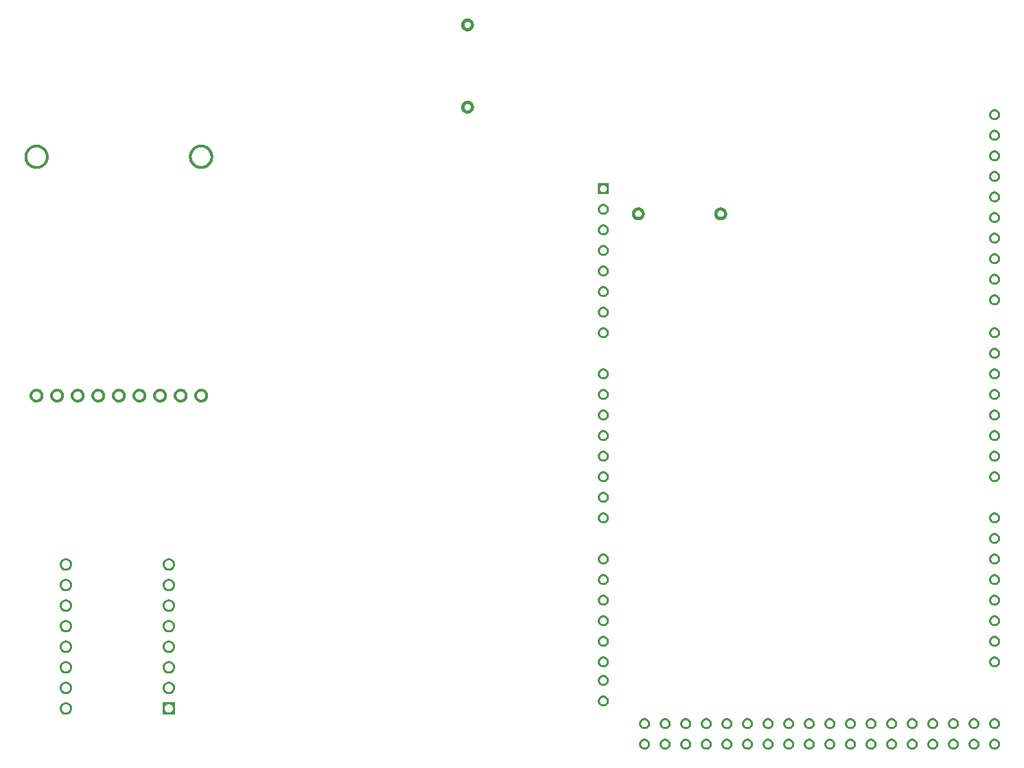
<source format=gbr>
%TF.GenerationSoftware,Flux,Pcbnew,7.0.11-7.0.11~ubuntu20.04.1*%
%TF.CreationDate,2024-05-09T22:56:52+00:00*%
%TF.ProjectId,input,696e7075-742e-46b6-9963-61645f706362,rev?*%
%TF.SameCoordinates,Original*%
%TF.FileFunction,Soldermask,Bot*%
%TF.FilePolarity,Negative*%
%FSLAX46Y46*%
G04 Gerber Fmt 4.6, Leading zero omitted, Abs format (unit mm)*
G04 Filename: desalinator*
G04 Build it with Flux! Visit our site at: https://www.flux.ai (PCBNEW 7.0.11-7.0.11~ubuntu20.04.1) date 2024-05-09 22:56:52*
%MOMM*%
%LPD*%
G01*
G04 APERTURE LIST*
G04 APERTURE END LIST*
%TO.C,*%
G36*
X9256652Y42629732D02*
G01*
X9295729Y42625884D01*
X9334570Y42620122D01*
X9373081Y42612462D01*
X9411170Y42602921D01*
X9448745Y42591523D01*
X9485716Y42578294D01*
X9521993Y42563268D01*
X9557489Y42546479D01*
X9592119Y42527970D01*
X9625798Y42507783D01*
X9658447Y42485968D01*
X9689985Y42462577D01*
X9720338Y42437667D01*
X9749432Y42411298D01*
X9777198Y42383532D01*
X9803567Y42354438D01*
X9828477Y42324085D01*
X9851868Y42292547D01*
X9873683Y42259898D01*
X9893870Y42226219D01*
X9912379Y42191589D01*
X9929168Y42156093D01*
X9944194Y42119816D01*
X9957423Y42082845D01*
X9968821Y42045270D01*
X9978362Y42007181D01*
X9986022Y41968670D01*
X9991784Y41929829D01*
X9995632Y41890752D01*
X9997559Y41851533D01*
X9997559Y41812267D01*
X9995632Y41773048D01*
X9991784Y41733971D01*
X9986022Y41695130D01*
X9978362Y41656619D01*
X9968821Y41618530D01*
X9957423Y41580955D01*
X9944194Y41543984D01*
X9929168Y41507707D01*
X9912379Y41472211D01*
X9893870Y41437581D01*
X9873683Y41403902D01*
X9851868Y41371253D01*
X9828477Y41339715D01*
X9803567Y41309362D01*
X9777198Y41280268D01*
X9749432Y41252502D01*
X9720338Y41226133D01*
X9689985Y41201223D01*
X9658447Y41177832D01*
X9625798Y41156017D01*
X9592119Y41135830D01*
X9557489Y41117321D01*
X9521993Y41100532D01*
X9485716Y41085506D01*
X9448745Y41072277D01*
X9411170Y41060879D01*
X9373081Y41051338D01*
X9334570Y41043678D01*
X9295729Y41037916D01*
X9256652Y41034068D01*
X9217433Y41032141D01*
X9178167Y41032141D01*
X9138948Y41034068D01*
X9099871Y41037916D01*
X9061030Y41043678D01*
X9022519Y41051338D01*
X8984430Y41060879D01*
X8946855Y41072277D01*
X8909884Y41085506D01*
X8873607Y41100532D01*
X8838111Y41117321D01*
X8803481Y41135830D01*
X8769802Y41156017D01*
X8737153Y41177832D01*
X8705615Y41201223D01*
X8675262Y41226133D01*
X8646168Y41252502D01*
X8618402Y41280268D01*
X8592033Y41309362D01*
X8567123Y41339715D01*
X8543732Y41371253D01*
X8521917Y41403902D01*
X8501730Y41437581D01*
X8483221Y41472211D01*
X8466432Y41507707D01*
X8451406Y41543984D01*
X8438177Y41580955D01*
X8426779Y41618530D01*
X8417238Y41656619D01*
X8409578Y41695130D01*
X8403816Y41733971D01*
X8399968Y41773048D01*
X8398041Y41812267D01*
X8398041Y41822084D01*
X8797920Y41822084D01*
X8798884Y41802474D01*
X8800808Y41782936D01*
X8803689Y41763515D01*
X8807519Y41744260D01*
X8812290Y41725215D01*
X8817989Y41706427D01*
X8824603Y41687942D01*
X8832116Y41669803D01*
X8840510Y41652055D01*
X8849765Y41634741D01*
X8859859Y41617901D01*
X8870766Y41601577D01*
X8882461Y41585807D01*
X8894916Y41570631D01*
X8908101Y41556084D01*
X8921984Y41542201D01*
X8936531Y41529016D01*
X8951707Y41516561D01*
X8967477Y41504866D01*
X8983801Y41493959D01*
X9000641Y41483865D01*
X9017955Y41474610D01*
X9035703Y41466216D01*
X9053842Y41458703D01*
X9072327Y41452089D01*
X9091115Y41446390D01*
X9110160Y41441619D01*
X9129415Y41437789D01*
X9148836Y41434908D01*
X9168374Y41432984D01*
X9187984Y41432020D01*
X9207616Y41432020D01*
X9227226Y41432984D01*
X9246764Y41434908D01*
X9266185Y41437789D01*
X9285440Y41441619D01*
X9304485Y41446390D01*
X9323273Y41452089D01*
X9341758Y41458703D01*
X9359897Y41466216D01*
X9377645Y41474610D01*
X9394959Y41483865D01*
X9411799Y41493959D01*
X9428123Y41504866D01*
X9443893Y41516561D01*
X9459069Y41529016D01*
X9473616Y41542201D01*
X9487499Y41556084D01*
X9500684Y41570631D01*
X9513139Y41585807D01*
X9524834Y41601577D01*
X9535741Y41617901D01*
X9545835Y41634741D01*
X9555090Y41652055D01*
X9563484Y41669803D01*
X9570997Y41687942D01*
X9577611Y41706427D01*
X9583310Y41725215D01*
X9588081Y41744260D01*
X9591911Y41763515D01*
X9594792Y41782936D01*
X9596716Y41802474D01*
X9597680Y41822084D01*
X9597680Y41841716D01*
X9596716Y41861326D01*
X9594792Y41880864D01*
X9591911Y41900285D01*
X9588081Y41919540D01*
X9583310Y41938585D01*
X9577611Y41957373D01*
X9570997Y41975858D01*
X9563484Y41993997D01*
X9555090Y42011745D01*
X9545835Y42029059D01*
X9535741Y42045899D01*
X9524834Y42062223D01*
X9513139Y42077993D01*
X9500684Y42093169D01*
X9487499Y42107716D01*
X9473616Y42121599D01*
X9459069Y42134784D01*
X9443893Y42147239D01*
X9428123Y42158934D01*
X9411799Y42169841D01*
X9394959Y42179935D01*
X9377645Y42189190D01*
X9359897Y42197584D01*
X9341758Y42205097D01*
X9323273Y42211711D01*
X9304485Y42217410D01*
X9285440Y42222181D01*
X9266185Y42226011D01*
X9246764Y42228892D01*
X9227226Y42230816D01*
X9207616Y42231780D01*
X9187984Y42231780D01*
X9168374Y42230816D01*
X9148836Y42228892D01*
X9129415Y42226011D01*
X9110160Y42222181D01*
X9091115Y42217410D01*
X9072327Y42211711D01*
X9053842Y42205097D01*
X9035703Y42197584D01*
X9017955Y42189190D01*
X9000641Y42179935D01*
X8983801Y42169841D01*
X8967477Y42158934D01*
X8951707Y42147239D01*
X8936531Y42134784D01*
X8921984Y42121599D01*
X8908101Y42107716D01*
X8894916Y42093169D01*
X8882461Y42077993D01*
X8870766Y42062223D01*
X8859859Y42045899D01*
X8849765Y42029059D01*
X8840510Y42011745D01*
X8832116Y41993997D01*
X8824603Y41975858D01*
X8817989Y41957373D01*
X8812290Y41938585D01*
X8807519Y41919540D01*
X8803689Y41900285D01*
X8800808Y41880864D01*
X8798884Y41861326D01*
X8797920Y41841716D01*
X8797920Y41822084D01*
X8398041Y41822084D01*
X8398041Y41851533D01*
X8399968Y41890752D01*
X8403816Y41929829D01*
X8409578Y41968670D01*
X8417238Y42007181D01*
X8426779Y42045270D01*
X8438177Y42082845D01*
X8451406Y42119816D01*
X8466432Y42156093D01*
X8483221Y42191589D01*
X8501730Y42226219D01*
X8521917Y42259898D01*
X8543732Y42292547D01*
X8567123Y42324085D01*
X8592033Y42354438D01*
X8618402Y42383532D01*
X8646168Y42411298D01*
X8675262Y42437667D01*
X8705615Y42462577D01*
X8737153Y42485968D01*
X8769802Y42507783D01*
X8803481Y42527970D01*
X8838111Y42546479D01*
X8873607Y42563268D01*
X8909884Y42578294D01*
X8946855Y42591523D01*
X8984430Y42602921D01*
X9022519Y42612462D01*
X9061030Y42620122D01*
X9099871Y42625884D01*
X9138948Y42629732D01*
X9178167Y42631659D01*
X9217433Y42631659D01*
X9256652Y42629732D01*
G37*
G36*
X9256662Y32469732D02*
G01*
X9295739Y32465884D01*
X9334580Y32460122D01*
X9373091Y32452462D01*
X9411181Y32442921D01*
X9448756Y32431523D01*
X9485726Y32418294D01*
X9522003Y32403268D01*
X9557499Y32386479D01*
X9592129Y32367970D01*
X9625808Y32347783D01*
X9658457Y32325968D01*
X9689996Y32302577D01*
X9720349Y32277667D01*
X9749443Y32251298D01*
X9777208Y32223532D01*
X9803577Y32194438D01*
X9828488Y32164085D01*
X9851878Y32132547D01*
X9873693Y32099898D01*
X9893880Y32066219D01*
X9912390Y32031589D01*
X9929178Y31996093D01*
X9944205Y31959816D01*
X9957433Y31922845D01*
X9968831Y31885270D01*
X9978372Y31847181D01*
X9986032Y31808670D01*
X9991794Y31769829D01*
X9995643Y31730752D01*
X9997569Y31691533D01*
X9997569Y31652267D01*
X9995643Y31613048D01*
X9991794Y31573971D01*
X9986032Y31535130D01*
X9978372Y31496619D01*
X9968831Y31458530D01*
X9957433Y31420955D01*
X9944205Y31383984D01*
X9929178Y31347707D01*
X9912390Y31312211D01*
X9893880Y31277581D01*
X9873693Y31243902D01*
X9851878Y31211253D01*
X9828488Y31179715D01*
X9803577Y31149362D01*
X9777208Y31120268D01*
X9749443Y31092502D01*
X9720349Y31066133D01*
X9689996Y31041223D01*
X9658457Y31017832D01*
X9625808Y30996017D01*
X9592129Y30975830D01*
X9557499Y30957321D01*
X9522003Y30940532D01*
X9485726Y30925506D01*
X9448756Y30912277D01*
X9411181Y30900879D01*
X9373091Y30891338D01*
X9334580Y30883678D01*
X9295739Y30877916D01*
X9256662Y30874068D01*
X9217443Y30872141D01*
X9178177Y30872141D01*
X9138959Y30874068D01*
X9099882Y30877916D01*
X9061041Y30883678D01*
X9022529Y30891338D01*
X8984440Y30900879D01*
X8946865Y30912277D01*
X8909894Y30925506D01*
X8873617Y30940532D01*
X8838121Y30957321D01*
X8803492Y30975830D01*
X8769812Y30996017D01*
X8737164Y31017832D01*
X8705625Y31041223D01*
X8675272Y31066133D01*
X8646178Y31092502D01*
X8618413Y31120268D01*
X8592043Y31149362D01*
X8567133Y31179715D01*
X8543743Y31211253D01*
X8521928Y31243902D01*
X8501741Y31277581D01*
X8483231Y31312211D01*
X8466443Y31347707D01*
X8451416Y31383984D01*
X8438188Y31420955D01*
X8426790Y31458530D01*
X8417249Y31496619D01*
X8409588Y31535130D01*
X8403827Y31573971D01*
X8399978Y31613048D01*
X8398051Y31652267D01*
X8398051Y31662084D01*
X8797931Y31662084D01*
X8798894Y31642474D01*
X8800819Y31622936D01*
X8803699Y31603515D01*
X8807530Y31584260D01*
X8812300Y31565215D01*
X8817999Y31546427D01*
X8824613Y31527942D01*
X8832126Y31509803D01*
X8840521Y31492055D01*
X8849776Y31474741D01*
X8859869Y31457901D01*
X8870776Y31441577D01*
X8882472Y31425807D01*
X8894927Y31410631D01*
X8908112Y31396084D01*
X8921994Y31382201D01*
X8936541Y31369016D01*
X8951718Y31356561D01*
X8967487Y31344866D01*
X8983811Y31333959D01*
X9000651Y31323865D01*
X9017966Y31314610D01*
X9035714Y31306216D01*
X9053852Y31298703D01*
X9072338Y31292089D01*
X9091125Y31286390D01*
X9110170Y31281619D01*
X9129426Y31277789D01*
X9148846Y31274908D01*
X9168385Y31272984D01*
X9187994Y31272020D01*
X9207627Y31272020D01*
X9227236Y31272984D01*
X9246775Y31274908D01*
X9266195Y31277789D01*
X9285451Y31281619D01*
X9304495Y31286390D01*
X9323283Y31292089D01*
X9341768Y31298703D01*
X9359907Y31306216D01*
X9377655Y31314610D01*
X9394970Y31323865D01*
X9411809Y31333959D01*
X9428134Y31344866D01*
X9443903Y31356561D01*
X9459079Y31369016D01*
X9473627Y31382201D01*
X9487509Y31396084D01*
X9500694Y31410631D01*
X9513149Y31425807D01*
X9524844Y31441577D01*
X9535752Y31457901D01*
X9545845Y31474741D01*
X9555100Y31492055D01*
X9563494Y31509803D01*
X9571007Y31527942D01*
X9577622Y31546427D01*
X9583321Y31565215D01*
X9588091Y31584260D01*
X9591921Y31603515D01*
X9594802Y31622936D01*
X9596727Y31642474D01*
X9597690Y31662084D01*
X9597690Y31681716D01*
X9596727Y31701326D01*
X9594802Y31720864D01*
X9591921Y31740285D01*
X9588091Y31759540D01*
X9583321Y31778585D01*
X9577622Y31797373D01*
X9571007Y31815858D01*
X9563494Y31833997D01*
X9555100Y31851745D01*
X9545845Y31869059D01*
X9535752Y31885899D01*
X9524844Y31902223D01*
X9513149Y31917993D01*
X9500694Y31933169D01*
X9487509Y31947716D01*
X9473627Y31961599D01*
X9459079Y31974784D01*
X9443903Y31987239D01*
X9428134Y31998934D01*
X9411809Y32009841D01*
X9394970Y32019935D01*
X9377655Y32029190D01*
X9359907Y32037584D01*
X9341768Y32045097D01*
X9323283Y32051711D01*
X9304495Y32057410D01*
X9285451Y32062181D01*
X9266195Y32066011D01*
X9246775Y32068892D01*
X9227236Y32070816D01*
X9207627Y32071780D01*
X9187994Y32071780D01*
X9168385Y32070816D01*
X9148846Y32068892D01*
X9129426Y32066011D01*
X9110170Y32062181D01*
X9091125Y32057410D01*
X9072338Y32051711D01*
X9053852Y32045097D01*
X9035714Y32037584D01*
X9017966Y32029190D01*
X9000651Y32019935D01*
X8983811Y32009841D01*
X8967487Y31998934D01*
X8951718Y31987239D01*
X8936541Y31974784D01*
X8921994Y31961599D01*
X8908112Y31947716D01*
X8894927Y31933169D01*
X8882472Y31917993D01*
X8870776Y31902223D01*
X8859869Y31885899D01*
X8849776Y31869059D01*
X8840521Y31851745D01*
X8832126Y31833997D01*
X8824613Y31815858D01*
X8817999Y31797373D01*
X8812300Y31778585D01*
X8807530Y31759540D01*
X8803699Y31740285D01*
X8800819Y31720864D01*
X8798894Y31701326D01*
X8797931Y31681716D01*
X8797931Y31662084D01*
X8398051Y31662084D01*
X8398051Y31691533D01*
X8399978Y31730752D01*
X8403827Y31769829D01*
X8409588Y31808670D01*
X8417249Y31847181D01*
X8426790Y31885270D01*
X8438188Y31922845D01*
X8451416Y31959816D01*
X8466443Y31996093D01*
X8483231Y32031589D01*
X8501741Y32066219D01*
X8521928Y32099898D01*
X8543743Y32132547D01*
X8567133Y32164085D01*
X8592043Y32194438D01*
X8618413Y32223532D01*
X8646178Y32251298D01*
X8675272Y32277667D01*
X8705625Y32302577D01*
X8737164Y32325968D01*
X8769812Y32347783D01*
X8803492Y32367970D01*
X8838121Y32386479D01*
X8873617Y32403268D01*
X8909894Y32418294D01*
X8946865Y32431523D01*
X8984440Y32442921D01*
X9022529Y32452462D01*
X9061041Y32460122D01*
X9099882Y32465884D01*
X9138959Y32469732D01*
X9178177Y32471659D01*
X9217443Y32471659D01*
X9256662Y32469732D01*
G37*
G36*
X-43862853Y27051936D02*
G01*
X-43789584Y27044719D01*
X-43716757Y27033916D01*
X-43644548Y27019553D01*
X-43573131Y27001664D01*
X-43502677Y26980292D01*
X-43433357Y26955489D01*
X-43365338Y26927315D01*
X-43298783Y26895836D01*
X-43233853Y26861130D01*
X-43170704Y26823280D01*
X-43109488Y26782377D01*
X-43050353Y26738520D01*
X-42993441Y26691813D01*
X-42938889Y26642371D01*
X-42886829Y26590311D01*
X-42837387Y26535759D01*
X-42790680Y26478847D01*
X-42746823Y26419712D01*
X-42705920Y26358496D01*
X-42668070Y26295347D01*
X-42633364Y26230417D01*
X-42601885Y26163862D01*
X-42573711Y26095843D01*
X-42548908Y26026523D01*
X-42527536Y25956069D01*
X-42509647Y25884652D01*
X-42495284Y25812443D01*
X-42484481Y25739616D01*
X-42477264Y25666347D01*
X-42473652Y25592812D01*
X-42473652Y25519188D01*
X-42477264Y25445653D01*
X-42484481Y25372384D01*
X-42495284Y25299557D01*
X-42509647Y25227348D01*
X-42527536Y25155931D01*
X-42548908Y25085477D01*
X-42573711Y25016157D01*
X-42601885Y24948138D01*
X-42633364Y24881583D01*
X-42668070Y24816653D01*
X-42705920Y24753504D01*
X-42746823Y24692288D01*
X-42790680Y24633153D01*
X-42837387Y24576241D01*
X-42886829Y24521689D01*
X-42938889Y24469629D01*
X-42993441Y24420187D01*
X-43050353Y24373480D01*
X-43109488Y24329623D01*
X-43170704Y24288720D01*
X-43233853Y24250870D01*
X-43298783Y24216164D01*
X-43365338Y24184685D01*
X-43433357Y24156511D01*
X-43502677Y24131708D01*
X-43573131Y24110336D01*
X-43644548Y24092447D01*
X-43716757Y24078084D01*
X-43789584Y24067281D01*
X-43862853Y24060064D01*
X-43936388Y24056452D01*
X-44010012Y24056452D01*
X-44083547Y24060064D01*
X-44156816Y24067281D01*
X-44229643Y24078084D01*
X-44301852Y24092447D01*
X-44373269Y24110336D01*
X-44443723Y24131708D01*
X-44513043Y24156511D01*
X-44581062Y24184685D01*
X-44647617Y24216164D01*
X-44712547Y24250870D01*
X-44775696Y24288720D01*
X-44836912Y24329623D01*
X-44896047Y24373480D01*
X-44952959Y24420187D01*
X-45007511Y24469629D01*
X-45059571Y24521689D01*
X-45109013Y24576241D01*
X-45155720Y24633153D01*
X-45199577Y24692288D01*
X-45240480Y24753504D01*
X-45278330Y24816653D01*
X-45313036Y24881583D01*
X-45344515Y24948138D01*
X-45372689Y25016157D01*
X-45397492Y25085477D01*
X-45418864Y25155931D01*
X-45436753Y25227348D01*
X-45451116Y25299557D01*
X-45461919Y25372384D01*
X-45469136Y25445653D01*
X-45472748Y25519188D01*
X-45472748Y25527778D01*
X-45122854Y25527778D01*
X-45120084Y25471401D01*
X-45114551Y25415228D01*
X-45106269Y25359394D01*
X-45095257Y25304034D01*
X-45081542Y25249280D01*
X-45065157Y25195266D01*
X-45046142Y25142121D01*
X-45024541Y25089972D01*
X-45000408Y25038947D01*
X-44973800Y24989167D01*
X-44944782Y24940753D01*
X-44913423Y24893821D01*
X-44879798Y24848484D01*
X-44843990Y24804851D01*
X-44806084Y24763028D01*
X-44766172Y24723116D01*
X-44724349Y24685210D01*
X-44680716Y24649402D01*
X-44635379Y24615777D01*
X-44588447Y24584418D01*
X-44540033Y24555400D01*
X-44490253Y24528792D01*
X-44439228Y24504659D01*
X-44387079Y24483058D01*
X-44333934Y24464043D01*
X-44279920Y24447658D01*
X-44225166Y24433943D01*
X-44169806Y24422931D01*
X-44113972Y24414649D01*
X-44057799Y24409116D01*
X-44001422Y24406346D01*
X-43944978Y24406346D01*
X-43888601Y24409116D01*
X-43832428Y24414649D01*
X-43776594Y24422931D01*
X-43721234Y24433943D01*
X-43666480Y24447658D01*
X-43612466Y24464043D01*
X-43559321Y24483058D01*
X-43507172Y24504659D01*
X-43456147Y24528792D01*
X-43406367Y24555400D01*
X-43357953Y24584418D01*
X-43311021Y24615777D01*
X-43265684Y24649402D01*
X-43222051Y24685210D01*
X-43180228Y24723116D01*
X-43140316Y24763028D01*
X-43102410Y24804851D01*
X-43066602Y24848484D01*
X-43032977Y24893821D01*
X-43001618Y24940753D01*
X-42972600Y24989167D01*
X-42945992Y25038947D01*
X-42921859Y25089972D01*
X-42900258Y25142121D01*
X-42881243Y25195266D01*
X-42864858Y25249280D01*
X-42851143Y25304034D01*
X-42840131Y25359394D01*
X-42831849Y25415228D01*
X-42826316Y25471401D01*
X-42823546Y25527778D01*
X-42823546Y25584222D01*
X-42826316Y25640599D01*
X-42831849Y25696772D01*
X-42840131Y25752606D01*
X-42851143Y25807966D01*
X-42864858Y25862720D01*
X-42881243Y25916734D01*
X-42900258Y25969879D01*
X-42921859Y26022028D01*
X-42945992Y26073053D01*
X-42972600Y26122833D01*
X-43001618Y26171247D01*
X-43032977Y26218179D01*
X-43066602Y26263516D01*
X-43102410Y26307149D01*
X-43140316Y26348972D01*
X-43180228Y26388884D01*
X-43222051Y26426790D01*
X-43265684Y26462598D01*
X-43311021Y26496223D01*
X-43357953Y26527582D01*
X-43406367Y26556600D01*
X-43456147Y26583208D01*
X-43507172Y26607341D01*
X-43559321Y26628942D01*
X-43612466Y26647957D01*
X-43666480Y26664342D01*
X-43721234Y26678057D01*
X-43776594Y26689069D01*
X-43832428Y26697351D01*
X-43888601Y26702884D01*
X-43944978Y26705654D01*
X-44001422Y26705654D01*
X-44057799Y26702884D01*
X-44113972Y26697351D01*
X-44169806Y26689069D01*
X-44225166Y26678057D01*
X-44279920Y26664342D01*
X-44333934Y26647957D01*
X-44387079Y26628942D01*
X-44439228Y26607341D01*
X-44490253Y26583208D01*
X-44540033Y26556600D01*
X-44588447Y26527582D01*
X-44635379Y26496223D01*
X-44680716Y26462598D01*
X-44724349Y26426790D01*
X-44766172Y26388884D01*
X-44806084Y26348972D01*
X-44843990Y26307149D01*
X-44879798Y26263516D01*
X-44913423Y26218179D01*
X-44944782Y26171247D01*
X-44973800Y26122833D01*
X-45000408Y26073053D01*
X-45024541Y26022028D01*
X-45046142Y25969879D01*
X-45065157Y25916734D01*
X-45081542Y25862720D01*
X-45095257Y25807966D01*
X-45106269Y25752606D01*
X-45114551Y25696772D01*
X-45120084Y25640599D01*
X-45122854Y25584222D01*
X-45122854Y25527778D01*
X-45472748Y25527778D01*
X-45472748Y25592812D01*
X-45469136Y25666347D01*
X-45461919Y25739616D01*
X-45451116Y25812443D01*
X-45436753Y25884652D01*
X-45418864Y25956069D01*
X-45397492Y26026523D01*
X-45372689Y26095843D01*
X-45344515Y26163862D01*
X-45313036Y26230417D01*
X-45278330Y26295347D01*
X-45240480Y26358496D01*
X-45199577Y26419712D01*
X-45155720Y26478847D01*
X-45109013Y26535759D01*
X-45059571Y26590311D01*
X-45007511Y26642371D01*
X-44952959Y26691813D01*
X-44896047Y26738520D01*
X-44836912Y26782377D01*
X-44775696Y26823280D01*
X-44712547Y26861130D01*
X-44647617Y26895836D01*
X-44581062Y26927315D01*
X-44513043Y26955489D01*
X-44443723Y26980292D01*
X-44373269Y27001664D01*
X-44301852Y27019553D01*
X-44229643Y27033916D01*
X-44156816Y27044719D01*
X-44083547Y27051936D01*
X-44010012Y27055548D01*
X-43936388Y27055548D01*
X-43862853Y27051936D01*
G37*
G36*
X-23562853Y27055936D02*
G01*
X-23489584Y27048719D01*
X-23416757Y27037916D01*
X-23344548Y27023553D01*
X-23273131Y27005664D01*
X-23202677Y26984292D01*
X-23133357Y26959489D01*
X-23065338Y26931315D01*
X-22998783Y26899836D01*
X-22933853Y26865130D01*
X-22870704Y26827280D01*
X-22809488Y26786377D01*
X-22750353Y26742520D01*
X-22693441Y26695813D01*
X-22638889Y26646371D01*
X-22586829Y26594311D01*
X-22537387Y26539759D01*
X-22490680Y26482847D01*
X-22446823Y26423712D01*
X-22405920Y26362496D01*
X-22368070Y26299347D01*
X-22333364Y26234417D01*
X-22301885Y26167862D01*
X-22273711Y26099843D01*
X-22248908Y26030523D01*
X-22227536Y25960069D01*
X-22209647Y25888652D01*
X-22195284Y25816443D01*
X-22184481Y25743616D01*
X-22177264Y25670347D01*
X-22173652Y25596812D01*
X-22173652Y25523188D01*
X-22177264Y25449653D01*
X-22184481Y25376384D01*
X-22195284Y25303557D01*
X-22209647Y25231348D01*
X-22227536Y25159931D01*
X-22248908Y25089477D01*
X-22273711Y25020157D01*
X-22301885Y24952138D01*
X-22333364Y24885583D01*
X-22368070Y24820653D01*
X-22405920Y24757504D01*
X-22446823Y24696288D01*
X-22490680Y24637153D01*
X-22537387Y24580241D01*
X-22586829Y24525689D01*
X-22638889Y24473629D01*
X-22693441Y24424187D01*
X-22750353Y24377480D01*
X-22809488Y24333623D01*
X-22870704Y24292720D01*
X-22933853Y24254870D01*
X-22998783Y24220164D01*
X-23065338Y24188685D01*
X-23133357Y24160511D01*
X-23202677Y24135708D01*
X-23273131Y24114336D01*
X-23344548Y24096447D01*
X-23416757Y24082084D01*
X-23489584Y24071281D01*
X-23562853Y24064064D01*
X-23636388Y24060452D01*
X-23710012Y24060452D01*
X-23783547Y24064064D01*
X-23856816Y24071281D01*
X-23929643Y24082084D01*
X-24001852Y24096447D01*
X-24073269Y24114336D01*
X-24143723Y24135708D01*
X-24213043Y24160511D01*
X-24281062Y24188685D01*
X-24347617Y24220164D01*
X-24412547Y24254870D01*
X-24475696Y24292720D01*
X-24536912Y24333623D01*
X-24596047Y24377480D01*
X-24652959Y24424187D01*
X-24707511Y24473629D01*
X-24759571Y24525689D01*
X-24809013Y24580241D01*
X-24855720Y24637153D01*
X-24899577Y24696288D01*
X-24940480Y24757504D01*
X-24978330Y24820653D01*
X-25013036Y24885583D01*
X-25044515Y24952138D01*
X-25072689Y25020157D01*
X-25097492Y25089477D01*
X-25118864Y25159931D01*
X-25136753Y25231348D01*
X-25151116Y25303557D01*
X-25161919Y25376384D01*
X-25169136Y25449653D01*
X-25172748Y25523188D01*
X-25172748Y25531778D01*
X-24822854Y25531778D01*
X-24820084Y25475401D01*
X-24814551Y25419228D01*
X-24806269Y25363394D01*
X-24795257Y25308034D01*
X-24781542Y25253280D01*
X-24765157Y25199266D01*
X-24746142Y25146121D01*
X-24724541Y25093972D01*
X-24700408Y25042947D01*
X-24673800Y24993167D01*
X-24644782Y24944753D01*
X-24613423Y24897821D01*
X-24579798Y24852484D01*
X-24543990Y24808851D01*
X-24506084Y24767028D01*
X-24466172Y24727116D01*
X-24424349Y24689210D01*
X-24380716Y24653402D01*
X-24335379Y24619777D01*
X-24288447Y24588418D01*
X-24240033Y24559400D01*
X-24190253Y24532792D01*
X-24139228Y24508659D01*
X-24087079Y24487058D01*
X-24033934Y24468043D01*
X-23979920Y24451658D01*
X-23925166Y24437943D01*
X-23869806Y24426931D01*
X-23813972Y24418649D01*
X-23757799Y24413116D01*
X-23701422Y24410346D01*
X-23644978Y24410346D01*
X-23588601Y24413116D01*
X-23532428Y24418649D01*
X-23476594Y24426931D01*
X-23421234Y24437943D01*
X-23366480Y24451658D01*
X-23312466Y24468043D01*
X-23259321Y24487058D01*
X-23207172Y24508659D01*
X-23156147Y24532792D01*
X-23106367Y24559400D01*
X-23057953Y24588418D01*
X-23011021Y24619777D01*
X-22965684Y24653402D01*
X-22922051Y24689210D01*
X-22880228Y24727116D01*
X-22840316Y24767028D01*
X-22802410Y24808851D01*
X-22766602Y24852484D01*
X-22732977Y24897821D01*
X-22701618Y24944753D01*
X-22672600Y24993167D01*
X-22645992Y25042947D01*
X-22621859Y25093972D01*
X-22600258Y25146121D01*
X-22581243Y25199266D01*
X-22564858Y25253280D01*
X-22551143Y25308034D01*
X-22540131Y25363394D01*
X-22531849Y25419228D01*
X-22526316Y25475401D01*
X-22523546Y25531778D01*
X-22523546Y25588222D01*
X-22526316Y25644599D01*
X-22531849Y25700772D01*
X-22540131Y25756606D01*
X-22551143Y25811966D01*
X-22564858Y25866720D01*
X-22581243Y25920734D01*
X-22600258Y25973879D01*
X-22621859Y26026028D01*
X-22645992Y26077053D01*
X-22672600Y26126833D01*
X-22701618Y26175247D01*
X-22732977Y26222179D01*
X-22766602Y26267516D01*
X-22802410Y26311149D01*
X-22840316Y26352972D01*
X-22880228Y26392884D01*
X-22922051Y26430790D01*
X-22965684Y26466598D01*
X-23011021Y26500223D01*
X-23057953Y26531582D01*
X-23106367Y26560600D01*
X-23156147Y26587208D01*
X-23207172Y26611341D01*
X-23259321Y26632942D01*
X-23312466Y26651957D01*
X-23366480Y26668342D01*
X-23421234Y26682057D01*
X-23476594Y26693069D01*
X-23532428Y26701351D01*
X-23588601Y26706884D01*
X-23644978Y26709654D01*
X-23701422Y26709654D01*
X-23757799Y26706884D01*
X-23813972Y26701351D01*
X-23869806Y26693069D01*
X-23925166Y26682057D01*
X-23979920Y26668342D01*
X-24033934Y26651957D01*
X-24087079Y26632942D01*
X-24139228Y26611341D01*
X-24190253Y26587208D01*
X-24240033Y26560600D01*
X-24288447Y26531582D01*
X-24335379Y26500223D01*
X-24380716Y26466598D01*
X-24424349Y26430790D01*
X-24466172Y26392884D01*
X-24506084Y26352972D01*
X-24543990Y26311149D01*
X-24579798Y26267516D01*
X-24613423Y26222179D01*
X-24644782Y26175247D01*
X-24673800Y26126833D01*
X-24700408Y26077053D01*
X-24724541Y26026028D01*
X-24746142Y25973879D01*
X-24765157Y25920734D01*
X-24781542Y25866720D01*
X-24795257Y25811966D01*
X-24806269Y25756606D01*
X-24814551Y25700772D01*
X-24820084Y25644599D01*
X-24822854Y25588222D01*
X-24822854Y25531778D01*
X-25172748Y25531778D01*
X-25172748Y25596812D01*
X-25169136Y25670347D01*
X-25161919Y25743616D01*
X-25151116Y25816443D01*
X-25136753Y25888652D01*
X-25118864Y25960069D01*
X-25097492Y26030523D01*
X-25072689Y26099843D01*
X-25044515Y26167862D01*
X-25013036Y26234417D01*
X-24978330Y26299347D01*
X-24940480Y26362496D01*
X-24899577Y26423712D01*
X-24855720Y26482847D01*
X-24809013Y26539759D01*
X-24759571Y26594311D01*
X-24707511Y26646371D01*
X-24652959Y26695813D01*
X-24596047Y26742520D01*
X-24536912Y26786377D01*
X-24475696Y26827280D01*
X-24412547Y26865130D01*
X-24347617Y26899836D01*
X-24281062Y26931315D01*
X-24213043Y26959489D01*
X-24143723Y26984292D01*
X-24073269Y27005664D01*
X-24001852Y27023553D01*
X-23929643Y27037916D01*
X-23856816Y27048719D01*
X-23783547Y27055936D01*
X-23710012Y27059548D01*
X-23636388Y27059548D01*
X-23562853Y27055936D01*
G37*
G36*
X-36300670Y-3092303D02*
G01*
X-36259151Y-3096392D01*
X-36217882Y-3102514D01*
X-36176964Y-3110653D01*
X-36136494Y-3120790D01*
X-36096571Y-3132901D01*
X-36057289Y-3146956D01*
X-36018745Y-3162922D01*
X-35981030Y-3180759D01*
X-35944237Y-3200426D01*
X-35908452Y-3221874D01*
X-35873763Y-3245053D01*
X-35840253Y-3269906D01*
X-35808003Y-3296372D01*
X-35777091Y-3324390D01*
X-35747590Y-3353891D01*
X-35719572Y-3384803D01*
X-35693106Y-3417053D01*
X-35668253Y-3450563D01*
X-35645074Y-3485252D01*
X-35623626Y-3521037D01*
X-35603959Y-3557830D01*
X-35586122Y-3595545D01*
X-35570156Y-3634089D01*
X-35556101Y-3673371D01*
X-35543990Y-3713294D01*
X-35533853Y-3753764D01*
X-35525714Y-3794682D01*
X-35519592Y-3835951D01*
X-35515503Y-3877470D01*
X-35513456Y-3919140D01*
X-35513456Y-3960860D01*
X-35515503Y-4002530D01*
X-35519592Y-4044049D01*
X-35525714Y-4085318D01*
X-35533853Y-4126236D01*
X-35543990Y-4166706D01*
X-35556101Y-4206629D01*
X-35570156Y-4245911D01*
X-35586122Y-4284455D01*
X-35603959Y-4322170D01*
X-35623626Y-4358963D01*
X-35645074Y-4394748D01*
X-35668253Y-4429437D01*
X-35693106Y-4462947D01*
X-35719572Y-4495197D01*
X-35747590Y-4526109D01*
X-35777091Y-4555610D01*
X-35808003Y-4583628D01*
X-35840253Y-4610094D01*
X-35873763Y-4634947D01*
X-35908452Y-4658126D01*
X-35944237Y-4679574D01*
X-35981030Y-4699241D01*
X-36018745Y-4717078D01*
X-36057289Y-4733044D01*
X-36096571Y-4747099D01*
X-36136494Y-4759210D01*
X-36176964Y-4769347D01*
X-36217882Y-4777486D01*
X-36259151Y-4783608D01*
X-36300670Y-4787697D01*
X-36342340Y-4789744D01*
X-36384060Y-4789744D01*
X-36425730Y-4787697D01*
X-36467249Y-4783608D01*
X-36508518Y-4777486D01*
X-36549436Y-4769347D01*
X-36589906Y-4759210D01*
X-36629829Y-4747099D01*
X-36669111Y-4733044D01*
X-36707655Y-4717078D01*
X-36745370Y-4699241D01*
X-36782163Y-4679574D01*
X-36817948Y-4658126D01*
X-36852637Y-4634947D01*
X-36886147Y-4610094D01*
X-36918397Y-4583628D01*
X-36949309Y-4555610D01*
X-36978810Y-4526109D01*
X-37006828Y-4495197D01*
X-37033294Y-4462947D01*
X-37058147Y-4429437D01*
X-37081326Y-4394748D01*
X-37102774Y-4358963D01*
X-37122441Y-4322170D01*
X-37140278Y-4284455D01*
X-37156244Y-4245911D01*
X-37170299Y-4206629D01*
X-37182410Y-4166706D01*
X-37192547Y-4126236D01*
X-37200686Y-4085318D01*
X-37206808Y-4044049D01*
X-37210897Y-4002530D01*
X-37212944Y-3960860D01*
X-37212944Y-3952271D01*
X-36863049Y-3952271D01*
X-36861845Y-3976782D01*
X-36859440Y-4001205D01*
X-36855839Y-4025481D01*
X-36851051Y-4049551D01*
X-36845088Y-4073356D01*
X-36837964Y-4096841D01*
X-36829696Y-4119948D01*
X-36820305Y-4142621D01*
X-36809812Y-4164806D01*
X-36798243Y-4186449D01*
X-36785627Y-4207499D01*
X-36771992Y-4227904D01*
X-36757373Y-4247616D01*
X-36741804Y-4266586D01*
X-36725324Y-4284770D01*
X-36707970Y-4302124D01*
X-36689786Y-4318604D01*
X-36670816Y-4334173D01*
X-36651104Y-4348792D01*
X-36630699Y-4362427D01*
X-36609649Y-4375043D01*
X-36588006Y-4386612D01*
X-36565821Y-4397105D01*
X-36543148Y-4406496D01*
X-36520041Y-4414764D01*
X-36496556Y-4421888D01*
X-36472751Y-4427851D01*
X-36448681Y-4432639D01*
X-36424405Y-4436240D01*
X-36399982Y-4438645D01*
X-36375471Y-4439849D01*
X-36350929Y-4439849D01*
X-36326418Y-4438645D01*
X-36301995Y-4436240D01*
X-36277719Y-4432639D01*
X-36253649Y-4427851D01*
X-36229844Y-4421888D01*
X-36206359Y-4414764D01*
X-36183252Y-4406496D01*
X-36160579Y-4397105D01*
X-36138394Y-4386612D01*
X-36116751Y-4375043D01*
X-36095701Y-4362427D01*
X-36075296Y-4348792D01*
X-36055584Y-4334173D01*
X-36036614Y-4318604D01*
X-36018430Y-4302124D01*
X-36001076Y-4284770D01*
X-35984596Y-4266586D01*
X-35969027Y-4247616D01*
X-35954408Y-4227904D01*
X-35940773Y-4207499D01*
X-35928157Y-4186449D01*
X-35916588Y-4164806D01*
X-35906095Y-4142621D01*
X-35896704Y-4119948D01*
X-35888436Y-4096841D01*
X-35881312Y-4073356D01*
X-35875349Y-4049551D01*
X-35870561Y-4025481D01*
X-35866960Y-4001205D01*
X-35864555Y-3976782D01*
X-35863351Y-3952271D01*
X-35863351Y-3927729D01*
X-35864555Y-3903218D01*
X-35866960Y-3878795D01*
X-35870561Y-3854519D01*
X-35875349Y-3830449D01*
X-35881312Y-3806644D01*
X-35888436Y-3783159D01*
X-35896704Y-3760052D01*
X-35906095Y-3737379D01*
X-35916588Y-3715194D01*
X-35928157Y-3693551D01*
X-35940773Y-3672501D01*
X-35954408Y-3652096D01*
X-35969027Y-3632384D01*
X-35984596Y-3613414D01*
X-36001076Y-3595230D01*
X-36018430Y-3577876D01*
X-36036614Y-3561396D01*
X-36055584Y-3545827D01*
X-36075296Y-3531208D01*
X-36095701Y-3517573D01*
X-36116751Y-3504957D01*
X-36138394Y-3493388D01*
X-36160579Y-3482895D01*
X-36183252Y-3473504D01*
X-36206359Y-3465236D01*
X-36229844Y-3458112D01*
X-36253649Y-3452149D01*
X-36277719Y-3447361D01*
X-36301995Y-3443760D01*
X-36326418Y-3441355D01*
X-36350929Y-3440151D01*
X-36375471Y-3440151D01*
X-36399982Y-3441355D01*
X-36424405Y-3443760D01*
X-36448681Y-3447361D01*
X-36472751Y-3452149D01*
X-36496556Y-3458112D01*
X-36520041Y-3465236D01*
X-36543148Y-3473504D01*
X-36565821Y-3482895D01*
X-36588006Y-3493388D01*
X-36609649Y-3504957D01*
X-36630699Y-3517573D01*
X-36651104Y-3531208D01*
X-36670816Y-3545827D01*
X-36689786Y-3561396D01*
X-36707970Y-3577876D01*
X-36725324Y-3595230D01*
X-36741804Y-3613414D01*
X-36757373Y-3632384D01*
X-36771992Y-3652096D01*
X-36785627Y-3672501D01*
X-36798243Y-3693551D01*
X-36809812Y-3715194D01*
X-36820305Y-3737379D01*
X-36829696Y-3760052D01*
X-36837964Y-3783159D01*
X-36845088Y-3806644D01*
X-36851051Y-3830449D01*
X-36855839Y-3854519D01*
X-36859440Y-3878795D01*
X-36861845Y-3903218D01*
X-36863049Y-3927729D01*
X-36863049Y-3952271D01*
X-37212944Y-3952271D01*
X-37212944Y-3919140D01*
X-37210897Y-3877470D01*
X-37206808Y-3835951D01*
X-37200686Y-3794682D01*
X-37192547Y-3753764D01*
X-37182410Y-3713294D01*
X-37170299Y-3673371D01*
X-37156244Y-3634089D01*
X-37140278Y-3595545D01*
X-37122441Y-3557830D01*
X-37102774Y-3521037D01*
X-37081326Y-3485252D01*
X-37058147Y-3450563D01*
X-37033294Y-3417053D01*
X-37006828Y-3384803D01*
X-36978810Y-3353891D01*
X-36949309Y-3324390D01*
X-36918397Y-3296372D01*
X-36886147Y-3269906D01*
X-36852637Y-3245053D01*
X-36817948Y-3221874D01*
X-36782163Y-3200426D01*
X-36745370Y-3180759D01*
X-36707655Y-3162922D01*
X-36669111Y-3146956D01*
X-36629829Y-3132901D01*
X-36589906Y-3120790D01*
X-36549436Y-3110653D01*
X-36508518Y-3102514D01*
X-36467249Y-3096392D01*
X-36425730Y-3092303D01*
X-36384060Y-3090256D01*
X-36342340Y-3090256D01*
X-36300670Y-3092303D01*
G37*
G36*
X-28680670Y-3092303D02*
G01*
X-28639151Y-3096392D01*
X-28597882Y-3102514D01*
X-28556964Y-3110653D01*
X-28516494Y-3120790D01*
X-28476571Y-3132901D01*
X-28437289Y-3146956D01*
X-28398745Y-3162922D01*
X-28361030Y-3180759D01*
X-28324237Y-3200426D01*
X-28288452Y-3221874D01*
X-28253763Y-3245053D01*
X-28220253Y-3269906D01*
X-28188003Y-3296372D01*
X-28157091Y-3324390D01*
X-28127590Y-3353891D01*
X-28099572Y-3384803D01*
X-28073106Y-3417053D01*
X-28048253Y-3450563D01*
X-28025074Y-3485252D01*
X-28003626Y-3521037D01*
X-27983959Y-3557830D01*
X-27966122Y-3595545D01*
X-27950156Y-3634089D01*
X-27936101Y-3673371D01*
X-27923990Y-3713294D01*
X-27913853Y-3753764D01*
X-27905714Y-3794682D01*
X-27899592Y-3835951D01*
X-27895503Y-3877470D01*
X-27893456Y-3919140D01*
X-27893456Y-3960860D01*
X-27895503Y-4002530D01*
X-27899592Y-4044049D01*
X-27905714Y-4085318D01*
X-27913853Y-4126236D01*
X-27923990Y-4166706D01*
X-27936101Y-4206629D01*
X-27950156Y-4245911D01*
X-27966122Y-4284455D01*
X-27983959Y-4322170D01*
X-28003626Y-4358963D01*
X-28025074Y-4394748D01*
X-28048253Y-4429437D01*
X-28073106Y-4462947D01*
X-28099572Y-4495197D01*
X-28127590Y-4526109D01*
X-28157091Y-4555610D01*
X-28188003Y-4583628D01*
X-28220253Y-4610094D01*
X-28253763Y-4634947D01*
X-28288452Y-4658126D01*
X-28324237Y-4679574D01*
X-28361030Y-4699241D01*
X-28398745Y-4717078D01*
X-28437289Y-4733044D01*
X-28476571Y-4747099D01*
X-28516494Y-4759210D01*
X-28556964Y-4769347D01*
X-28597882Y-4777486D01*
X-28639151Y-4783608D01*
X-28680670Y-4787697D01*
X-28722340Y-4789744D01*
X-28764060Y-4789744D01*
X-28805730Y-4787697D01*
X-28847249Y-4783608D01*
X-28888518Y-4777486D01*
X-28929436Y-4769347D01*
X-28969906Y-4759210D01*
X-29009829Y-4747099D01*
X-29049111Y-4733044D01*
X-29087655Y-4717078D01*
X-29125370Y-4699241D01*
X-29162163Y-4679574D01*
X-29197948Y-4658126D01*
X-29232637Y-4634947D01*
X-29266147Y-4610094D01*
X-29298397Y-4583628D01*
X-29329309Y-4555610D01*
X-29358810Y-4526109D01*
X-29386828Y-4495197D01*
X-29413294Y-4462947D01*
X-29438147Y-4429437D01*
X-29461326Y-4394748D01*
X-29482774Y-4358963D01*
X-29502441Y-4322170D01*
X-29520278Y-4284455D01*
X-29536244Y-4245911D01*
X-29550299Y-4206629D01*
X-29562410Y-4166706D01*
X-29572547Y-4126236D01*
X-29580686Y-4085318D01*
X-29586808Y-4044049D01*
X-29590897Y-4002530D01*
X-29592944Y-3960860D01*
X-29592944Y-3952271D01*
X-29243049Y-3952271D01*
X-29241845Y-3976782D01*
X-29239440Y-4001205D01*
X-29235839Y-4025481D01*
X-29231051Y-4049551D01*
X-29225088Y-4073356D01*
X-29217964Y-4096841D01*
X-29209696Y-4119948D01*
X-29200305Y-4142621D01*
X-29189812Y-4164806D01*
X-29178243Y-4186449D01*
X-29165627Y-4207499D01*
X-29151992Y-4227904D01*
X-29137373Y-4247616D01*
X-29121804Y-4266586D01*
X-29105324Y-4284770D01*
X-29087970Y-4302124D01*
X-29069786Y-4318604D01*
X-29050816Y-4334173D01*
X-29031104Y-4348792D01*
X-29010699Y-4362427D01*
X-28989649Y-4375043D01*
X-28968006Y-4386612D01*
X-28945821Y-4397105D01*
X-28923148Y-4406496D01*
X-28900041Y-4414764D01*
X-28876556Y-4421888D01*
X-28852751Y-4427851D01*
X-28828681Y-4432639D01*
X-28804405Y-4436240D01*
X-28779982Y-4438645D01*
X-28755471Y-4439849D01*
X-28730929Y-4439849D01*
X-28706418Y-4438645D01*
X-28681995Y-4436240D01*
X-28657719Y-4432639D01*
X-28633649Y-4427851D01*
X-28609844Y-4421888D01*
X-28586359Y-4414764D01*
X-28563252Y-4406496D01*
X-28540579Y-4397105D01*
X-28518394Y-4386612D01*
X-28496751Y-4375043D01*
X-28475701Y-4362427D01*
X-28455296Y-4348792D01*
X-28435584Y-4334173D01*
X-28416614Y-4318604D01*
X-28398430Y-4302124D01*
X-28381076Y-4284770D01*
X-28364596Y-4266586D01*
X-28349027Y-4247616D01*
X-28334408Y-4227904D01*
X-28320773Y-4207499D01*
X-28308157Y-4186449D01*
X-28296588Y-4164806D01*
X-28286095Y-4142621D01*
X-28276704Y-4119948D01*
X-28268436Y-4096841D01*
X-28261312Y-4073356D01*
X-28255349Y-4049551D01*
X-28250561Y-4025481D01*
X-28246960Y-4001205D01*
X-28244555Y-3976782D01*
X-28243351Y-3952271D01*
X-28243351Y-3927729D01*
X-28244555Y-3903218D01*
X-28246960Y-3878795D01*
X-28250561Y-3854519D01*
X-28255349Y-3830449D01*
X-28261312Y-3806644D01*
X-28268436Y-3783159D01*
X-28276704Y-3760052D01*
X-28286095Y-3737379D01*
X-28296588Y-3715194D01*
X-28308157Y-3693551D01*
X-28320773Y-3672501D01*
X-28334408Y-3652096D01*
X-28349027Y-3632384D01*
X-28364596Y-3613414D01*
X-28381076Y-3595230D01*
X-28398430Y-3577876D01*
X-28416614Y-3561396D01*
X-28435584Y-3545827D01*
X-28455296Y-3531208D01*
X-28475701Y-3517573D01*
X-28496751Y-3504957D01*
X-28518394Y-3493388D01*
X-28540579Y-3482895D01*
X-28563252Y-3473504D01*
X-28586359Y-3465236D01*
X-28609844Y-3458112D01*
X-28633649Y-3452149D01*
X-28657719Y-3447361D01*
X-28681995Y-3443760D01*
X-28706418Y-3441355D01*
X-28730929Y-3440151D01*
X-28755471Y-3440151D01*
X-28779982Y-3441355D01*
X-28804405Y-3443760D01*
X-28828681Y-3447361D01*
X-28852751Y-3452149D01*
X-28876556Y-3458112D01*
X-28900041Y-3465236D01*
X-28923148Y-3473504D01*
X-28945821Y-3482895D01*
X-28968006Y-3493388D01*
X-28989649Y-3504957D01*
X-29010699Y-3517573D01*
X-29031104Y-3531208D01*
X-29050816Y-3545827D01*
X-29069786Y-3561396D01*
X-29087970Y-3577876D01*
X-29105324Y-3595230D01*
X-29121804Y-3613414D01*
X-29137373Y-3632384D01*
X-29151992Y-3652096D01*
X-29165627Y-3672501D01*
X-29178243Y-3693551D01*
X-29189812Y-3715194D01*
X-29200305Y-3737379D01*
X-29209696Y-3760052D01*
X-29217964Y-3783159D01*
X-29225088Y-3806644D01*
X-29231051Y-3830449D01*
X-29235839Y-3854519D01*
X-29239440Y-3878795D01*
X-29241845Y-3903218D01*
X-29243049Y-3927729D01*
X-29243049Y-3952271D01*
X-29592944Y-3952271D01*
X-29592944Y-3919140D01*
X-29590897Y-3877470D01*
X-29586808Y-3835951D01*
X-29580686Y-3794682D01*
X-29572547Y-3753764D01*
X-29562410Y-3713294D01*
X-29550299Y-3673371D01*
X-29536244Y-3634089D01*
X-29520278Y-3595545D01*
X-29502441Y-3557830D01*
X-29482774Y-3521037D01*
X-29461326Y-3485252D01*
X-29438147Y-3450563D01*
X-29413294Y-3417053D01*
X-29386828Y-3384803D01*
X-29358810Y-3353891D01*
X-29329309Y-3324390D01*
X-29298397Y-3296372D01*
X-29266147Y-3269906D01*
X-29232637Y-3245053D01*
X-29197948Y-3221874D01*
X-29162163Y-3200426D01*
X-29125370Y-3180759D01*
X-29087655Y-3162922D01*
X-29049111Y-3146956D01*
X-29009829Y-3132901D01*
X-28969906Y-3120790D01*
X-28929436Y-3110653D01*
X-28888518Y-3102514D01*
X-28847249Y-3096392D01*
X-28805730Y-3092303D01*
X-28764060Y-3090256D01*
X-28722340Y-3090256D01*
X-28680670Y-3092303D01*
G37*
G36*
X-43920670Y-3092303D02*
G01*
X-43879151Y-3096392D01*
X-43837882Y-3102514D01*
X-43796964Y-3110653D01*
X-43756494Y-3120790D01*
X-43716571Y-3132901D01*
X-43677289Y-3146956D01*
X-43638745Y-3162922D01*
X-43601030Y-3180759D01*
X-43564237Y-3200426D01*
X-43528452Y-3221874D01*
X-43493763Y-3245053D01*
X-43460253Y-3269906D01*
X-43428003Y-3296372D01*
X-43397091Y-3324390D01*
X-43367590Y-3353891D01*
X-43339572Y-3384803D01*
X-43313106Y-3417053D01*
X-43288253Y-3450563D01*
X-43265074Y-3485252D01*
X-43243626Y-3521037D01*
X-43223959Y-3557830D01*
X-43206122Y-3595545D01*
X-43190156Y-3634089D01*
X-43176101Y-3673371D01*
X-43163990Y-3713294D01*
X-43153853Y-3753764D01*
X-43145714Y-3794682D01*
X-43139592Y-3835951D01*
X-43135503Y-3877470D01*
X-43133456Y-3919140D01*
X-43133456Y-3960860D01*
X-43135503Y-4002530D01*
X-43139592Y-4044049D01*
X-43145714Y-4085318D01*
X-43153853Y-4126236D01*
X-43163990Y-4166706D01*
X-43176101Y-4206629D01*
X-43190156Y-4245911D01*
X-43206122Y-4284455D01*
X-43223959Y-4322170D01*
X-43243626Y-4358963D01*
X-43265074Y-4394748D01*
X-43288253Y-4429437D01*
X-43313106Y-4462947D01*
X-43339572Y-4495197D01*
X-43367590Y-4526109D01*
X-43397091Y-4555610D01*
X-43428003Y-4583628D01*
X-43460253Y-4610094D01*
X-43493763Y-4634947D01*
X-43528452Y-4658126D01*
X-43564237Y-4679574D01*
X-43601030Y-4699241D01*
X-43638745Y-4717078D01*
X-43677289Y-4733044D01*
X-43716571Y-4747099D01*
X-43756494Y-4759210D01*
X-43796964Y-4769347D01*
X-43837882Y-4777486D01*
X-43879151Y-4783608D01*
X-43920670Y-4787697D01*
X-43962340Y-4789744D01*
X-44004060Y-4789744D01*
X-44045730Y-4787697D01*
X-44087249Y-4783608D01*
X-44128518Y-4777486D01*
X-44169436Y-4769347D01*
X-44209906Y-4759210D01*
X-44249829Y-4747099D01*
X-44289111Y-4733044D01*
X-44327655Y-4717078D01*
X-44365370Y-4699241D01*
X-44402163Y-4679574D01*
X-44437948Y-4658126D01*
X-44472637Y-4634947D01*
X-44506147Y-4610094D01*
X-44538397Y-4583628D01*
X-44569309Y-4555610D01*
X-44598810Y-4526109D01*
X-44626828Y-4495197D01*
X-44653294Y-4462947D01*
X-44678147Y-4429437D01*
X-44701326Y-4394748D01*
X-44722774Y-4358963D01*
X-44742441Y-4322170D01*
X-44760278Y-4284455D01*
X-44776244Y-4245911D01*
X-44790299Y-4206629D01*
X-44802410Y-4166706D01*
X-44812547Y-4126236D01*
X-44820686Y-4085318D01*
X-44826808Y-4044049D01*
X-44830897Y-4002530D01*
X-44832944Y-3960860D01*
X-44832944Y-3952271D01*
X-44483049Y-3952271D01*
X-44481845Y-3976782D01*
X-44479440Y-4001205D01*
X-44475839Y-4025481D01*
X-44471051Y-4049551D01*
X-44465088Y-4073356D01*
X-44457964Y-4096841D01*
X-44449696Y-4119948D01*
X-44440305Y-4142621D01*
X-44429812Y-4164806D01*
X-44418243Y-4186449D01*
X-44405627Y-4207499D01*
X-44391992Y-4227904D01*
X-44377373Y-4247616D01*
X-44361804Y-4266586D01*
X-44345324Y-4284770D01*
X-44327970Y-4302124D01*
X-44309786Y-4318604D01*
X-44290816Y-4334173D01*
X-44271104Y-4348792D01*
X-44250699Y-4362427D01*
X-44229649Y-4375043D01*
X-44208006Y-4386612D01*
X-44185821Y-4397105D01*
X-44163148Y-4406496D01*
X-44140041Y-4414764D01*
X-44116556Y-4421888D01*
X-44092751Y-4427851D01*
X-44068681Y-4432639D01*
X-44044405Y-4436240D01*
X-44019982Y-4438645D01*
X-43995471Y-4439849D01*
X-43970929Y-4439849D01*
X-43946418Y-4438645D01*
X-43921995Y-4436240D01*
X-43897719Y-4432639D01*
X-43873649Y-4427851D01*
X-43849844Y-4421888D01*
X-43826359Y-4414764D01*
X-43803252Y-4406496D01*
X-43780579Y-4397105D01*
X-43758394Y-4386612D01*
X-43736751Y-4375043D01*
X-43715701Y-4362427D01*
X-43695296Y-4348792D01*
X-43675584Y-4334173D01*
X-43656614Y-4318604D01*
X-43638430Y-4302124D01*
X-43621076Y-4284770D01*
X-43604596Y-4266586D01*
X-43589027Y-4247616D01*
X-43574408Y-4227904D01*
X-43560773Y-4207499D01*
X-43548157Y-4186449D01*
X-43536588Y-4164806D01*
X-43526095Y-4142621D01*
X-43516704Y-4119948D01*
X-43508436Y-4096841D01*
X-43501312Y-4073356D01*
X-43495349Y-4049551D01*
X-43490561Y-4025481D01*
X-43486960Y-4001205D01*
X-43484555Y-3976782D01*
X-43483351Y-3952271D01*
X-43483351Y-3927729D01*
X-43484555Y-3903218D01*
X-43486960Y-3878795D01*
X-43490561Y-3854519D01*
X-43495349Y-3830449D01*
X-43501312Y-3806644D01*
X-43508436Y-3783159D01*
X-43516704Y-3760052D01*
X-43526095Y-3737379D01*
X-43536588Y-3715194D01*
X-43548157Y-3693551D01*
X-43560773Y-3672501D01*
X-43574408Y-3652096D01*
X-43589027Y-3632384D01*
X-43604596Y-3613414D01*
X-43621076Y-3595230D01*
X-43638430Y-3577876D01*
X-43656614Y-3561396D01*
X-43675584Y-3545827D01*
X-43695296Y-3531208D01*
X-43715701Y-3517573D01*
X-43736751Y-3504957D01*
X-43758394Y-3493388D01*
X-43780579Y-3482895D01*
X-43803252Y-3473504D01*
X-43826359Y-3465236D01*
X-43849844Y-3458112D01*
X-43873649Y-3452149D01*
X-43897719Y-3447361D01*
X-43921995Y-3443760D01*
X-43946418Y-3441355D01*
X-43970929Y-3440151D01*
X-43995471Y-3440151D01*
X-44019982Y-3441355D01*
X-44044405Y-3443760D01*
X-44068681Y-3447361D01*
X-44092751Y-3452149D01*
X-44116556Y-3458112D01*
X-44140041Y-3465236D01*
X-44163148Y-3473504D01*
X-44185821Y-3482895D01*
X-44208006Y-3493388D01*
X-44229649Y-3504957D01*
X-44250699Y-3517573D01*
X-44271104Y-3531208D01*
X-44290816Y-3545827D01*
X-44309786Y-3561396D01*
X-44327970Y-3577876D01*
X-44345324Y-3595230D01*
X-44361804Y-3613414D01*
X-44377373Y-3632384D01*
X-44391992Y-3652096D01*
X-44405627Y-3672501D01*
X-44418243Y-3693551D01*
X-44429812Y-3715194D01*
X-44440305Y-3737379D01*
X-44449696Y-3760052D01*
X-44457964Y-3783159D01*
X-44465088Y-3806644D01*
X-44471051Y-3830449D01*
X-44475839Y-3854519D01*
X-44479440Y-3878795D01*
X-44481845Y-3903218D01*
X-44483049Y-3927729D01*
X-44483049Y-3952271D01*
X-44832944Y-3952271D01*
X-44832944Y-3919140D01*
X-44830897Y-3877470D01*
X-44826808Y-3835951D01*
X-44820686Y-3794682D01*
X-44812547Y-3753764D01*
X-44802410Y-3713294D01*
X-44790299Y-3673371D01*
X-44776244Y-3634089D01*
X-44760278Y-3595545D01*
X-44742441Y-3557830D01*
X-44722774Y-3521037D01*
X-44701326Y-3485252D01*
X-44678147Y-3450563D01*
X-44653294Y-3417053D01*
X-44626828Y-3384803D01*
X-44598810Y-3353891D01*
X-44569309Y-3324390D01*
X-44538397Y-3296372D01*
X-44506147Y-3269906D01*
X-44472637Y-3245053D01*
X-44437948Y-3221874D01*
X-44402163Y-3200426D01*
X-44365370Y-3180759D01*
X-44327655Y-3162922D01*
X-44289111Y-3146956D01*
X-44249829Y-3132901D01*
X-44209906Y-3120790D01*
X-44169436Y-3110653D01*
X-44128518Y-3102514D01*
X-44087249Y-3096392D01*
X-44045730Y-3092303D01*
X-44004060Y-3090256D01*
X-43962340Y-3090256D01*
X-43920670Y-3092303D01*
G37*
G36*
X-31220670Y-3092303D02*
G01*
X-31179151Y-3096392D01*
X-31137882Y-3102514D01*
X-31096964Y-3110653D01*
X-31056494Y-3120790D01*
X-31016571Y-3132901D01*
X-30977289Y-3146956D01*
X-30938745Y-3162922D01*
X-30901030Y-3180759D01*
X-30864237Y-3200426D01*
X-30828452Y-3221874D01*
X-30793763Y-3245053D01*
X-30760253Y-3269906D01*
X-30728003Y-3296372D01*
X-30697091Y-3324390D01*
X-30667590Y-3353891D01*
X-30639572Y-3384803D01*
X-30613106Y-3417053D01*
X-30588253Y-3450563D01*
X-30565074Y-3485252D01*
X-30543626Y-3521037D01*
X-30523959Y-3557830D01*
X-30506122Y-3595545D01*
X-30490156Y-3634089D01*
X-30476101Y-3673371D01*
X-30463990Y-3713294D01*
X-30453853Y-3753764D01*
X-30445714Y-3794682D01*
X-30439592Y-3835951D01*
X-30435503Y-3877470D01*
X-30433456Y-3919140D01*
X-30433456Y-3960860D01*
X-30435503Y-4002530D01*
X-30439592Y-4044049D01*
X-30445714Y-4085318D01*
X-30453853Y-4126236D01*
X-30463990Y-4166706D01*
X-30476101Y-4206629D01*
X-30490156Y-4245911D01*
X-30506122Y-4284455D01*
X-30523959Y-4322170D01*
X-30543626Y-4358963D01*
X-30565074Y-4394748D01*
X-30588253Y-4429437D01*
X-30613106Y-4462947D01*
X-30639572Y-4495197D01*
X-30667590Y-4526109D01*
X-30697091Y-4555610D01*
X-30728003Y-4583628D01*
X-30760253Y-4610094D01*
X-30793763Y-4634947D01*
X-30828452Y-4658126D01*
X-30864237Y-4679574D01*
X-30901030Y-4699241D01*
X-30938745Y-4717078D01*
X-30977289Y-4733044D01*
X-31016571Y-4747099D01*
X-31056494Y-4759210D01*
X-31096964Y-4769347D01*
X-31137882Y-4777486D01*
X-31179151Y-4783608D01*
X-31220670Y-4787697D01*
X-31262340Y-4789744D01*
X-31304060Y-4789744D01*
X-31345730Y-4787697D01*
X-31387249Y-4783608D01*
X-31428518Y-4777486D01*
X-31469436Y-4769347D01*
X-31509906Y-4759210D01*
X-31549829Y-4747099D01*
X-31589111Y-4733044D01*
X-31627655Y-4717078D01*
X-31665370Y-4699241D01*
X-31702163Y-4679574D01*
X-31737948Y-4658126D01*
X-31772637Y-4634947D01*
X-31806147Y-4610094D01*
X-31838397Y-4583628D01*
X-31869309Y-4555610D01*
X-31898810Y-4526109D01*
X-31926828Y-4495197D01*
X-31953294Y-4462947D01*
X-31978147Y-4429437D01*
X-32001326Y-4394748D01*
X-32022774Y-4358963D01*
X-32042441Y-4322170D01*
X-32060278Y-4284455D01*
X-32076244Y-4245911D01*
X-32090299Y-4206629D01*
X-32102410Y-4166706D01*
X-32112547Y-4126236D01*
X-32120686Y-4085318D01*
X-32126808Y-4044049D01*
X-32130897Y-4002530D01*
X-32132944Y-3960860D01*
X-32132944Y-3952271D01*
X-31783049Y-3952271D01*
X-31781845Y-3976782D01*
X-31779440Y-4001205D01*
X-31775839Y-4025481D01*
X-31771051Y-4049551D01*
X-31765088Y-4073356D01*
X-31757964Y-4096841D01*
X-31749696Y-4119948D01*
X-31740305Y-4142621D01*
X-31729812Y-4164806D01*
X-31718243Y-4186449D01*
X-31705627Y-4207499D01*
X-31691992Y-4227904D01*
X-31677373Y-4247616D01*
X-31661804Y-4266586D01*
X-31645324Y-4284770D01*
X-31627970Y-4302124D01*
X-31609786Y-4318604D01*
X-31590816Y-4334173D01*
X-31571104Y-4348792D01*
X-31550699Y-4362427D01*
X-31529649Y-4375043D01*
X-31508006Y-4386612D01*
X-31485821Y-4397105D01*
X-31463148Y-4406496D01*
X-31440041Y-4414764D01*
X-31416556Y-4421888D01*
X-31392751Y-4427851D01*
X-31368681Y-4432639D01*
X-31344405Y-4436240D01*
X-31319982Y-4438645D01*
X-31295471Y-4439849D01*
X-31270929Y-4439849D01*
X-31246418Y-4438645D01*
X-31221995Y-4436240D01*
X-31197719Y-4432639D01*
X-31173649Y-4427851D01*
X-31149844Y-4421888D01*
X-31126359Y-4414764D01*
X-31103252Y-4406496D01*
X-31080579Y-4397105D01*
X-31058394Y-4386612D01*
X-31036751Y-4375043D01*
X-31015701Y-4362427D01*
X-30995296Y-4348792D01*
X-30975584Y-4334173D01*
X-30956614Y-4318604D01*
X-30938430Y-4302124D01*
X-30921076Y-4284770D01*
X-30904596Y-4266586D01*
X-30889027Y-4247616D01*
X-30874408Y-4227904D01*
X-30860773Y-4207499D01*
X-30848157Y-4186449D01*
X-30836588Y-4164806D01*
X-30826095Y-4142621D01*
X-30816704Y-4119948D01*
X-30808436Y-4096841D01*
X-30801312Y-4073356D01*
X-30795349Y-4049551D01*
X-30790561Y-4025481D01*
X-30786960Y-4001205D01*
X-30784555Y-3976782D01*
X-30783351Y-3952271D01*
X-30783351Y-3927729D01*
X-30784555Y-3903218D01*
X-30786960Y-3878795D01*
X-30790561Y-3854519D01*
X-30795349Y-3830449D01*
X-30801312Y-3806644D01*
X-30808436Y-3783159D01*
X-30816704Y-3760052D01*
X-30826095Y-3737379D01*
X-30836588Y-3715194D01*
X-30848157Y-3693551D01*
X-30860773Y-3672501D01*
X-30874408Y-3652096D01*
X-30889027Y-3632384D01*
X-30904596Y-3613414D01*
X-30921076Y-3595230D01*
X-30938430Y-3577876D01*
X-30956614Y-3561396D01*
X-30975584Y-3545827D01*
X-30995296Y-3531208D01*
X-31015701Y-3517573D01*
X-31036751Y-3504957D01*
X-31058394Y-3493388D01*
X-31080579Y-3482895D01*
X-31103252Y-3473504D01*
X-31126359Y-3465236D01*
X-31149844Y-3458112D01*
X-31173649Y-3452149D01*
X-31197719Y-3447361D01*
X-31221995Y-3443760D01*
X-31246418Y-3441355D01*
X-31270929Y-3440151D01*
X-31295471Y-3440151D01*
X-31319982Y-3441355D01*
X-31344405Y-3443760D01*
X-31368681Y-3447361D01*
X-31392751Y-3452149D01*
X-31416556Y-3458112D01*
X-31440041Y-3465236D01*
X-31463148Y-3473504D01*
X-31485821Y-3482895D01*
X-31508006Y-3493388D01*
X-31529649Y-3504957D01*
X-31550699Y-3517573D01*
X-31571104Y-3531208D01*
X-31590816Y-3545827D01*
X-31609786Y-3561396D01*
X-31627970Y-3577876D01*
X-31645324Y-3595230D01*
X-31661804Y-3613414D01*
X-31677373Y-3632384D01*
X-31691992Y-3652096D01*
X-31705627Y-3672501D01*
X-31718243Y-3693551D01*
X-31729812Y-3715194D01*
X-31740305Y-3737379D01*
X-31749696Y-3760052D01*
X-31757964Y-3783159D01*
X-31765088Y-3806644D01*
X-31771051Y-3830449D01*
X-31775839Y-3854519D01*
X-31779440Y-3878795D01*
X-31781845Y-3903218D01*
X-31783049Y-3927729D01*
X-31783049Y-3952271D01*
X-32132944Y-3952271D01*
X-32132944Y-3919140D01*
X-32130897Y-3877470D01*
X-32126808Y-3835951D01*
X-32120686Y-3794682D01*
X-32112547Y-3753764D01*
X-32102410Y-3713294D01*
X-32090299Y-3673371D01*
X-32076244Y-3634089D01*
X-32060278Y-3595545D01*
X-32042441Y-3557830D01*
X-32022774Y-3521037D01*
X-32001326Y-3485252D01*
X-31978147Y-3450563D01*
X-31953294Y-3417053D01*
X-31926828Y-3384803D01*
X-31898810Y-3353891D01*
X-31869309Y-3324390D01*
X-31838397Y-3296372D01*
X-31806147Y-3269906D01*
X-31772637Y-3245053D01*
X-31737948Y-3221874D01*
X-31702163Y-3200426D01*
X-31665370Y-3180759D01*
X-31627655Y-3162922D01*
X-31589111Y-3146956D01*
X-31549829Y-3132901D01*
X-31509906Y-3120790D01*
X-31469436Y-3110653D01*
X-31428518Y-3102514D01*
X-31387249Y-3096392D01*
X-31345730Y-3092303D01*
X-31304060Y-3090256D01*
X-31262340Y-3090256D01*
X-31220670Y-3092303D01*
G37*
G36*
X-23600670Y-3092303D02*
G01*
X-23559151Y-3096392D01*
X-23517882Y-3102514D01*
X-23476964Y-3110653D01*
X-23436494Y-3120790D01*
X-23396571Y-3132901D01*
X-23357289Y-3146956D01*
X-23318745Y-3162922D01*
X-23281030Y-3180759D01*
X-23244237Y-3200426D01*
X-23208452Y-3221874D01*
X-23173763Y-3245053D01*
X-23140253Y-3269906D01*
X-23108003Y-3296372D01*
X-23077091Y-3324390D01*
X-23047590Y-3353891D01*
X-23019572Y-3384803D01*
X-22993106Y-3417053D01*
X-22968253Y-3450563D01*
X-22945074Y-3485252D01*
X-22923626Y-3521037D01*
X-22903959Y-3557830D01*
X-22886122Y-3595545D01*
X-22870156Y-3634089D01*
X-22856101Y-3673371D01*
X-22843990Y-3713294D01*
X-22833853Y-3753764D01*
X-22825714Y-3794682D01*
X-22819592Y-3835951D01*
X-22815503Y-3877470D01*
X-22813456Y-3919140D01*
X-22813456Y-3960860D01*
X-22815503Y-4002530D01*
X-22819592Y-4044049D01*
X-22825714Y-4085318D01*
X-22833853Y-4126236D01*
X-22843990Y-4166706D01*
X-22856101Y-4206629D01*
X-22870156Y-4245911D01*
X-22886122Y-4284455D01*
X-22903959Y-4322170D01*
X-22923626Y-4358963D01*
X-22945074Y-4394748D01*
X-22968253Y-4429437D01*
X-22993106Y-4462947D01*
X-23019572Y-4495197D01*
X-23047590Y-4526109D01*
X-23077091Y-4555610D01*
X-23108003Y-4583628D01*
X-23140253Y-4610094D01*
X-23173763Y-4634947D01*
X-23208452Y-4658126D01*
X-23244237Y-4679574D01*
X-23281030Y-4699241D01*
X-23318745Y-4717078D01*
X-23357289Y-4733044D01*
X-23396571Y-4747099D01*
X-23436494Y-4759210D01*
X-23476964Y-4769347D01*
X-23517882Y-4777486D01*
X-23559151Y-4783608D01*
X-23600670Y-4787697D01*
X-23642340Y-4789744D01*
X-23684060Y-4789744D01*
X-23725730Y-4787697D01*
X-23767249Y-4783608D01*
X-23808518Y-4777486D01*
X-23849436Y-4769347D01*
X-23889906Y-4759210D01*
X-23929829Y-4747099D01*
X-23969111Y-4733044D01*
X-24007655Y-4717078D01*
X-24045370Y-4699241D01*
X-24082163Y-4679574D01*
X-24117948Y-4658126D01*
X-24152637Y-4634947D01*
X-24186147Y-4610094D01*
X-24218397Y-4583628D01*
X-24249309Y-4555610D01*
X-24278810Y-4526109D01*
X-24306828Y-4495197D01*
X-24333294Y-4462947D01*
X-24358147Y-4429437D01*
X-24381326Y-4394748D01*
X-24402774Y-4358963D01*
X-24422441Y-4322170D01*
X-24440278Y-4284455D01*
X-24456244Y-4245911D01*
X-24470299Y-4206629D01*
X-24482410Y-4166706D01*
X-24492547Y-4126236D01*
X-24500686Y-4085318D01*
X-24506808Y-4044049D01*
X-24510897Y-4002530D01*
X-24512944Y-3960860D01*
X-24512944Y-3952271D01*
X-24163049Y-3952271D01*
X-24161845Y-3976782D01*
X-24159440Y-4001205D01*
X-24155839Y-4025481D01*
X-24151051Y-4049551D01*
X-24145088Y-4073356D01*
X-24137964Y-4096841D01*
X-24129696Y-4119948D01*
X-24120305Y-4142621D01*
X-24109812Y-4164806D01*
X-24098243Y-4186449D01*
X-24085627Y-4207499D01*
X-24071992Y-4227904D01*
X-24057373Y-4247616D01*
X-24041804Y-4266586D01*
X-24025324Y-4284770D01*
X-24007970Y-4302124D01*
X-23989786Y-4318604D01*
X-23970816Y-4334173D01*
X-23951104Y-4348792D01*
X-23930699Y-4362427D01*
X-23909649Y-4375043D01*
X-23888006Y-4386612D01*
X-23865821Y-4397105D01*
X-23843148Y-4406496D01*
X-23820041Y-4414764D01*
X-23796556Y-4421888D01*
X-23772751Y-4427851D01*
X-23748681Y-4432639D01*
X-23724405Y-4436240D01*
X-23699982Y-4438645D01*
X-23675471Y-4439849D01*
X-23650929Y-4439849D01*
X-23626418Y-4438645D01*
X-23601995Y-4436240D01*
X-23577719Y-4432639D01*
X-23553649Y-4427851D01*
X-23529844Y-4421888D01*
X-23506359Y-4414764D01*
X-23483252Y-4406496D01*
X-23460579Y-4397105D01*
X-23438394Y-4386612D01*
X-23416751Y-4375043D01*
X-23395701Y-4362427D01*
X-23375296Y-4348792D01*
X-23355584Y-4334173D01*
X-23336614Y-4318604D01*
X-23318430Y-4302124D01*
X-23301076Y-4284770D01*
X-23284596Y-4266586D01*
X-23269027Y-4247616D01*
X-23254408Y-4227904D01*
X-23240773Y-4207499D01*
X-23228157Y-4186449D01*
X-23216588Y-4164806D01*
X-23206095Y-4142621D01*
X-23196704Y-4119948D01*
X-23188436Y-4096841D01*
X-23181312Y-4073356D01*
X-23175349Y-4049551D01*
X-23170561Y-4025481D01*
X-23166960Y-4001205D01*
X-23164555Y-3976782D01*
X-23163351Y-3952271D01*
X-23163351Y-3927729D01*
X-23164555Y-3903218D01*
X-23166960Y-3878795D01*
X-23170561Y-3854519D01*
X-23175349Y-3830449D01*
X-23181312Y-3806644D01*
X-23188436Y-3783159D01*
X-23196704Y-3760052D01*
X-23206095Y-3737379D01*
X-23216588Y-3715194D01*
X-23228157Y-3693551D01*
X-23240773Y-3672501D01*
X-23254408Y-3652096D01*
X-23269027Y-3632384D01*
X-23284596Y-3613414D01*
X-23301076Y-3595230D01*
X-23318430Y-3577876D01*
X-23336614Y-3561396D01*
X-23355584Y-3545827D01*
X-23375296Y-3531208D01*
X-23395701Y-3517573D01*
X-23416751Y-3504957D01*
X-23438394Y-3493388D01*
X-23460579Y-3482895D01*
X-23483252Y-3473504D01*
X-23506359Y-3465236D01*
X-23529844Y-3458112D01*
X-23553649Y-3452149D01*
X-23577719Y-3447361D01*
X-23601995Y-3443760D01*
X-23626418Y-3441355D01*
X-23650929Y-3440151D01*
X-23675471Y-3440151D01*
X-23699982Y-3441355D01*
X-23724405Y-3443760D01*
X-23748681Y-3447361D01*
X-23772751Y-3452149D01*
X-23796556Y-3458112D01*
X-23820041Y-3465236D01*
X-23843148Y-3473504D01*
X-23865821Y-3482895D01*
X-23888006Y-3493388D01*
X-23909649Y-3504957D01*
X-23930699Y-3517573D01*
X-23951104Y-3531208D01*
X-23970816Y-3545827D01*
X-23989786Y-3561396D01*
X-24007970Y-3577876D01*
X-24025324Y-3595230D01*
X-24041804Y-3613414D01*
X-24057373Y-3632384D01*
X-24071992Y-3652096D01*
X-24085627Y-3672501D01*
X-24098243Y-3693551D01*
X-24109812Y-3715194D01*
X-24120305Y-3737379D01*
X-24129696Y-3760052D01*
X-24137964Y-3783159D01*
X-24145088Y-3806644D01*
X-24151051Y-3830449D01*
X-24155839Y-3854519D01*
X-24159440Y-3878795D01*
X-24161845Y-3903218D01*
X-24163049Y-3927729D01*
X-24163049Y-3952271D01*
X-24512944Y-3952271D01*
X-24512944Y-3919140D01*
X-24510897Y-3877470D01*
X-24506808Y-3835951D01*
X-24500686Y-3794682D01*
X-24492547Y-3753764D01*
X-24482410Y-3713294D01*
X-24470299Y-3673371D01*
X-24456244Y-3634089D01*
X-24440278Y-3595545D01*
X-24422441Y-3557830D01*
X-24402774Y-3521037D01*
X-24381326Y-3485252D01*
X-24358147Y-3450563D01*
X-24333294Y-3417053D01*
X-24306828Y-3384803D01*
X-24278810Y-3353891D01*
X-24249309Y-3324390D01*
X-24218397Y-3296372D01*
X-24186147Y-3269906D01*
X-24152637Y-3245053D01*
X-24117948Y-3221874D01*
X-24082163Y-3200426D01*
X-24045370Y-3180759D01*
X-24007655Y-3162922D01*
X-23969111Y-3146956D01*
X-23929829Y-3132901D01*
X-23889906Y-3120790D01*
X-23849436Y-3110653D01*
X-23808518Y-3102514D01*
X-23767249Y-3096392D01*
X-23725730Y-3092303D01*
X-23684060Y-3090256D01*
X-23642340Y-3090256D01*
X-23600670Y-3092303D01*
G37*
G36*
X-33760670Y-3092303D02*
G01*
X-33719151Y-3096392D01*
X-33677882Y-3102514D01*
X-33636964Y-3110653D01*
X-33596494Y-3120790D01*
X-33556571Y-3132901D01*
X-33517289Y-3146956D01*
X-33478745Y-3162922D01*
X-33441030Y-3180759D01*
X-33404237Y-3200426D01*
X-33368452Y-3221874D01*
X-33333763Y-3245053D01*
X-33300253Y-3269906D01*
X-33268003Y-3296372D01*
X-33237091Y-3324390D01*
X-33207590Y-3353891D01*
X-33179572Y-3384803D01*
X-33153106Y-3417053D01*
X-33128253Y-3450563D01*
X-33105074Y-3485252D01*
X-33083626Y-3521037D01*
X-33063959Y-3557830D01*
X-33046122Y-3595545D01*
X-33030156Y-3634089D01*
X-33016101Y-3673371D01*
X-33003990Y-3713294D01*
X-32993853Y-3753764D01*
X-32985714Y-3794682D01*
X-32979592Y-3835951D01*
X-32975503Y-3877470D01*
X-32973456Y-3919140D01*
X-32973456Y-3960860D01*
X-32975503Y-4002530D01*
X-32979592Y-4044049D01*
X-32985714Y-4085318D01*
X-32993853Y-4126236D01*
X-33003990Y-4166706D01*
X-33016101Y-4206629D01*
X-33030156Y-4245911D01*
X-33046122Y-4284455D01*
X-33063959Y-4322170D01*
X-33083626Y-4358963D01*
X-33105074Y-4394748D01*
X-33128253Y-4429437D01*
X-33153106Y-4462947D01*
X-33179572Y-4495197D01*
X-33207590Y-4526109D01*
X-33237091Y-4555610D01*
X-33268003Y-4583628D01*
X-33300253Y-4610094D01*
X-33333763Y-4634947D01*
X-33368452Y-4658126D01*
X-33404237Y-4679574D01*
X-33441030Y-4699241D01*
X-33478745Y-4717078D01*
X-33517289Y-4733044D01*
X-33556571Y-4747099D01*
X-33596494Y-4759210D01*
X-33636964Y-4769347D01*
X-33677882Y-4777486D01*
X-33719151Y-4783608D01*
X-33760670Y-4787697D01*
X-33802340Y-4789744D01*
X-33844060Y-4789744D01*
X-33885730Y-4787697D01*
X-33927249Y-4783608D01*
X-33968518Y-4777486D01*
X-34009436Y-4769347D01*
X-34049906Y-4759210D01*
X-34089829Y-4747099D01*
X-34129111Y-4733044D01*
X-34167655Y-4717078D01*
X-34205370Y-4699241D01*
X-34242163Y-4679574D01*
X-34277948Y-4658126D01*
X-34312637Y-4634947D01*
X-34346147Y-4610094D01*
X-34378397Y-4583628D01*
X-34409309Y-4555610D01*
X-34438810Y-4526109D01*
X-34466828Y-4495197D01*
X-34493294Y-4462947D01*
X-34518147Y-4429437D01*
X-34541326Y-4394748D01*
X-34562774Y-4358963D01*
X-34582441Y-4322170D01*
X-34600278Y-4284455D01*
X-34616244Y-4245911D01*
X-34630299Y-4206629D01*
X-34642410Y-4166706D01*
X-34652547Y-4126236D01*
X-34660686Y-4085318D01*
X-34666808Y-4044049D01*
X-34670897Y-4002530D01*
X-34672944Y-3960860D01*
X-34672944Y-3952271D01*
X-34323049Y-3952271D01*
X-34321845Y-3976782D01*
X-34319440Y-4001205D01*
X-34315839Y-4025481D01*
X-34311051Y-4049551D01*
X-34305088Y-4073356D01*
X-34297964Y-4096841D01*
X-34289696Y-4119948D01*
X-34280305Y-4142621D01*
X-34269812Y-4164806D01*
X-34258243Y-4186449D01*
X-34245627Y-4207499D01*
X-34231992Y-4227904D01*
X-34217373Y-4247616D01*
X-34201804Y-4266586D01*
X-34185324Y-4284770D01*
X-34167970Y-4302124D01*
X-34149786Y-4318604D01*
X-34130816Y-4334173D01*
X-34111104Y-4348792D01*
X-34090699Y-4362427D01*
X-34069649Y-4375043D01*
X-34048006Y-4386612D01*
X-34025821Y-4397105D01*
X-34003148Y-4406496D01*
X-33980041Y-4414764D01*
X-33956556Y-4421888D01*
X-33932751Y-4427851D01*
X-33908681Y-4432639D01*
X-33884405Y-4436240D01*
X-33859982Y-4438645D01*
X-33835471Y-4439849D01*
X-33810929Y-4439849D01*
X-33786418Y-4438645D01*
X-33761995Y-4436240D01*
X-33737719Y-4432639D01*
X-33713649Y-4427851D01*
X-33689844Y-4421888D01*
X-33666359Y-4414764D01*
X-33643252Y-4406496D01*
X-33620579Y-4397105D01*
X-33598394Y-4386612D01*
X-33576751Y-4375043D01*
X-33555701Y-4362427D01*
X-33535296Y-4348792D01*
X-33515584Y-4334173D01*
X-33496614Y-4318604D01*
X-33478430Y-4302124D01*
X-33461076Y-4284770D01*
X-33444596Y-4266586D01*
X-33429027Y-4247616D01*
X-33414408Y-4227904D01*
X-33400773Y-4207499D01*
X-33388157Y-4186449D01*
X-33376588Y-4164806D01*
X-33366095Y-4142621D01*
X-33356704Y-4119948D01*
X-33348436Y-4096841D01*
X-33341312Y-4073356D01*
X-33335349Y-4049551D01*
X-33330561Y-4025481D01*
X-33326960Y-4001205D01*
X-33324555Y-3976782D01*
X-33323351Y-3952271D01*
X-33323351Y-3927729D01*
X-33324555Y-3903218D01*
X-33326960Y-3878795D01*
X-33330561Y-3854519D01*
X-33335349Y-3830449D01*
X-33341312Y-3806644D01*
X-33348436Y-3783159D01*
X-33356704Y-3760052D01*
X-33366095Y-3737379D01*
X-33376588Y-3715194D01*
X-33388157Y-3693551D01*
X-33400773Y-3672501D01*
X-33414408Y-3652096D01*
X-33429027Y-3632384D01*
X-33444596Y-3613414D01*
X-33461076Y-3595230D01*
X-33478430Y-3577876D01*
X-33496614Y-3561396D01*
X-33515584Y-3545827D01*
X-33535296Y-3531208D01*
X-33555701Y-3517573D01*
X-33576751Y-3504957D01*
X-33598394Y-3493388D01*
X-33620579Y-3482895D01*
X-33643252Y-3473504D01*
X-33666359Y-3465236D01*
X-33689844Y-3458112D01*
X-33713649Y-3452149D01*
X-33737719Y-3447361D01*
X-33761995Y-3443760D01*
X-33786418Y-3441355D01*
X-33810929Y-3440151D01*
X-33835471Y-3440151D01*
X-33859982Y-3441355D01*
X-33884405Y-3443760D01*
X-33908681Y-3447361D01*
X-33932751Y-3452149D01*
X-33956556Y-3458112D01*
X-33980041Y-3465236D01*
X-34003148Y-3473504D01*
X-34025821Y-3482895D01*
X-34048006Y-3493388D01*
X-34069649Y-3504957D01*
X-34090699Y-3517573D01*
X-34111104Y-3531208D01*
X-34130816Y-3545827D01*
X-34149786Y-3561396D01*
X-34167970Y-3577876D01*
X-34185324Y-3595230D01*
X-34201804Y-3613414D01*
X-34217373Y-3632384D01*
X-34231992Y-3652096D01*
X-34245627Y-3672501D01*
X-34258243Y-3693551D01*
X-34269812Y-3715194D01*
X-34280305Y-3737379D01*
X-34289696Y-3760052D01*
X-34297964Y-3783159D01*
X-34305088Y-3806644D01*
X-34311051Y-3830449D01*
X-34315839Y-3854519D01*
X-34319440Y-3878795D01*
X-34321845Y-3903218D01*
X-34323049Y-3927729D01*
X-34323049Y-3952271D01*
X-34672944Y-3952271D01*
X-34672944Y-3919140D01*
X-34670897Y-3877470D01*
X-34666808Y-3835951D01*
X-34660686Y-3794682D01*
X-34652547Y-3753764D01*
X-34642410Y-3713294D01*
X-34630299Y-3673371D01*
X-34616244Y-3634089D01*
X-34600278Y-3595545D01*
X-34582441Y-3557830D01*
X-34562774Y-3521037D01*
X-34541326Y-3485252D01*
X-34518147Y-3450563D01*
X-34493294Y-3417053D01*
X-34466828Y-3384803D01*
X-34438810Y-3353891D01*
X-34409309Y-3324390D01*
X-34378397Y-3296372D01*
X-34346147Y-3269906D01*
X-34312637Y-3245053D01*
X-34277948Y-3221874D01*
X-34242163Y-3200426D01*
X-34205370Y-3180759D01*
X-34167655Y-3162922D01*
X-34129111Y-3146956D01*
X-34089829Y-3132901D01*
X-34049906Y-3120790D01*
X-34009436Y-3110653D01*
X-33968518Y-3102514D01*
X-33927249Y-3096392D01*
X-33885730Y-3092303D01*
X-33844060Y-3090256D01*
X-33802340Y-3090256D01*
X-33760670Y-3092303D01*
G37*
G36*
X-26140670Y-3092303D02*
G01*
X-26099151Y-3096392D01*
X-26057882Y-3102514D01*
X-26016964Y-3110653D01*
X-25976494Y-3120790D01*
X-25936571Y-3132901D01*
X-25897289Y-3146956D01*
X-25858745Y-3162922D01*
X-25821030Y-3180759D01*
X-25784237Y-3200426D01*
X-25748452Y-3221874D01*
X-25713763Y-3245053D01*
X-25680253Y-3269906D01*
X-25648003Y-3296372D01*
X-25617091Y-3324390D01*
X-25587590Y-3353891D01*
X-25559572Y-3384803D01*
X-25533106Y-3417053D01*
X-25508253Y-3450563D01*
X-25485074Y-3485252D01*
X-25463626Y-3521037D01*
X-25443959Y-3557830D01*
X-25426122Y-3595545D01*
X-25410156Y-3634089D01*
X-25396101Y-3673371D01*
X-25383990Y-3713294D01*
X-25373853Y-3753764D01*
X-25365714Y-3794682D01*
X-25359592Y-3835951D01*
X-25355503Y-3877470D01*
X-25353456Y-3919140D01*
X-25353456Y-3960860D01*
X-25355503Y-4002530D01*
X-25359592Y-4044049D01*
X-25365714Y-4085318D01*
X-25373853Y-4126236D01*
X-25383990Y-4166706D01*
X-25396101Y-4206629D01*
X-25410156Y-4245911D01*
X-25426122Y-4284455D01*
X-25443959Y-4322170D01*
X-25463626Y-4358963D01*
X-25485074Y-4394748D01*
X-25508253Y-4429437D01*
X-25533106Y-4462947D01*
X-25559572Y-4495197D01*
X-25587590Y-4526109D01*
X-25617091Y-4555610D01*
X-25648003Y-4583628D01*
X-25680253Y-4610094D01*
X-25713763Y-4634947D01*
X-25748452Y-4658126D01*
X-25784237Y-4679574D01*
X-25821030Y-4699241D01*
X-25858745Y-4717078D01*
X-25897289Y-4733044D01*
X-25936571Y-4747099D01*
X-25976494Y-4759210D01*
X-26016964Y-4769347D01*
X-26057882Y-4777486D01*
X-26099151Y-4783608D01*
X-26140670Y-4787697D01*
X-26182340Y-4789744D01*
X-26224060Y-4789744D01*
X-26265730Y-4787697D01*
X-26307249Y-4783608D01*
X-26348518Y-4777486D01*
X-26389436Y-4769347D01*
X-26429906Y-4759210D01*
X-26469829Y-4747099D01*
X-26509111Y-4733044D01*
X-26547655Y-4717078D01*
X-26585370Y-4699241D01*
X-26622163Y-4679574D01*
X-26657948Y-4658126D01*
X-26692637Y-4634947D01*
X-26726147Y-4610094D01*
X-26758397Y-4583628D01*
X-26789309Y-4555610D01*
X-26818810Y-4526109D01*
X-26846828Y-4495197D01*
X-26873294Y-4462947D01*
X-26898147Y-4429437D01*
X-26921326Y-4394748D01*
X-26942774Y-4358963D01*
X-26962441Y-4322170D01*
X-26980278Y-4284455D01*
X-26996244Y-4245911D01*
X-27010299Y-4206629D01*
X-27022410Y-4166706D01*
X-27032547Y-4126236D01*
X-27040686Y-4085318D01*
X-27046808Y-4044049D01*
X-27050897Y-4002530D01*
X-27052944Y-3960860D01*
X-27052944Y-3952271D01*
X-26703049Y-3952271D01*
X-26701845Y-3976782D01*
X-26699440Y-4001205D01*
X-26695839Y-4025481D01*
X-26691051Y-4049551D01*
X-26685088Y-4073356D01*
X-26677964Y-4096841D01*
X-26669696Y-4119948D01*
X-26660305Y-4142621D01*
X-26649812Y-4164806D01*
X-26638243Y-4186449D01*
X-26625627Y-4207499D01*
X-26611992Y-4227904D01*
X-26597373Y-4247616D01*
X-26581804Y-4266586D01*
X-26565324Y-4284770D01*
X-26547970Y-4302124D01*
X-26529786Y-4318604D01*
X-26510816Y-4334173D01*
X-26491104Y-4348792D01*
X-26470699Y-4362427D01*
X-26449649Y-4375043D01*
X-26428006Y-4386612D01*
X-26405821Y-4397105D01*
X-26383148Y-4406496D01*
X-26360041Y-4414764D01*
X-26336556Y-4421888D01*
X-26312751Y-4427851D01*
X-26288681Y-4432639D01*
X-26264405Y-4436240D01*
X-26239982Y-4438645D01*
X-26215471Y-4439849D01*
X-26190929Y-4439849D01*
X-26166418Y-4438645D01*
X-26141995Y-4436240D01*
X-26117719Y-4432639D01*
X-26093649Y-4427851D01*
X-26069844Y-4421888D01*
X-26046359Y-4414764D01*
X-26023252Y-4406496D01*
X-26000579Y-4397105D01*
X-25978394Y-4386612D01*
X-25956751Y-4375043D01*
X-25935701Y-4362427D01*
X-25915296Y-4348792D01*
X-25895584Y-4334173D01*
X-25876614Y-4318604D01*
X-25858430Y-4302124D01*
X-25841076Y-4284770D01*
X-25824596Y-4266586D01*
X-25809027Y-4247616D01*
X-25794408Y-4227904D01*
X-25780773Y-4207499D01*
X-25768157Y-4186449D01*
X-25756588Y-4164806D01*
X-25746095Y-4142621D01*
X-25736704Y-4119948D01*
X-25728436Y-4096841D01*
X-25721312Y-4073356D01*
X-25715349Y-4049551D01*
X-25710561Y-4025481D01*
X-25706960Y-4001205D01*
X-25704555Y-3976782D01*
X-25703351Y-3952271D01*
X-25703351Y-3927729D01*
X-25704555Y-3903218D01*
X-25706960Y-3878795D01*
X-25710561Y-3854519D01*
X-25715349Y-3830449D01*
X-25721312Y-3806644D01*
X-25728436Y-3783159D01*
X-25736704Y-3760052D01*
X-25746095Y-3737379D01*
X-25756588Y-3715194D01*
X-25768157Y-3693551D01*
X-25780773Y-3672501D01*
X-25794408Y-3652096D01*
X-25809027Y-3632384D01*
X-25824596Y-3613414D01*
X-25841076Y-3595230D01*
X-25858430Y-3577876D01*
X-25876614Y-3561396D01*
X-25895584Y-3545827D01*
X-25915296Y-3531208D01*
X-25935701Y-3517573D01*
X-25956751Y-3504957D01*
X-25978394Y-3493388D01*
X-26000579Y-3482895D01*
X-26023252Y-3473504D01*
X-26046359Y-3465236D01*
X-26069844Y-3458112D01*
X-26093649Y-3452149D01*
X-26117719Y-3447361D01*
X-26141995Y-3443760D01*
X-26166418Y-3441355D01*
X-26190929Y-3440151D01*
X-26215471Y-3440151D01*
X-26239982Y-3441355D01*
X-26264405Y-3443760D01*
X-26288681Y-3447361D01*
X-26312751Y-3452149D01*
X-26336556Y-3458112D01*
X-26360041Y-3465236D01*
X-26383148Y-3473504D01*
X-26405821Y-3482895D01*
X-26428006Y-3493388D01*
X-26449649Y-3504957D01*
X-26470699Y-3517573D01*
X-26491104Y-3531208D01*
X-26510816Y-3545827D01*
X-26529786Y-3561396D01*
X-26547970Y-3577876D01*
X-26565324Y-3595230D01*
X-26581804Y-3613414D01*
X-26597373Y-3632384D01*
X-26611992Y-3652096D01*
X-26625627Y-3672501D01*
X-26638243Y-3693551D01*
X-26649812Y-3715194D01*
X-26660305Y-3737379D01*
X-26669696Y-3760052D01*
X-26677964Y-3783159D01*
X-26685088Y-3806644D01*
X-26691051Y-3830449D01*
X-26695839Y-3854519D01*
X-26699440Y-3878795D01*
X-26701845Y-3903218D01*
X-26703049Y-3927729D01*
X-26703049Y-3952271D01*
X-27052944Y-3952271D01*
X-27052944Y-3919140D01*
X-27050897Y-3877470D01*
X-27046808Y-3835951D01*
X-27040686Y-3794682D01*
X-27032547Y-3753764D01*
X-27022410Y-3713294D01*
X-27010299Y-3673371D01*
X-26996244Y-3634089D01*
X-26980278Y-3595545D01*
X-26962441Y-3557830D01*
X-26942774Y-3521037D01*
X-26921326Y-3485252D01*
X-26898147Y-3450563D01*
X-26873294Y-3417053D01*
X-26846828Y-3384803D01*
X-26818810Y-3353891D01*
X-26789309Y-3324390D01*
X-26758397Y-3296372D01*
X-26726147Y-3269906D01*
X-26692637Y-3245053D01*
X-26657948Y-3221874D01*
X-26622163Y-3200426D01*
X-26585370Y-3180759D01*
X-26547655Y-3162922D01*
X-26509111Y-3146956D01*
X-26469829Y-3132901D01*
X-26429906Y-3120790D01*
X-26389436Y-3110653D01*
X-26348518Y-3102514D01*
X-26307249Y-3096392D01*
X-26265730Y-3092303D01*
X-26224060Y-3090256D01*
X-26182340Y-3090256D01*
X-26140670Y-3092303D01*
G37*
G36*
X-38840670Y-3092303D02*
G01*
X-38799151Y-3096392D01*
X-38757882Y-3102514D01*
X-38716964Y-3110653D01*
X-38676494Y-3120790D01*
X-38636571Y-3132901D01*
X-38597289Y-3146956D01*
X-38558745Y-3162922D01*
X-38521030Y-3180759D01*
X-38484237Y-3200426D01*
X-38448452Y-3221874D01*
X-38413763Y-3245053D01*
X-38380253Y-3269906D01*
X-38348003Y-3296372D01*
X-38317091Y-3324390D01*
X-38287590Y-3353891D01*
X-38259572Y-3384803D01*
X-38233106Y-3417053D01*
X-38208253Y-3450563D01*
X-38185074Y-3485252D01*
X-38163626Y-3521037D01*
X-38143959Y-3557830D01*
X-38126122Y-3595545D01*
X-38110156Y-3634089D01*
X-38096101Y-3673371D01*
X-38083990Y-3713294D01*
X-38073853Y-3753764D01*
X-38065714Y-3794682D01*
X-38059592Y-3835951D01*
X-38055503Y-3877470D01*
X-38053456Y-3919140D01*
X-38053456Y-3960860D01*
X-38055503Y-4002530D01*
X-38059592Y-4044049D01*
X-38065714Y-4085318D01*
X-38073853Y-4126236D01*
X-38083990Y-4166706D01*
X-38096101Y-4206629D01*
X-38110156Y-4245911D01*
X-38126122Y-4284455D01*
X-38143959Y-4322170D01*
X-38163626Y-4358963D01*
X-38185074Y-4394748D01*
X-38208253Y-4429437D01*
X-38233106Y-4462947D01*
X-38259572Y-4495197D01*
X-38287590Y-4526109D01*
X-38317091Y-4555610D01*
X-38348003Y-4583628D01*
X-38380253Y-4610094D01*
X-38413763Y-4634947D01*
X-38448452Y-4658126D01*
X-38484237Y-4679574D01*
X-38521030Y-4699241D01*
X-38558745Y-4717078D01*
X-38597289Y-4733044D01*
X-38636571Y-4747099D01*
X-38676494Y-4759210D01*
X-38716964Y-4769347D01*
X-38757882Y-4777486D01*
X-38799151Y-4783608D01*
X-38840670Y-4787697D01*
X-38882340Y-4789744D01*
X-38924060Y-4789744D01*
X-38965730Y-4787697D01*
X-39007249Y-4783608D01*
X-39048518Y-4777486D01*
X-39089436Y-4769347D01*
X-39129906Y-4759210D01*
X-39169829Y-4747099D01*
X-39209111Y-4733044D01*
X-39247655Y-4717078D01*
X-39285370Y-4699241D01*
X-39322163Y-4679574D01*
X-39357948Y-4658126D01*
X-39392637Y-4634947D01*
X-39426147Y-4610094D01*
X-39458397Y-4583628D01*
X-39489309Y-4555610D01*
X-39518810Y-4526109D01*
X-39546828Y-4495197D01*
X-39573294Y-4462947D01*
X-39598147Y-4429437D01*
X-39621326Y-4394748D01*
X-39642774Y-4358963D01*
X-39662441Y-4322170D01*
X-39680278Y-4284455D01*
X-39696244Y-4245911D01*
X-39710299Y-4206629D01*
X-39722410Y-4166706D01*
X-39732547Y-4126236D01*
X-39740686Y-4085318D01*
X-39746808Y-4044049D01*
X-39750897Y-4002530D01*
X-39752944Y-3960860D01*
X-39752944Y-3952271D01*
X-39403049Y-3952271D01*
X-39401845Y-3976782D01*
X-39399440Y-4001205D01*
X-39395839Y-4025481D01*
X-39391051Y-4049551D01*
X-39385088Y-4073356D01*
X-39377964Y-4096841D01*
X-39369696Y-4119948D01*
X-39360305Y-4142621D01*
X-39349812Y-4164806D01*
X-39338243Y-4186449D01*
X-39325627Y-4207499D01*
X-39311992Y-4227904D01*
X-39297373Y-4247616D01*
X-39281804Y-4266586D01*
X-39265324Y-4284770D01*
X-39247970Y-4302124D01*
X-39229786Y-4318604D01*
X-39210816Y-4334173D01*
X-39191104Y-4348792D01*
X-39170699Y-4362427D01*
X-39149649Y-4375043D01*
X-39128006Y-4386612D01*
X-39105821Y-4397105D01*
X-39083148Y-4406496D01*
X-39060041Y-4414764D01*
X-39036556Y-4421888D01*
X-39012751Y-4427851D01*
X-38988681Y-4432639D01*
X-38964405Y-4436240D01*
X-38939982Y-4438645D01*
X-38915471Y-4439849D01*
X-38890929Y-4439849D01*
X-38866418Y-4438645D01*
X-38841995Y-4436240D01*
X-38817719Y-4432639D01*
X-38793649Y-4427851D01*
X-38769844Y-4421888D01*
X-38746359Y-4414764D01*
X-38723252Y-4406496D01*
X-38700579Y-4397105D01*
X-38678394Y-4386612D01*
X-38656751Y-4375043D01*
X-38635701Y-4362427D01*
X-38615296Y-4348792D01*
X-38595584Y-4334173D01*
X-38576614Y-4318604D01*
X-38558430Y-4302124D01*
X-38541076Y-4284770D01*
X-38524596Y-4266586D01*
X-38509027Y-4247616D01*
X-38494408Y-4227904D01*
X-38480773Y-4207499D01*
X-38468157Y-4186449D01*
X-38456588Y-4164806D01*
X-38446095Y-4142621D01*
X-38436704Y-4119948D01*
X-38428436Y-4096841D01*
X-38421312Y-4073356D01*
X-38415349Y-4049551D01*
X-38410561Y-4025481D01*
X-38406960Y-4001205D01*
X-38404555Y-3976782D01*
X-38403351Y-3952271D01*
X-38403351Y-3927729D01*
X-38404555Y-3903218D01*
X-38406960Y-3878795D01*
X-38410561Y-3854519D01*
X-38415349Y-3830449D01*
X-38421312Y-3806644D01*
X-38428436Y-3783159D01*
X-38436704Y-3760052D01*
X-38446095Y-3737379D01*
X-38456588Y-3715194D01*
X-38468157Y-3693551D01*
X-38480773Y-3672501D01*
X-38494408Y-3652096D01*
X-38509027Y-3632384D01*
X-38524596Y-3613414D01*
X-38541076Y-3595230D01*
X-38558430Y-3577876D01*
X-38576614Y-3561396D01*
X-38595584Y-3545827D01*
X-38615296Y-3531208D01*
X-38635701Y-3517573D01*
X-38656751Y-3504957D01*
X-38678394Y-3493388D01*
X-38700579Y-3482895D01*
X-38723252Y-3473504D01*
X-38746359Y-3465236D01*
X-38769844Y-3458112D01*
X-38793649Y-3452149D01*
X-38817719Y-3447361D01*
X-38841995Y-3443760D01*
X-38866418Y-3441355D01*
X-38890929Y-3440151D01*
X-38915471Y-3440151D01*
X-38939982Y-3441355D01*
X-38964405Y-3443760D01*
X-38988681Y-3447361D01*
X-39012751Y-3452149D01*
X-39036556Y-3458112D01*
X-39060041Y-3465236D01*
X-39083148Y-3473504D01*
X-39105821Y-3482895D01*
X-39128006Y-3493388D01*
X-39149649Y-3504957D01*
X-39170699Y-3517573D01*
X-39191104Y-3531208D01*
X-39210816Y-3545827D01*
X-39229786Y-3561396D01*
X-39247970Y-3577876D01*
X-39265324Y-3595230D01*
X-39281804Y-3613414D01*
X-39297373Y-3632384D01*
X-39311992Y-3652096D01*
X-39325627Y-3672501D01*
X-39338243Y-3693551D01*
X-39349812Y-3715194D01*
X-39360305Y-3737379D01*
X-39369696Y-3760052D01*
X-39377964Y-3783159D01*
X-39385088Y-3806644D01*
X-39391051Y-3830449D01*
X-39395839Y-3854519D01*
X-39399440Y-3878795D01*
X-39401845Y-3903218D01*
X-39403049Y-3927729D01*
X-39403049Y-3952271D01*
X-39752944Y-3952271D01*
X-39752944Y-3919140D01*
X-39750897Y-3877470D01*
X-39746808Y-3835951D01*
X-39740686Y-3794682D01*
X-39732547Y-3753764D01*
X-39722410Y-3713294D01*
X-39710299Y-3673371D01*
X-39696244Y-3634089D01*
X-39680278Y-3595545D01*
X-39662441Y-3557830D01*
X-39642774Y-3521037D01*
X-39621326Y-3485252D01*
X-39598147Y-3450563D01*
X-39573294Y-3417053D01*
X-39546828Y-3384803D01*
X-39518810Y-3353891D01*
X-39489309Y-3324390D01*
X-39458397Y-3296372D01*
X-39426147Y-3269906D01*
X-39392637Y-3245053D01*
X-39357948Y-3221874D01*
X-39322163Y-3200426D01*
X-39285370Y-3180759D01*
X-39247655Y-3162922D01*
X-39209111Y-3146956D01*
X-39169829Y-3132901D01*
X-39129906Y-3120790D01*
X-39089436Y-3110653D01*
X-39048518Y-3102514D01*
X-39007249Y-3096392D01*
X-38965730Y-3092303D01*
X-38924060Y-3090256D01*
X-38882340Y-3090256D01*
X-38840670Y-3092303D01*
G37*
G36*
X-41380670Y-3092303D02*
G01*
X-41339151Y-3096392D01*
X-41297882Y-3102514D01*
X-41256964Y-3110653D01*
X-41216494Y-3120790D01*
X-41176571Y-3132901D01*
X-41137289Y-3146956D01*
X-41098745Y-3162922D01*
X-41061030Y-3180759D01*
X-41024237Y-3200426D01*
X-40988452Y-3221874D01*
X-40953763Y-3245053D01*
X-40920253Y-3269906D01*
X-40888003Y-3296372D01*
X-40857091Y-3324390D01*
X-40827590Y-3353891D01*
X-40799572Y-3384803D01*
X-40773106Y-3417053D01*
X-40748253Y-3450563D01*
X-40725074Y-3485252D01*
X-40703626Y-3521037D01*
X-40683959Y-3557830D01*
X-40666122Y-3595545D01*
X-40650156Y-3634089D01*
X-40636101Y-3673371D01*
X-40623990Y-3713294D01*
X-40613853Y-3753764D01*
X-40605714Y-3794682D01*
X-40599592Y-3835951D01*
X-40595503Y-3877470D01*
X-40593456Y-3919140D01*
X-40593456Y-3960860D01*
X-40595503Y-4002530D01*
X-40599592Y-4044049D01*
X-40605714Y-4085318D01*
X-40613853Y-4126236D01*
X-40623990Y-4166706D01*
X-40636101Y-4206629D01*
X-40650156Y-4245911D01*
X-40666122Y-4284455D01*
X-40683959Y-4322170D01*
X-40703626Y-4358963D01*
X-40725074Y-4394748D01*
X-40748253Y-4429437D01*
X-40773106Y-4462947D01*
X-40799572Y-4495197D01*
X-40827590Y-4526109D01*
X-40857091Y-4555610D01*
X-40888003Y-4583628D01*
X-40920253Y-4610094D01*
X-40953763Y-4634947D01*
X-40988452Y-4658126D01*
X-41024237Y-4679574D01*
X-41061030Y-4699241D01*
X-41098745Y-4717078D01*
X-41137289Y-4733044D01*
X-41176571Y-4747099D01*
X-41216494Y-4759210D01*
X-41256964Y-4769347D01*
X-41297882Y-4777486D01*
X-41339151Y-4783608D01*
X-41380670Y-4787697D01*
X-41422340Y-4789744D01*
X-41464060Y-4789744D01*
X-41505730Y-4787697D01*
X-41547249Y-4783608D01*
X-41588518Y-4777486D01*
X-41629436Y-4769347D01*
X-41669906Y-4759210D01*
X-41709829Y-4747099D01*
X-41749111Y-4733044D01*
X-41787655Y-4717078D01*
X-41825370Y-4699241D01*
X-41862163Y-4679574D01*
X-41897948Y-4658126D01*
X-41932637Y-4634947D01*
X-41966147Y-4610094D01*
X-41998397Y-4583628D01*
X-42029309Y-4555610D01*
X-42058810Y-4526109D01*
X-42086828Y-4495197D01*
X-42113294Y-4462947D01*
X-42138147Y-4429437D01*
X-42161326Y-4394748D01*
X-42182774Y-4358963D01*
X-42202441Y-4322170D01*
X-42220278Y-4284455D01*
X-42236244Y-4245911D01*
X-42250299Y-4206629D01*
X-42262410Y-4166706D01*
X-42272547Y-4126236D01*
X-42280686Y-4085318D01*
X-42286808Y-4044049D01*
X-42290897Y-4002530D01*
X-42292944Y-3960860D01*
X-42292944Y-3952271D01*
X-41943049Y-3952271D01*
X-41941845Y-3976782D01*
X-41939440Y-4001205D01*
X-41935839Y-4025481D01*
X-41931051Y-4049551D01*
X-41925088Y-4073356D01*
X-41917964Y-4096841D01*
X-41909696Y-4119948D01*
X-41900305Y-4142621D01*
X-41889812Y-4164806D01*
X-41878243Y-4186449D01*
X-41865627Y-4207499D01*
X-41851992Y-4227904D01*
X-41837373Y-4247616D01*
X-41821804Y-4266586D01*
X-41805324Y-4284770D01*
X-41787970Y-4302124D01*
X-41769786Y-4318604D01*
X-41750816Y-4334173D01*
X-41731104Y-4348792D01*
X-41710699Y-4362427D01*
X-41689649Y-4375043D01*
X-41668006Y-4386612D01*
X-41645821Y-4397105D01*
X-41623148Y-4406496D01*
X-41600041Y-4414764D01*
X-41576556Y-4421888D01*
X-41552751Y-4427851D01*
X-41528681Y-4432639D01*
X-41504405Y-4436240D01*
X-41479982Y-4438645D01*
X-41455471Y-4439849D01*
X-41430929Y-4439849D01*
X-41406418Y-4438645D01*
X-41381995Y-4436240D01*
X-41357719Y-4432639D01*
X-41333649Y-4427851D01*
X-41309844Y-4421888D01*
X-41286359Y-4414764D01*
X-41263252Y-4406496D01*
X-41240579Y-4397105D01*
X-41218394Y-4386612D01*
X-41196751Y-4375043D01*
X-41175701Y-4362427D01*
X-41155296Y-4348792D01*
X-41135584Y-4334173D01*
X-41116614Y-4318604D01*
X-41098430Y-4302124D01*
X-41081076Y-4284770D01*
X-41064596Y-4266586D01*
X-41049027Y-4247616D01*
X-41034408Y-4227904D01*
X-41020773Y-4207499D01*
X-41008157Y-4186449D01*
X-40996588Y-4164806D01*
X-40986095Y-4142621D01*
X-40976704Y-4119948D01*
X-40968436Y-4096841D01*
X-40961312Y-4073356D01*
X-40955349Y-4049551D01*
X-40950561Y-4025481D01*
X-40946960Y-4001205D01*
X-40944555Y-3976782D01*
X-40943351Y-3952271D01*
X-40943351Y-3927729D01*
X-40944555Y-3903218D01*
X-40946960Y-3878795D01*
X-40950561Y-3854519D01*
X-40955349Y-3830449D01*
X-40961312Y-3806644D01*
X-40968436Y-3783159D01*
X-40976704Y-3760052D01*
X-40986095Y-3737379D01*
X-40996588Y-3715194D01*
X-41008157Y-3693551D01*
X-41020773Y-3672501D01*
X-41034408Y-3652096D01*
X-41049027Y-3632384D01*
X-41064596Y-3613414D01*
X-41081076Y-3595230D01*
X-41098430Y-3577876D01*
X-41116614Y-3561396D01*
X-41135584Y-3545827D01*
X-41155296Y-3531208D01*
X-41175701Y-3517573D01*
X-41196751Y-3504957D01*
X-41218394Y-3493388D01*
X-41240579Y-3482895D01*
X-41263252Y-3473504D01*
X-41286359Y-3465236D01*
X-41309844Y-3458112D01*
X-41333649Y-3452149D01*
X-41357719Y-3447361D01*
X-41381995Y-3443760D01*
X-41406418Y-3441355D01*
X-41430929Y-3440151D01*
X-41455471Y-3440151D01*
X-41479982Y-3441355D01*
X-41504405Y-3443760D01*
X-41528681Y-3447361D01*
X-41552751Y-3452149D01*
X-41576556Y-3458112D01*
X-41600041Y-3465236D01*
X-41623148Y-3473504D01*
X-41645821Y-3482895D01*
X-41668006Y-3493388D01*
X-41689649Y-3504957D01*
X-41710699Y-3517573D01*
X-41731104Y-3531208D01*
X-41750816Y-3545827D01*
X-41769786Y-3561396D01*
X-41787970Y-3577876D01*
X-41805324Y-3595230D01*
X-41821804Y-3613414D01*
X-41837373Y-3632384D01*
X-41851992Y-3652096D01*
X-41865627Y-3672501D01*
X-41878243Y-3693551D01*
X-41889812Y-3715194D01*
X-41900305Y-3737379D01*
X-41909696Y-3760052D01*
X-41917964Y-3783159D01*
X-41925088Y-3806644D01*
X-41931051Y-3830449D01*
X-41935839Y-3854519D01*
X-41939440Y-3878795D01*
X-41941845Y-3903218D01*
X-41943049Y-3927729D01*
X-41943049Y-3952271D01*
X-42292944Y-3952271D01*
X-42292944Y-3919140D01*
X-42290897Y-3877470D01*
X-42286808Y-3835951D01*
X-42280686Y-3794682D01*
X-42272547Y-3753764D01*
X-42262410Y-3713294D01*
X-42250299Y-3673371D01*
X-42236244Y-3634089D01*
X-42220278Y-3595545D01*
X-42202441Y-3557830D01*
X-42182774Y-3521037D01*
X-42161326Y-3485252D01*
X-42138147Y-3450563D01*
X-42113294Y-3417053D01*
X-42086828Y-3384803D01*
X-42058810Y-3353891D01*
X-42029309Y-3324390D01*
X-41998397Y-3296372D01*
X-41966147Y-3269906D01*
X-41932637Y-3245053D01*
X-41897948Y-3221874D01*
X-41862163Y-3200426D01*
X-41825370Y-3180759D01*
X-41787655Y-3162922D01*
X-41749111Y-3146956D01*
X-41709829Y-3132901D01*
X-41669906Y-3120790D01*
X-41629436Y-3110653D01*
X-41588518Y-3102514D01*
X-41547249Y-3096392D01*
X-41505730Y-3092303D01*
X-41464060Y-3090256D01*
X-41422340Y-3090256D01*
X-41380670Y-3092303D01*
G37*
G36*
X-27598713Y-29113690D02*
G01*
X-27561346Y-29117370D01*
X-27524204Y-29122879D01*
X-27487377Y-29130205D01*
X-27450955Y-29139328D01*
X-27415023Y-29150228D01*
X-27379670Y-29162877D01*
X-27344980Y-29177246D01*
X-27311037Y-29193300D01*
X-27277923Y-29211000D01*
X-27245717Y-29230304D01*
X-27214497Y-29251164D01*
X-27184338Y-29273532D01*
X-27155313Y-29297352D01*
X-27127491Y-29322568D01*
X-27100941Y-29349118D01*
X-27075725Y-29376940D01*
X-27051905Y-29405965D01*
X-27029538Y-29436124D01*
X-27008677Y-29467344D01*
X-26989373Y-29499550D01*
X-26971673Y-29532664D01*
X-26955619Y-29566607D01*
X-26941250Y-29601297D01*
X-26928601Y-29636650D01*
X-26917701Y-29672582D01*
X-26908578Y-29709004D01*
X-26901252Y-29745831D01*
X-26895743Y-29782973D01*
X-26892063Y-29820340D01*
X-26890220Y-29857843D01*
X-26890220Y-29895391D01*
X-26892063Y-29932894D01*
X-26895743Y-29970261D01*
X-26901252Y-30007403D01*
X-26908578Y-30044229D01*
X-26917701Y-30080652D01*
X-26928601Y-30116583D01*
X-26941250Y-30151937D01*
X-26955619Y-30186626D01*
X-26971673Y-30220570D01*
X-26989373Y-30253684D01*
X-27008677Y-30285890D01*
X-27029538Y-30317110D01*
X-27051905Y-30347269D01*
X-27075725Y-30376294D01*
X-27100941Y-30404115D01*
X-27127491Y-30430666D01*
X-27155313Y-30455882D01*
X-27184338Y-30479702D01*
X-27214497Y-30502069D01*
X-27245717Y-30522930D01*
X-27277923Y-30542233D01*
X-27311037Y-30559933D01*
X-27344980Y-30575987D01*
X-27379670Y-30590356D01*
X-27415023Y-30603006D01*
X-27450955Y-30613906D01*
X-27487377Y-30623029D01*
X-27524204Y-30630354D01*
X-27561346Y-30635864D01*
X-27598713Y-30639544D01*
X-27636216Y-30641386D01*
X-27673764Y-30641386D01*
X-27711267Y-30639544D01*
X-27748634Y-30635864D01*
X-27785776Y-30630354D01*
X-27822602Y-30623029D01*
X-27859025Y-30613906D01*
X-27894956Y-30603006D01*
X-27930310Y-30590356D01*
X-27964999Y-30575987D01*
X-27998943Y-30559933D01*
X-28032057Y-30542233D01*
X-28064263Y-30522930D01*
X-28095483Y-30502069D01*
X-28125642Y-30479702D01*
X-28154667Y-30455882D01*
X-28182488Y-30430666D01*
X-28209039Y-30404115D01*
X-28234255Y-30376294D01*
X-28258075Y-30347269D01*
X-28280442Y-30317110D01*
X-28301303Y-30285890D01*
X-28320606Y-30253684D01*
X-28338306Y-30220570D01*
X-28354360Y-30186626D01*
X-28368729Y-30151937D01*
X-28381379Y-30116583D01*
X-28392279Y-30080652D01*
X-28401402Y-30044229D01*
X-28408727Y-30007403D01*
X-28414237Y-29970261D01*
X-28417917Y-29932894D01*
X-28419759Y-29895391D01*
X-28419759Y-29889133D01*
X-28164836Y-29889133D01*
X-28163608Y-29914135D01*
X-28161154Y-29939046D01*
X-28157481Y-29963807D01*
X-28152598Y-29988358D01*
X-28146516Y-30012640D01*
X-28139249Y-30036595D01*
X-28130816Y-30060163D01*
X-28121237Y-30083290D01*
X-28110534Y-30105919D01*
X-28098734Y-30127995D01*
X-28085865Y-30149466D01*
X-28071958Y-30170279D01*
X-28057047Y-30190385D01*
X-28041166Y-30209735D01*
X-28024356Y-30228283D01*
X-28006656Y-30245983D01*
X-27988108Y-30262793D01*
X-27968758Y-30278674D01*
X-27948652Y-30293585D01*
X-27927839Y-30307492D01*
X-27906368Y-30320361D01*
X-27884292Y-30332161D01*
X-27861663Y-30342864D01*
X-27838536Y-30352443D01*
X-27814968Y-30360876D01*
X-27791013Y-30368143D01*
X-27766732Y-30374225D01*
X-27742180Y-30379108D01*
X-27717419Y-30382781D01*
X-27692508Y-30385235D01*
X-27667506Y-30386463D01*
X-27642474Y-30386463D01*
X-27617472Y-30385235D01*
X-27592560Y-30382781D01*
X-27567799Y-30379108D01*
X-27543248Y-30374225D01*
X-27518966Y-30368143D01*
X-27495012Y-30360876D01*
X-27471443Y-30352443D01*
X-27448317Y-30342864D01*
X-27425688Y-30332161D01*
X-27403612Y-30320361D01*
X-27382141Y-30307492D01*
X-27361328Y-30293585D01*
X-27341222Y-30278674D01*
X-27321872Y-30262793D01*
X-27303324Y-30245983D01*
X-27285624Y-30228283D01*
X-27268813Y-30209735D01*
X-27252933Y-30190385D01*
X-27238022Y-30170279D01*
X-27224115Y-30149466D01*
X-27211246Y-30127995D01*
X-27199445Y-30105919D01*
X-27188743Y-30083290D01*
X-27179164Y-30060163D01*
X-27170731Y-30036595D01*
X-27163464Y-30012640D01*
X-27157382Y-29988358D01*
X-27152498Y-29963807D01*
X-27148825Y-29939046D01*
X-27146372Y-29914135D01*
X-27145143Y-29889133D01*
X-27145143Y-29864101D01*
X-27146372Y-29839099D01*
X-27148825Y-29814187D01*
X-27152498Y-29789426D01*
X-27157382Y-29764875D01*
X-27163464Y-29740593D01*
X-27170731Y-29716639D01*
X-27179164Y-29693070D01*
X-27188743Y-29669944D01*
X-27199445Y-29647315D01*
X-27211246Y-29625239D01*
X-27224115Y-29603768D01*
X-27238022Y-29582955D01*
X-27252933Y-29562849D01*
X-27268813Y-29543499D01*
X-27285624Y-29524951D01*
X-27303324Y-29507251D01*
X-27321872Y-29490440D01*
X-27341222Y-29474560D01*
X-27361328Y-29459649D01*
X-27382141Y-29445742D01*
X-27403612Y-29432872D01*
X-27425688Y-29421072D01*
X-27448317Y-29410370D01*
X-27471443Y-29400791D01*
X-27495012Y-29392357D01*
X-27518966Y-29385091D01*
X-27543248Y-29379009D01*
X-27567799Y-29374125D01*
X-27592560Y-29370452D01*
X-27617472Y-29367999D01*
X-27642474Y-29366770D01*
X-27667506Y-29366770D01*
X-27692508Y-29367999D01*
X-27717419Y-29370452D01*
X-27742180Y-29374125D01*
X-27766732Y-29379009D01*
X-27791013Y-29385091D01*
X-27814968Y-29392357D01*
X-27838536Y-29400791D01*
X-27861663Y-29410370D01*
X-27884292Y-29421072D01*
X-27906368Y-29432872D01*
X-27927839Y-29445742D01*
X-27948652Y-29459649D01*
X-27968758Y-29474560D01*
X-27988108Y-29490440D01*
X-28006656Y-29507251D01*
X-28024356Y-29524951D01*
X-28041166Y-29543499D01*
X-28057047Y-29562849D01*
X-28071958Y-29582955D01*
X-28085865Y-29603768D01*
X-28098734Y-29625239D01*
X-28110534Y-29647315D01*
X-28121237Y-29669944D01*
X-28130816Y-29693070D01*
X-28139249Y-29716639D01*
X-28146516Y-29740593D01*
X-28152598Y-29764875D01*
X-28157481Y-29789426D01*
X-28161154Y-29814187D01*
X-28163608Y-29839099D01*
X-28164836Y-29864101D01*
X-28164836Y-29889133D01*
X-28419759Y-29889133D01*
X-28419759Y-29857843D01*
X-28417917Y-29820340D01*
X-28414237Y-29782973D01*
X-28408727Y-29745831D01*
X-28401402Y-29709004D01*
X-28392279Y-29672582D01*
X-28381379Y-29636650D01*
X-28368729Y-29601297D01*
X-28354360Y-29566607D01*
X-28338306Y-29532664D01*
X-28320606Y-29499550D01*
X-28301303Y-29467344D01*
X-28280442Y-29436124D01*
X-28258075Y-29405965D01*
X-28234255Y-29376940D01*
X-28209039Y-29349118D01*
X-28182488Y-29322568D01*
X-28154667Y-29297352D01*
X-28125642Y-29273532D01*
X-28095483Y-29251164D01*
X-28064263Y-29230304D01*
X-28032057Y-29211000D01*
X-27998943Y-29193300D01*
X-27964999Y-29177246D01*
X-27930310Y-29162877D01*
X-27894956Y-29150228D01*
X-27859025Y-29139328D01*
X-27822602Y-29130205D01*
X-27785776Y-29122879D01*
X-27748634Y-29117370D01*
X-27711267Y-29113690D01*
X-27673764Y-29111847D01*
X-27636216Y-29111847D01*
X-27598713Y-29113690D01*
G37*
G36*
X-40298726Y-34193656D02*
G01*
X-40261359Y-34197336D01*
X-40224218Y-34202846D01*
X-40187391Y-34210171D01*
X-40150968Y-34219294D01*
X-40115037Y-34230194D01*
X-40079684Y-34242844D01*
X-40044994Y-34257213D01*
X-40011051Y-34273267D01*
X-39977936Y-34290967D01*
X-39945730Y-34310270D01*
X-39914510Y-34331131D01*
X-39884351Y-34353498D01*
X-39855326Y-34377318D01*
X-39827505Y-34402534D01*
X-39800954Y-34429085D01*
X-39775739Y-34456906D01*
X-39751918Y-34485931D01*
X-39729551Y-34516090D01*
X-39708690Y-34547310D01*
X-39689387Y-34579516D01*
X-39671687Y-34612630D01*
X-39655633Y-34646574D01*
X-39641264Y-34681263D01*
X-39628614Y-34716617D01*
X-39617715Y-34752548D01*
X-39608591Y-34788971D01*
X-39601266Y-34825797D01*
X-39595757Y-34862939D01*
X-39592076Y-34900306D01*
X-39590234Y-34937809D01*
X-39590234Y-34975357D01*
X-39592076Y-35012860D01*
X-39595757Y-35050227D01*
X-39601266Y-35087369D01*
X-39608591Y-35124196D01*
X-39617715Y-35160618D01*
X-39628614Y-35196550D01*
X-39641264Y-35231903D01*
X-39655633Y-35266593D01*
X-39671687Y-35300536D01*
X-39689387Y-35333650D01*
X-39708690Y-35365856D01*
X-39729551Y-35397076D01*
X-39751918Y-35427235D01*
X-39775739Y-35456260D01*
X-39800954Y-35484082D01*
X-39827505Y-35510632D01*
X-39855326Y-35535848D01*
X-39884351Y-35559668D01*
X-39914510Y-35582036D01*
X-39945730Y-35602896D01*
X-39977936Y-35622200D01*
X-40011051Y-35639900D01*
X-40044994Y-35655954D01*
X-40079684Y-35670323D01*
X-40115037Y-35682972D01*
X-40150968Y-35693872D01*
X-40187391Y-35702995D01*
X-40224218Y-35710321D01*
X-40261359Y-35715830D01*
X-40298726Y-35719510D01*
X-40336229Y-35721353D01*
X-40373777Y-35721353D01*
X-40411280Y-35719510D01*
X-40448648Y-35715830D01*
X-40485789Y-35710321D01*
X-40522616Y-35702995D01*
X-40559039Y-35693872D01*
X-40594970Y-35682972D01*
X-40630323Y-35670323D01*
X-40665013Y-35655954D01*
X-40698956Y-35639900D01*
X-40732070Y-35622200D01*
X-40764277Y-35602896D01*
X-40795497Y-35582036D01*
X-40825656Y-35559668D01*
X-40854681Y-35535848D01*
X-40882502Y-35510632D01*
X-40909052Y-35484082D01*
X-40934268Y-35456260D01*
X-40958088Y-35427235D01*
X-40980456Y-35397076D01*
X-41001316Y-35365856D01*
X-41020620Y-35333650D01*
X-41038320Y-35300536D01*
X-41054374Y-35266593D01*
X-41068743Y-35231903D01*
X-41081392Y-35196550D01*
X-41092292Y-35160618D01*
X-41101415Y-35124196D01*
X-41108741Y-35087369D01*
X-41114250Y-35050227D01*
X-41117931Y-35012860D01*
X-41119773Y-34975357D01*
X-41119773Y-34969099D01*
X-40864850Y-34969099D01*
X-40863622Y-34994101D01*
X-40861168Y-35019013D01*
X-40857495Y-35043774D01*
X-40852611Y-35068325D01*
X-40846529Y-35092607D01*
X-40839263Y-35116561D01*
X-40830830Y-35140130D01*
X-40821250Y-35163256D01*
X-40810548Y-35185885D01*
X-40798748Y-35207961D01*
X-40785879Y-35229432D01*
X-40771972Y-35250245D01*
X-40757060Y-35270351D01*
X-40741180Y-35289701D01*
X-40724369Y-35308249D01*
X-40706669Y-35325949D01*
X-40688122Y-35342760D01*
X-40668771Y-35358640D01*
X-40648666Y-35373551D01*
X-40627852Y-35387458D01*
X-40606381Y-35400328D01*
X-40584305Y-35412128D01*
X-40561676Y-35422830D01*
X-40538550Y-35432409D01*
X-40514981Y-35440843D01*
X-40491027Y-35448109D01*
X-40466745Y-35454191D01*
X-40442194Y-35459075D01*
X-40417433Y-35462748D01*
X-40392521Y-35465201D01*
X-40367519Y-35466430D01*
X-40342487Y-35466430D01*
X-40317485Y-35465201D01*
X-40292574Y-35462748D01*
X-40267813Y-35459075D01*
X-40243262Y-35454191D01*
X-40218980Y-35448109D01*
X-40195026Y-35440843D01*
X-40171457Y-35432409D01*
X-40148330Y-35422830D01*
X-40125702Y-35412128D01*
X-40103625Y-35400328D01*
X-40082155Y-35387458D01*
X-40061341Y-35373551D01*
X-40041235Y-35358640D01*
X-40021885Y-35342760D01*
X-40003338Y-35325949D01*
X-39985637Y-35308249D01*
X-39968827Y-35289701D01*
X-39952947Y-35270351D01*
X-39938035Y-35250245D01*
X-39924128Y-35229432D01*
X-39911259Y-35207961D01*
X-39899459Y-35185885D01*
X-39888756Y-35163256D01*
X-39879177Y-35140130D01*
X-39870744Y-35116561D01*
X-39863478Y-35092607D01*
X-39857395Y-35068325D01*
X-39852512Y-35043774D01*
X-39848839Y-35019013D01*
X-39846385Y-34994101D01*
X-39845157Y-34969099D01*
X-39845157Y-34944067D01*
X-39846385Y-34919065D01*
X-39848839Y-34894154D01*
X-39852512Y-34869393D01*
X-39857395Y-34844842D01*
X-39863478Y-34820560D01*
X-39870744Y-34796605D01*
X-39879177Y-34773037D01*
X-39888756Y-34749910D01*
X-39899459Y-34727281D01*
X-39911259Y-34705205D01*
X-39924128Y-34683734D01*
X-39938035Y-34662921D01*
X-39952947Y-34642815D01*
X-39968827Y-34623465D01*
X-39985637Y-34604917D01*
X-40003338Y-34587217D01*
X-40021885Y-34570407D01*
X-40041235Y-34554526D01*
X-40061341Y-34539615D01*
X-40082155Y-34525708D01*
X-40103625Y-34512839D01*
X-40125702Y-34501039D01*
X-40148330Y-34490336D01*
X-40171457Y-34480757D01*
X-40195026Y-34472324D01*
X-40218980Y-34465057D01*
X-40243262Y-34458975D01*
X-40267813Y-34454092D01*
X-40292574Y-34450419D01*
X-40317485Y-34447965D01*
X-40342487Y-34446737D01*
X-40367519Y-34446737D01*
X-40392521Y-34447965D01*
X-40417433Y-34450419D01*
X-40442194Y-34454092D01*
X-40466745Y-34458975D01*
X-40491027Y-34465057D01*
X-40514981Y-34472324D01*
X-40538550Y-34480757D01*
X-40561676Y-34490336D01*
X-40584305Y-34501039D01*
X-40606381Y-34512839D01*
X-40627852Y-34525708D01*
X-40648666Y-34539615D01*
X-40668771Y-34554526D01*
X-40688122Y-34570407D01*
X-40706669Y-34587217D01*
X-40724369Y-34604917D01*
X-40741180Y-34623465D01*
X-40757060Y-34642815D01*
X-40771972Y-34662921D01*
X-40785879Y-34683734D01*
X-40798748Y-34705205D01*
X-40810548Y-34727281D01*
X-40821250Y-34749910D01*
X-40830830Y-34773037D01*
X-40839263Y-34796605D01*
X-40846529Y-34820560D01*
X-40852611Y-34844842D01*
X-40857495Y-34869393D01*
X-40861168Y-34894154D01*
X-40863622Y-34919065D01*
X-40864850Y-34944067D01*
X-40864850Y-34969099D01*
X-41119773Y-34969099D01*
X-41119773Y-34937809D01*
X-41117931Y-34900306D01*
X-41114250Y-34862939D01*
X-41108741Y-34825797D01*
X-41101415Y-34788971D01*
X-41092292Y-34752548D01*
X-41081392Y-34716617D01*
X-41068743Y-34681263D01*
X-41054374Y-34646574D01*
X-41038320Y-34612630D01*
X-41020620Y-34579516D01*
X-41001316Y-34547310D01*
X-40980456Y-34516090D01*
X-40958088Y-34485931D01*
X-40934268Y-34456906D01*
X-40909052Y-34429085D01*
X-40882502Y-34402534D01*
X-40854681Y-34377318D01*
X-40825656Y-34353498D01*
X-40795497Y-34331131D01*
X-40764277Y-34310270D01*
X-40732070Y-34290967D01*
X-40698956Y-34273267D01*
X-40665013Y-34257213D01*
X-40630323Y-34242844D01*
X-40594970Y-34230194D01*
X-40559039Y-34219294D01*
X-40522616Y-34210171D01*
X-40485789Y-34202846D01*
X-40448648Y-34197336D01*
X-40411280Y-34193656D01*
X-40373777Y-34191814D01*
X-40336229Y-34191814D01*
X-40298726Y-34193656D01*
G37*
G36*
X-40298740Y-39273656D02*
G01*
X-40261373Y-39277336D01*
X-40224231Y-39282846D01*
X-40187404Y-39290171D01*
X-40150982Y-39299294D01*
X-40115050Y-39310194D01*
X-40079697Y-39322844D01*
X-40045007Y-39337213D01*
X-40011064Y-39353267D01*
X-39977950Y-39370967D01*
X-39945744Y-39390270D01*
X-39914524Y-39411131D01*
X-39884365Y-39433498D01*
X-39855340Y-39457318D01*
X-39827518Y-39482534D01*
X-39800968Y-39509085D01*
X-39775752Y-39536906D01*
X-39751932Y-39565931D01*
X-39729564Y-39596090D01*
X-39708704Y-39627310D01*
X-39689400Y-39659516D01*
X-39671700Y-39692630D01*
X-39655646Y-39726574D01*
X-39641277Y-39761263D01*
X-39628628Y-39796617D01*
X-39617728Y-39832548D01*
X-39608605Y-39868971D01*
X-39601279Y-39905797D01*
X-39595770Y-39942939D01*
X-39592090Y-39980306D01*
X-39590247Y-40017809D01*
X-39590247Y-40055357D01*
X-39592090Y-40092860D01*
X-39595770Y-40130227D01*
X-39601279Y-40167369D01*
X-39608605Y-40204196D01*
X-39617728Y-40240618D01*
X-39628628Y-40276550D01*
X-39641277Y-40311903D01*
X-39655646Y-40346593D01*
X-39671700Y-40380536D01*
X-39689400Y-40413650D01*
X-39708704Y-40445856D01*
X-39729564Y-40477076D01*
X-39751932Y-40507235D01*
X-39775752Y-40536260D01*
X-39800968Y-40564082D01*
X-39827518Y-40590632D01*
X-39855340Y-40615848D01*
X-39884365Y-40639668D01*
X-39914524Y-40662036D01*
X-39945744Y-40682896D01*
X-39977950Y-40702200D01*
X-40011064Y-40719900D01*
X-40045007Y-40735954D01*
X-40079697Y-40750323D01*
X-40115050Y-40762972D01*
X-40150982Y-40773872D01*
X-40187404Y-40782995D01*
X-40224231Y-40790321D01*
X-40261373Y-40795830D01*
X-40298740Y-40799510D01*
X-40336243Y-40801353D01*
X-40373791Y-40801353D01*
X-40411294Y-40799510D01*
X-40448661Y-40795830D01*
X-40485803Y-40790321D01*
X-40522629Y-40782995D01*
X-40559052Y-40773872D01*
X-40594983Y-40762972D01*
X-40630337Y-40750323D01*
X-40665026Y-40735954D01*
X-40698970Y-40719900D01*
X-40732084Y-40702200D01*
X-40764290Y-40682896D01*
X-40795510Y-40662036D01*
X-40825669Y-40639668D01*
X-40854694Y-40615848D01*
X-40882515Y-40590632D01*
X-40909066Y-40564082D01*
X-40934282Y-40536260D01*
X-40958102Y-40507235D01*
X-40980469Y-40477076D01*
X-41001330Y-40445856D01*
X-41020633Y-40413650D01*
X-41038333Y-40380536D01*
X-41054387Y-40346593D01*
X-41068756Y-40311903D01*
X-41081406Y-40276550D01*
X-41092306Y-40240618D01*
X-41101429Y-40204196D01*
X-41108754Y-40167369D01*
X-41114264Y-40130227D01*
X-41117944Y-40092860D01*
X-41119786Y-40055357D01*
X-41119786Y-40049099D01*
X-40864863Y-40049099D01*
X-40863635Y-40074101D01*
X-40861181Y-40099013D01*
X-40857508Y-40123774D01*
X-40852625Y-40148325D01*
X-40846543Y-40172607D01*
X-40839276Y-40196561D01*
X-40830843Y-40220130D01*
X-40821264Y-40243256D01*
X-40810561Y-40265885D01*
X-40798761Y-40287961D01*
X-40785892Y-40309432D01*
X-40771985Y-40330245D01*
X-40757074Y-40350351D01*
X-40741193Y-40369701D01*
X-40724383Y-40388249D01*
X-40706683Y-40405949D01*
X-40688135Y-40422760D01*
X-40668785Y-40438640D01*
X-40648679Y-40453551D01*
X-40627866Y-40467458D01*
X-40606395Y-40480328D01*
X-40584319Y-40492128D01*
X-40561690Y-40502830D01*
X-40538563Y-40512409D01*
X-40514995Y-40520843D01*
X-40491040Y-40528109D01*
X-40466758Y-40534191D01*
X-40442207Y-40539075D01*
X-40417446Y-40542748D01*
X-40392535Y-40545201D01*
X-40367533Y-40546430D01*
X-40342501Y-40546430D01*
X-40317499Y-40545201D01*
X-40292587Y-40542748D01*
X-40267826Y-40539075D01*
X-40243275Y-40534191D01*
X-40218993Y-40528109D01*
X-40195039Y-40520843D01*
X-40171470Y-40512409D01*
X-40148344Y-40502830D01*
X-40125715Y-40492128D01*
X-40103639Y-40480328D01*
X-40082168Y-40467458D01*
X-40061355Y-40453551D01*
X-40041249Y-40438640D01*
X-40021899Y-40422760D01*
X-40003351Y-40405949D01*
X-39985651Y-40388249D01*
X-39968840Y-40369701D01*
X-39952960Y-40350351D01*
X-39938049Y-40330245D01*
X-39924142Y-40309432D01*
X-39911272Y-40287961D01*
X-39899472Y-40265885D01*
X-39888770Y-40243256D01*
X-39879191Y-40220130D01*
X-39870757Y-40196561D01*
X-39863491Y-40172607D01*
X-39857409Y-40148325D01*
X-39852525Y-40123774D01*
X-39848852Y-40099013D01*
X-39846399Y-40074101D01*
X-39845170Y-40049099D01*
X-39845170Y-40024067D01*
X-39846399Y-39999065D01*
X-39848852Y-39974154D01*
X-39852525Y-39949393D01*
X-39857409Y-39924842D01*
X-39863491Y-39900560D01*
X-39870757Y-39876605D01*
X-39879191Y-39853037D01*
X-39888770Y-39829910D01*
X-39899472Y-39807281D01*
X-39911272Y-39785205D01*
X-39924142Y-39763734D01*
X-39938049Y-39742921D01*
X-39952960Y-39722815D01*
X-39968840Y-39703465D01*
X-39985651Y-39684917D01*
X-40003351Y-39667217D01*
X-40021899Y-39650407D01*
X-40041249Y-39634526D01*
X-40061355Y-39619615D01*
X-40082168Y-39605708D01*
X-40103639Y-39592839D01*
X-40125715Y-39581039D01*
X-40148344Y-39570336D01*
X-40171470Y-39560757D01*
X-40195039Y-39552324D01*
X-40218993Y-39545057D01*
X-40243275Y-39538975D01*
X-40267826Y-39534092D01*
X-40292587Y-39530419D01*
X-40317499Y-39527965D01*
X-40342501Y-39526737D01*
X-40367533Y-39526737D01*
X-40392535Y-39527965D01*
X-40417446Y-39530419D01*
X-40442207Y-39534092D01*
X-40466758Y-39538975D01*
X-40491040Y-39545057D01*
X-40514995Y-39552324D01*
X-40538563Y-39560757D01*
X-40561690Y-39570336D01*
X-40584319Y-39581039D01*
X-40606395Y-39592839D01*
X-40627866Y-39605708D01*
X-40648679Y-39619615D01*
X-40668785Y-39634526D01*
X-40688135Y-39650407D01*
X-40706683Y-39667217D01*
X-40724383Y-39684917D01*
X-40741193Y-39703465D01*
X-40757074Y-39722815D01*
X-40771985Y-39742921D01*
X-40785892Y-39763734D01*
X-40798761Y-39785205D01*
X-40810561Y-39807281D01*
X-40821264Y-39829910D01*
X-40830843Y-39853037D01*
X-40839276Y-39876605D01*
X-40846543Y-39900560D01*
X-40852625Y-39924842D01*
X-40857508Y-39949393D01*
X-40861181Y-39974154D01*
X-40863635Y-39999065D01*
X-40864863Y-40024067D01*
X-40864863Y-40049099D01*
X-41119786Y-40049099D01*
X-41119786Y-40017809D01*
X-41117944Y-39980306D01*
X-41114264Y-39942939D01*
X-41108754Y-39905797D01*
X-41101429Y-39868971D01*
X-41092306Y-39832548D01*
X-41081406Y-39796617D01*
X-41068756Y-39761263D01*
X-41054387Y-39726574D01*
X-41038333Y-39692630D01*
X-41020633Y-39659516D01*
X-41001330Y-39627310D01*
X-40980469Y-39596090D01*
X-40958102Y-39565931D01*
X-40934282Y-39536906D01*
X-40909066Y-39509085D01*
X-40882515Y-39482534D01*
X-40854694Y-39457318D01*
X-40825669Y-39433498D01*
X-40795510Y-39411131D01*
X-40764290Y-39390270D01*
X-40732084Y-39370967D01*
X-40698970Y-39353267D01*
X-40665026Y-39337213D01*
X-40630337Y-39322844D01*
X-40594983Y-39310194D01*
X-40559052Y-39299294D01*
X-40522629Y-39290171D01*
X-40485803Y-39282846D01*
X-40448661Y-39277336D01*
X-40411294Y-39273656D01*
X-40373791Y-39271814D01*
X-40336243Y-39271814D01*
X-40298740Y-39273656D01*
G37*
G36*
X-26890024Y-41811617D02*
G01*
X-26890024Y-43341617D01*
X-28420024Y-43341617D01*
X-28420024Y-42589133D01*
X-28164870Y-42589133D01*
X-28163642Y-42614135D01*
X-28161188Y-42639046D01*
X-28157515Y-42663807D01*
X-28152632Y-42688358D01*
X-28146549Y-42712640D01*
X-28139283Y-42736595D01*
X-28130850Y-42760163D01*
X-28121271Y-42783290D01*
X-28110568Y-42805919D01*
X-28098768Y-42827995D01*
X-28085899Y-42849466D01*
X-28071992Y-42870279D01*
X-28057080Y-42890385D01*
X-28041200Y-42909735D01*
X-28024390Y-42928283D01*
X-28006689Y-42945983D01*
X-27988142Y-42962793D01*
X-27968792Y-42978674D01*
X-27948686Y-42993585D01*
X-27927872Y-43007492D01*
X-27906402Y-43020361D01*
X-27884325Y-43032161D01*
X-27861697Y-43042864D01*
X-27838570Y-43052443D01*
X-27815001Y-43060876D01*
X-27791047Y-43068143D01*
X-27766765Y-43074225D01*
X-27742214Y-43079108D01*
X-27717453Y-43082781D01*
X-27692542Y-43085235D01*
X-27667540Y-43086463D01*
X-27642508Y-43086463D01*
X-27617506Y-43085235D01*
X-27592594Y-43082781D01*
X-27567833Y-43079108D01*
X-27543282Y-43074225D01*
X-27519000Y-43068143D01*
X-27495046Y-43060876D01*
X-27471477Y-43052443D01*
X-27448351Y-43042864D01*
X-27425722Y-43032161D01*
X-27403646Y-43020361D01*
X-27382175Y-43007492D01*
X-27361361Y-42993585D01*
X-27341255Y-42978674D01*
X-27321905Y-42962793D01*
X-27303358Y-42945983D01*
X-27285658Y-42928283D01*
X-27268847Y-42909735D01*
X-27252967Y-42890385D01*
X-27238055Y-42870279D01*
X-27224148Y-42849466D01*
X-27211279Y-42827995D01*
X-27199479Y-42805919D01*
X-27188777Y-42783290D01*
X-27179197Y-42760163D01*
X-27170764Y-42736595D01*
X-27163498Y-42712640D01*
X-27157416Y-42688358D01*
X-27152532Y-42663807D01*
X-27148859Y-42639046D01*
X-27146405Y-42614135D01*
X-27145177Y-42589133D01*
X-27145177Y-42564101D01*
X-27146405Y-42539099D01*
X-27148859Y-42514187D01*
X-27152532Y-42489426D01*
X-27157416Y-42464875D01*
X-27163498Y-42440593D01*
X-27170764Y-42416639D01*
X-27179197Y-42393070D01*
X-27188777Y-42369944D01*
X-27199479Y-42347315D01*
X-27202683Y-42341319D01*
X-27211279Y-42325239D01*
X-27224148Y-42303768D01*
X-27238055Y-42282955D01*
X-27252967Y-42262849D01*
X-27268847Y-42243499D01*
X-27285658Y-42224951D01*
X-27303358Y-42207251D01*
X-27321905Y-42190440D01*
X-27341255Y-42174560D01*
X-27361361Y-42159649D01*
X-27382175Y-42145742D01*
X-27403646Y-42132872D01*
X-27425722Y-42121072D01*
X-27448351Y-42110370D01*
X-27471477Y-42100791D01*
X-27495046Y-42092357D01*
X-27519000Y-42085091D01*
X-27543282Y-42079009D01*
X-27567833Y-42074125D01*
X-27592594Y-42070452D01*
X-27617506Y-42067999D01*
X-27642508Y-42066770D01*
X-27667540Y-42066770D01*
X-27692542Y-42067999D01*
X-27717453Y-42070452D01*
X-27742214Y-42074125D01*
X-27766765Y-42079009D01*
X-27791047Y-42085091D01*
X-27815001Y-42092357D01*
X-27838570Y-42100791D01*
X-27861697Y-42110370D01*
X-27884325Y-42121072D01*
X-27906402Y-42132872D01*
X-27927872Y-42145742D01*
X-27948686Y-42159649D01*
X-27968792Y-42174560D01*
X-27988142Y-42190440D01*
X-28006689Y-42207251D01*
X-28024390Y-42224951D01*
X-28041200Y-42243499D01*
X-28057080Y-42262849D01*
X-28071992Y-42282955D01*
X-28085899Y-42303768D01*
X-28098768Y-42325239D01*
X-28110568Y-42347315D01*
X-28121271Y-42369944D01*
X-28130850Y-42393070D01*
X-28139283Y-42416639D01*
X-28146549Y-42440593D01*
X-28152632Y-42464875D01*
X-28157515Y-42489426D01*
X-28161188Y-42514187D01*
X-28163642Y-42539099D01*
X-28164870Y-42564101D01*
X-28164870Y-42589133D01*
X-28420024Y-42589133D01*
X-28420024Y-41811617D01*
X-26890024Y-41811617D01*
G37*
G36*
X-27598706Y-26573690D02*
G01*
X-27561339Y-26577370D01*
X-27524197Y-26582879D01*
X-27487371Y-26590205D01*
X-27450948Y-26599328D01*
X-27415017Y-26610228D01*
X-27379663Y-26622877D01*
X-27344974Y-26637246D01*
X-27311030Y-26653300D01*
X-27277916Y-26671000D01*
X-27245710Y-26690304D01*
X-27214490Y-26711164D01*
X-27184331Y-26733532D01*
X-27155306Y-26757352D01*
X-27127485Y-26782568D01*
X-27100934Y-26809118D01*
X-27075718Y-26836940D01*
X-27051898Y-26865965D01*
X-27029531Y-26896124D01*
X-27008670Y-26927344D01*
X-26989367Y-26959550D01*
X-26971667Y-26992664D01*
X-26955613Y-27026607D01*
X-26941244Y-27061297D01*
X-26928594Y-27096650D01*
X-26917694Y-27132582D01*
X-26908571Y-27169004D01*
X-26901246Y-27205831D01*
X-26895736Y-27242973D01*
X-26892056Y-27280340D01*
X-26890214Y-27317843D01*
X-26890214Y-27355391D01*
X-26892056Y-27392894D01*
X-26895736Y-27430261D01*
X-26901246Y-27467403D01*
X-26908571Y-27504229D01*
X-26917694Y-27540652D01*
X-26928594Y-27576583D01*
X-26941244Y-27611937D01*
X-26955613Y-27646626D01*
X-26971667Y-27680570D01*
X-26989367Y-27713684D01*
X-27008670Y-27745890D01*
X-27029531Y-27777110D01*
X-27051898Y-27807269D01*
X-27075718Y-27836294D01*
X-27100934Y-27864115D01*
X-27127485Y-27890666D01*
X-27155306Y-27915882D01*
X-27184331Y-27939702D01*
X-27214490Y-27962069D01*
X-27245710Y-27982930D01*
X-27277916Y-28002233D01*
X-27311030Y-28019933D01*
X-27344974Y-28035987D01*
X-27379663Y-28050356D01*
X-27415017Y-28063006D01*
X-27450948Y-28073906D01*
X-27487371Y-28083029D01*
X-27524197Y-28090354D01*
X-27561339Y-28095864D01*
X-27598706Y-28099544D01*
X-27636209Y-28101386D01*
X-27673757Y-28101386D01*
X-27711260Y-28099544D01*
X-27748627Y-28095864D01*
X-27785769Y-28090354D01*
X-27822596Y-28083029D01*
X-27859018Y-28073906D01*
X-27894950Y-28063006D01*
X-27930303Y-28050356D01*
X-27964993Y-28035987D01*
X-27998936Y-28019933D01*
X-28032050Y-28002233D01*
X-28064256Y-27982930D01*
X-28095476Y-27962069D01*
X-28125635Y-27939702D01*
X-28154660Y-27915882D01*
X-28182482Y-27890666D01*
X-28209032Y-27864115D01*
X-28234248Y-27836294D01*
X-28258068Y-27807269D01*
X-28280436Y-27777110D01*
X-28301296Y-27745890D01*
X-28320600Y-27713684D01*
X-28338300Y-27680570D01*
X-28354354Y-27646626D01*
X-28368723Y-27611937D01*
X-28381372Y-27576583D01*
X-28392272Y-27540652D01*
X-28401395Y-27504229D01*
X-28408721Y-27467403D01*
X-28414230Y-27430261D01*
X-28417910Y-27392894D01*
X-28419753Y-27355391D01*
X-28419753Y-27349133D01*
X-28164830Y-27349133D01*
X-28163601Y-27374135D01*
X-28161148Y-27399046D01*
X-28157475Y-27423807D01*
X-28152591Y-27448358D01*
X-28146509Y-27472640D01*
X-28139243Y-27496595D01*
X-28130809Y-27520163D01*
X-28121230Y-27543290D01*
X-28110528Y-27565919D01*
X-28098728Y-27587995D01*
X-28085858Y-27609466D01*
X-28071951Y-27630279D01*
X-28057040Y-27650385D01*
X-28041160Y-27669735D01*
X-28024349Y-27688283D01*
X-28006649Y-27705983D01*
X-27988101Y-27722793D01*
X-27968751Y-27738674D01*
X-27948645Y-27753585D01*
X-27927832Y-27767492D01*
X-27906361Y-27780361D01*
X-27884285Y-27792161D01*
X-27861656Y-27802864D01*
X-27838530Y-27812443D01*
X-27814961Y-27820876D01*
X-27791007Y-27828143D01*
X-27766725Y-27834225D01*
X-27742174Y-27839108D01*
X-27717413Y-27842781D01*
X-27692501Y-27845235D01*
X-27667499Y-27846463D01*
X-27642467Y-27846463D01*
X-27617465Y-27845235D01*
X-27592554Y-27842781D01*
X-27567793Y-27839108D01*
X-27543242Y-27834225D01*
X-27518960Y-27828143D01*
X-27495005Y-27820876D01*
X-27471437Y-27812443D01*
X-27448310Y-27802864D01*
X-27425681Y-27792161D01*
X-27403605Y-27780361D01*
X-27382134Y-27767492D01*
X-27361321Y-27753585D01*
X-27341215Y-27738674D01*
X-27321865Y-27722793D01*
X-27303317Y-27705983D01*
X-27285617Y-27688283D01*
X-27268807Y-27669735D01*
X-27252926Y-27650385D01*
X-27238015Y-27630279D01*
X-27224108Y-27609466D01*
X-27211239Y-27587995D01*
X-27199439Y-27565919D01*
X-27188736Y-27543290D01*
X-27179157Y-27520163D01*
X-27170724Y-27496595D01*
X-27163457Y-27472640D01*
X-27157375Y-27448358D01*
X-27152492Y-27423807D01*
X-27148819Y-27399046D01*
X-27146365Y-27374135D01*
X-27145137Y-27349133D01*
X-27145137Y-27324101D01*
X-27146365Y-27299099D01*
X-27148819Y-27274187D01*
X-27152492Y-27249426D01*
X-27157375Y-27224875D01*
X-27163457Y-27200593D01*
X-27170724Y-27176639D01*
X-27179157Y-27153070D01*
X-27188736Y-27129944D01*
X-27199439Y-27107315D01*
X-27211239Y-27085239D01*
X-27224108Y-27063768D01*
X-27238015Y-27042955D01*
X-27252926Y-27022849D01*
X-27268807Y-27003499D01*
X-27285617Y-26984951D01*
X-27303317Y-26967251D01*
X-27321865Y-26950440D01*
X-27341215Y-26934560D01*
X-27361321Y-26919649D01*
X-27382134Y-26905742D01*
X-27403605Y-26892872D01*
X-27425681Y-26881072D01*
X-27448310Y-26870370D01*
X-27471437Y-26860791D01*
X-27495005Y-26852357D01*
X-27518960Y-26845091D01*
X-27543242Y-26839009D01*
X-27567793Y-26834125D01*
X-27592554Y-26830452D01*
X-27617465Y-26827999D01*
X-27642467Y-26826770D01*
X-27667499Y-26826770D01*
X-27692501Y-26827999D01*
X-27717413Y-26830452D01*
X-27742174Y-26834125D01*
X-27766725Y-26839009D01*
X-27791007Y-26845091D01*
X-27814961Y-26852357D01*
X-27838530Y-26860791D01*
X-27861656Y-26870370D01*
X-27884285Y-26881072D01*
X-27906361Y-26892872D01*
X-27927832Y-26905742D01*
X-27948645Y-26919649D01*
X-27968751Y-26934560D01*
X-27988101Y-26950440D01*
X-28006649Y-26967251D01*
X-28024349Y-26984951D01*
X-28041160Y-27003499D01*
X-28057040Y-27022849D01*
X-28071951Y-27042955D01*
X-28085858Y-27063768D01*
X-28098728Y-27085239D01*
X-28110528Y-27107315D01*
X-28121230Y-27129944D01*
X-28130809Y-27153070D01*
X-28139243Y-27176639D01*
X-28146509Y-27200593D01*
X-28152591Y-27224875D01*
X-28157475Y-27249426D01*
X-28161148Y-27274187D01*
X-28163601Y-27299099D01*
X-28164830Y-27324101D01*
X-28164830Y-27349133D01*
X-28419753Y-27349133D01*
X-28419753Y-27317843D01*
X-28417910Y-27280340D01*
X-28414230Y-27242973D01*
X-28408721Y-27205831D01*
X-28401395Y-27169004D01*
X-28392272Y-27132582D01*
X-28381372Y-27096650D01*
X-28368723Y-27061297D01*
X-28354354Y-27026607D01*
X-28338300Y-26992664D01*
X-28320600Y-26959550D01*
X-28301296Y-26927344D01*
X-28280436Y-26896124D01*
X-28258068Y-26865965D01*
X-28234248Y-26836940D01*
X-28209032Y-26809118D01*
X-28182482Y-26782568D01*
X-28154660Y-26757352D01*
X-28125635Y-26733532D01*
X-28095476Y-26711164D01*
X-28064256Y-26690304D01*
X-28032050Y-26671000D01*
X-27998936Y-26653300D01*
X-27964993Y-26637246D01*
X-27930303Y-26622877D01*
X-27894950Y-26610228D01*
X-27859018Y-26599328D01*
X-27822596Y-26590205D01*
X-27785769Y-26582879D01*
X-27748627Y-26577370D01*
X-27711260Y-26573690D01*
X-27673757Y-26571847D01*
X-27636209Y-26571847D01*
X-27598706Y-26573690D01*
G37*
G36*
X-27598740Y-39273690D02*
G01*
X-27561373Y-39277370D01*
X-27524231Y-39282879D01*
X-27487404Y-39290205D01*
X-27450982Y-39299328D01*
X-27415050Y-39310228D01*
X-27379697Y-39322877D01*
X-27345007Y-39337246D01*
X-27311064Y-39353300D01*
X-27277950Y-39371000D01*
X-27245744Y-39390304D01*
X-27214524Y-39411164D01*
X-27184365Y-39433532D01*
X-27155340Y-39457352D01*
X-27127518Y-39482568D01*
X-27100968Y-39509118D01*
X-27075752Y-39536940D01*
X-27051932Y-39565965D01*
X-27029564Y-39596124D01*
X-27008704Y-39627344D01*
X-26989400Y-39659550D01*
X-26971700Y-39692664D01*
X-26955646Y-39726607D01*
X-26941277Y-39761297D01*
X-26928628Y-39796650D01*
X-26917728Y-39832582D01*
X-26908605Y-39869004D01*
X-26901279Y-39905831D01*
X-26895770Y-39942973D01*
X-26892090Y-39980340D01*
X-26890247Y-40017843D01*
X-26890247Y-40055391D01*
X-26892090Y-40092894D01*
X-26895770Y-40130261D01*
X-26901279Y-40167403D01*
X-26908605Y-40204229D01*
X-26917728Y-40240652D01*
X-26928628Y-40276583D01*
X-26941277Y-40311937D01*
X-26955646Y-40346626D01*
X-26971700Y-40380570D01*
X-26989400Y-40413684D01*
X-27008704Y-40445890D01*
X-27029564Y-40477110D01*
X-27051932Y-40507269D01*
X-27075752Y-40536294D01*
X-27100968Y-40564115D01*
X-27127518Y-40590666D01*
X-27155340Y-40615882D01*
X-27184365Y-40639702D01*
X-27214524Y-40662069D01*
X-27245744Y-40682930D01*
X-27277950Y-40702233D01*
X-27311064Y-40719933D01*
X-27345007Y-40735987D01*
X-27379697Y-40750356D01*
X-27415050Y-40763006D01*
X-27450982Y-40773906D01*
X-27487404Y-40783029D01*
X-27524231Y-40790354D01*
X-27561373Y-40795864D01*
X-27598740Y-40799544D01*
X-27636243Y-40801386D01*
X-27673791Y-40801386D01*
X-27711294Y-40799544D01*
X-27748661Y-40795864D01*
X-27785803Y-40790354D01*
X-27822629Y-40783029D01*
X-27859052Y-40773906D01*
X-27894983Y-40763006D01*
X-27930337Y-40750356D01*
X-27965026Y-40735987D01*
X-27998970Y-40719933D01*
X-28032084Y-40702233D01*
X-28064290Y-40682930D01*
X-28095510Y-40662069D01*
X-28125669Y-40639702D01*
X-28154694Y-40615882D01*
X-28182515Y-40590666D01*
X-28209066Y-40564115D01*
X-28234282Y-40536294D01*
X-28258102Y-40507269D01*
X-28280469Y-40477110D01*
X-28301330Y-40445890D01*
X-28320633Y-40413684D01*
X-28338333Y-40380570D01*
X-28354387Y-40346626D01*
X-28368756Y-40311937D01*
X-28381406Y-40276583D01*
X-28392306Y-40240652D01*
X-28401429Y-40204229D01*
X-28408754Y-40167403D01*
X-28414264Y-40130261D01*
X-28417944Y-40092894D01*
X-28419786Y-40055391D01*
X-28419786Y-40049133D01*
X-28164863Y-40049133D01*
X-28163635Y-40074135D01*
X-28161181Y-40099046D01*
X-28157508Y-40123807D01*
X-28152625Y-40148358D01*
X-28146543Y-40172640D01*
X-28139276Y-40196595D01*
X-28130843Y-40220163D01*
X-28121264Y-40243290D01*
X-28110561Y-40265919D01*
X-28098761Y-40287995D01*
X-28085892Y-40309466D01*
X-28071985Y-40330279D01*
X-28057074Y-40350385D01*
X-28041193Y-40369735D01*
X-28024383Y-40388283D01*
X-28006683Y-40405983D01*
X-27988135Y-40422793D01*
X-27968785Y-40438674D01*
X-27948679Y-40453585D01*
X-27927866Y-40467492D01*
X-27906395Y-40480361D01*
X-27884319Y-40492161D01*
X-27861690Y-40502864D01*
X-27838563Y-40512443D01*
X-27814995Y-40520876D01*
X-27791040Y-40528143D01*
X-27766758Y-40534225D01*
X-27742207Y-40539108D01*
X-27717446Y-40542781D01*
X-27692535Y-40545235D01*
X-27667533Y-40546463D01*
X-27642501Y-40546463D01*
X-27617499Y-40545235D01*
X-27592587Y-40542781D01*
X-27567826Y-40539108D01*
X-27543275Y-40534225D01*
X-27518993Y-40528143D01*
X-27495039Y-40520876D01*
X-27471470Y-40512443D01*
X-27448344Y-40502864D01*
X-27425715Y-40492161D01*
X-27403639Y-40480361D01*
X-27382168Y-40467492D01*
X-27361355Y-40453585D01*
X-27341249Y-40438674D01*
X-27321899Y-40422793D01*
X-27303351Y-40405983D01*
X-27285651Y-40388283D01*
X-27268840Y-40369735D01*
X-27252960Y-40350385D01*
X-27238049Y-40330279D01*
X-27224142Y-40309466D01*
X-27211272Y-40287995D01*
X-27199472Y-40265919D01*
X-27188770Y-40243290D01*
X-27179191Y-40220163D01*
X-27170757Y-40196595D01*
X-27163491Y-40172640D01*
X-27157409Y-40148358D01*
X-27152525Y-40123807D01*
X-27148852Y-40099046D01*
X-27146399Y-40074135D01*
X-27145170Y-40049133D01*
X-27145170Y-40024101D01*
X-27146399Y-39999099D01*
X-27148852Y-39974187D01*
X-27152525Y-39949426D01*
X-27157409Y-39924875D01*
X-27163491Y-39900593D01*
X-27170757Y-39876639D01*
X-27179191Y-39853070D01*
X-27188770Y-39829944D01*
X-27199472Y-39807315D01*
X-27211272Y-39785239D01*
X-27224142Y-39763768D01*
X-27238049Y-39742955D01*
X-27252960Y-39722849D01*
X-27268840Y-39703499D01*
X-27285651Y-39684951D01*
X-27303351Y-39667251D01*
X-27321899Y-39650440D01*
X-27341249Y-39634560D01*
X-27361355Y-39619649D01*
X-27382168Y-39605742D01*
X-27403639Y-39592872D01*
X-27425715Y-39581072D01*
X-27448344Y-39570370D01*
X-27471470Y-39560791D01*
X-27495039Y-39552357D01*
X-27518993Y-39545091D01*
X-27543275Y-39539009D01*
X-27567826Y-39534125D01*
X-27592587Y-39530452D01*
X-27617499Y-39527999D01*
X-27642501Y-39526770D01*
X-27667533Y-39526770D01*
X-27692535Y-39527999D01*
X-27717446Y-39530452D01*
X-27742207Y-39534125D01*
X-27766758Y-39539009D01*
X-27791040Y-39545091D01*
X-27814995Y-39552357D01*
X-27838563Y-39560791D01*
X-27861690Y-39570370D01*
X-27884319Y-39581072D01*
X-27906395Y-39592872D01*
X-27927866Y-39605742D01*
X-27948679Y-39619649D01*
X-27968785Y-39634560D01*
X-27988135Y-39650440D01*
X-28006683Y-39667251D01*
X-28024383Y-39684951D01*
X-28041193Y-39703499D01*
X-28057074Y-39722849D01*
X-28071985Y-39742955D01*
X-28085892Y-39763768D01*
X-28098761Y-39785239D01*
X-28110561Y-39807315D01*
X-28121264Y-39829944D01*
X-28130843Y-39853070D01*
X-28139276Y-39876639D01*
X-28146543Y-39900593D01*
X-28152625Y-39924875D01*
X-28157508Y-39949426D01*
X-28161181Y-39974187D01*
X-28163635Y-39999099D01*
X-28164863Y-40024101D01*
X-28164863Y-40049133D01*
X-28419786Y-40049133D01*
X-28419786Y-40017843D01*
X-28417944Y-39980340D01*
X-28414264Y-39942973D01*
X-28408754Y-39905831D01*
X-28401429Y-39869004D01*
X-28392306Y-39832582D01*
X-28381406Y-39796650D01*
X-28368756Y-39761297D01*
X-28354387Y-39726607D01*
X-28338333Y-39692664D01*
X-28320633Y-39659550D01*
X-28301330Y-39627344D01*
X-28280469Y-39596124D01*
X-28258102Y-39565965D01*
X-28234282Y-39536940D01*
X-28209066Y-39509118D01*
X-28182515Y-39482568D01*
X-28154694Y-39457352D01*
X-28125669Y-39433532D01*
X-28095510Y-39411164D01*
X-28064290Y-39390304D01*
X-28032084Y-39371000D01*
X-27998970Y-39353300D01*
X-27965026Y-39337246D01*
X-27930337Y-39322877D01*
X-27894983Y-39310228D01*
X-27859052Y-39299328D01*
X-27822629Y-39290205D01*
X-27785803Y-39282879D01*
X-27748661Y-39277370D01*
X-27711294Y-39273690D01*
X-27673791Y-39271847D01*
X-27636243Y-39271847D01*
X-27598740Y-39273690D01*
G37*
G36*
X-40298700Y-24033656D02*
G01*
X-40261332Y-24037336D01*
X-40224191Y-24042846D01*
X-40187364Y-24050171D01*
X-40150941Y-24059294D01*
X-40115010Y-24070194D01*
X-40079657Y-24082844D01*
X-40044967Y-24097213D01*
X-40011024Y-24113267D01*
X-39977909Y-24130967D01*
X-39945703Y-24150270D01*
X-39914483Y-24171131D01*
X-39884324Y-24193498D01*
X-39855299Y-24217318D01*
X-39827478Y-24242534D01*
X-39800927Y-24269085D01*
X-39775712Y-24296906D01*
X-39751891Y-24325931D01*
X-39729524Y-24356090D01*
X-39708663Y-24387310D01*
X-39689360Y-24419516D01*
X-39671660Y-24452630D01*
X-39655606Y-24486574D01*
X-39641237Y-24521263D01*
X-39628587Y-24556617D01*
X-39617688Y-24592548D01*
X-39608564Y-24628971D01*
X-39601239Y-24665797D01*
X-39595730Y-24702939D01*
X-39592049Y-24740306D01*
X-39590207Y-24777809D01*
X-39590207Y-24815357D01*
X-39592049Y-24852860D01*
X-39595730Y-24890227D01*
X-39601239Y-24927369D01*
X-39608564Y-24964196D01*
X-39617688Y-25000618D01*
X-39628587Y-25036550D01*
X-39641237Y-25071903D01*
X-39655606Y-25106593D01*
X-39671660Y-25140536D01*
X-39689360Y-25173650D01*
X-39708663Y-25205856D01*
X-39729524Y-25237076D01*
X-39751891Y-25267235D01*
X-39775712Y-25296260D01*
X-39800927Y-25324082D01*
X-39827478Y-25350632D01*
X-39855299Y-25375848D01*
X-39884324Y-25399668D01*
X-39914483Y-25422036D01*
X-39945703Y-25442896D01*
X-39977909Y-25462200D01*
X-40011024Y-25479900D01*
X-40044967Y-25495954D01*
X-40079657Y-25510323D01*
X-40115010Y-25522972D01*
X-40150941Y-25533872D01*
X-40187364Y-25542995D01*
X-40224191Y-25550321D01*
X-40261332Y-25555830D01*
X-40298700Y-25559510D01*
X-40336202Y-25561353D01*
X-40373750Y-25561353D01*
X-40411253Y-25559510D01*
X-40448621Y-25555830D01*
X-40485762Y-25550321D01*
X-40522589Y-25542995D01*
X-40559012Y-25533872D01*
X-40594943Y-25522972D01*
X-40630296Y-25510323D01*
X-40664986Y-25495954D01*
X-40698929Y-25479900D01*
X-40732044Y-25462200D01*
X-40764250Y-25442896D01*
X-40795470Y-25422036D01*
X-40825629Y-25399668D01*
X-40854654Y-25375848D01*
X-40882475Y-25350632D01*
X-40909025Y-25324082D01*
X-40934241Y-25296260D01*
X-40958061Y-25267235D01*
X-40980429Y-25237076D01*
X-41001289Y-25205856D01*
X-41020593Y-25173650D01*
X-41038293Y-25140536D01*
X-41054347Y-25106593D01*
X-41068716Y-25071903D01*
X-41081365Y-25036550D01*
X-41092265Y-25000618D01*
X-41101389Y-24964196D01*
X-41108714Y-24927369D01*
X-41114223Y-24890227D01*
X-41117904Y-24852860D01*
X-41119746Y-24815357D01*
X-41119746Y-24809099D01*
X-40864823Y-24809099D01*
X-40863595Y-24834101D01*
X-40861141Y-24859013D01*
X-40857468Y-24883774D01*
X-40852584Y-24908325D01*
X-40846502Y-24932607D01*
X-40839236Y-24956561D01*
X-40830803Y-24980130D01*
X-40821223Y-25003256D01*
X-40810521Y-25025885D01*
X-40798721Y-25047961D01*
X-40785852Y-25069432D01*
X-40771945Y-25090245D01*
X-40757033Y-25110351D01*
X-40741153Y-25129701D01*
X-40724342Y-25148249D01*
X-40706642Y-25165949D01*
X-40688095Y-25182760D01*
X-40668745Y-25198640D01*
X-40648639Y-25213551D01*
X-40627825Y-25227458D01*
X-40606354Y-25240328D01*
X-40584278Y-25252128D01*
X-40561649Y-25262830D01*
X-40538523Y-25272409D01*
X-40514954Y-25280843D01*
X-40491000Y-25288109D01*
X-40466718Y-25294191D01*
X-40442167Y-25299075D01*
X-40417406Y-25302748D01*
X-40392494Y-25305201D01*
X-40367492Y-25306430D01*
X-40342460Y-25306430D01*
X-40317458Y-25305201D01*
X-40292547Y-25302748D01*
X-40267786Y-25299075D01*
X-40243235Y-25294191D01*
X-40218953Y-25288109D01*
X-40194999Y-25280843D01*
X-40171430Y-25272409D01*
X-40148303Y-25262830D01*
X-40125675Y-25252128D01*
X-40103598Y-25240328D01*
X-40082128Y-25227458D01*
X-40061314Y-25213551D01*
X-40041208Y-25198640D01*
X-40021858Y-25182760D01*
X-40003311Y-25165949D01*
X-39985610Y-25148249D01*
X-39968800Y-25129701D01*
X-39952920Y-25110351D01*
X-39938008Y-25090245D01*
X-39924101Y-25069432D01*
X-39911232Y-25047961D01*
X-39899432Y-25025885D01*
X-39888729Y-25003256D01*
X-39879150Y-24980130D01*
X-39870717Y-24956561D01*
X-39863451Y-24932607D01*
X-39857368Y-24908325D01*
X-39852485Y-24883774D01*
X-39848812Y-24859013D01*
X-39846358Y-24834101D01*
X-39845130Y-24809099D01*
X-39845130Y-24784067D01*
X-39846358Y-24759065D01*
X-39848812Y-24734154D01*
X-39852485Y-24709393D01*
X-39857368Y-24684842D01*
X-39863451Y-24660560D01*
X-39870717Y-24636605D01*
X-39879150Y-24613037D01*
X-39888729Y-24589910D01*
X-39899432Y-24567281D01*
X-39911232Y-24545205D01*
X-39924101Y-24523734D01*
X-39938008Y-24502921D01*
X-39952920Y-24482815D01*
X-39968800Y-24463465D01*
X-39985610Y-24444917D01*
X-40003311Y-24427217D01*
X-40021858Y-24410407D01*
X-40041208Y-24394526D01*
X-40061314Y-24379615D01*
X-40082128Y-24365708D01*
X-40103598Y-24352839D01*
X-40125675Y-24341039D01*
X-40148303Y-24330336D01*
X-40171430Y-24320757D01*
X-40194999Y-24312324D01*
X-40218953Y-24305057D01*
X-40243235Y-24298975D01*
X-40267786Y-24294092D01*
X-40292547Y-24290419D01*
X-40317458Y-24287965D01*
X-40342460Y-24286737D01*
X-40367492Y-24286737D01*
X-40392494Y-24287965D01*
X-40417406Y-24290419D01*
X-40442167Y-24294092D01*
X-40466718Y-24298975D01*
X-40491000Y-24305057D01*
X-40514954Y-24312324D01*
X-40538523Y-24320757D01*
X-40561649Y-24330336D01*
X-40584278Y-24341039D01*
X-40606354Y-24352839D01*
X-40627825Y-24365708D01*
X-40648639Y-24379615D01*
X-40668745Y-24394526D01*
X-40688095Y-24410407D01*
X-40706642Y-24427217D01*
X-40724342Y-24444917D01*
X-40741153Y-24463465D01*
X-40757033Y-24482815D01*
X-40771945Y-24502921D01*
X-40785852Y-24523734D01*
X-40798721Y-24545205D01*
X-40810521Y-24567281D01*
X-40821223Y-24589910D01*
X-40830803Y-24613037D01*
X-40839236Y-24636605D01*
X-40846502Y-24660560D01*
X-40852584Y-24684842D01*
X-40857468Y-24709393D01*
X-40861141Y-24734154D01*
X-40863595Y-24759065D01*
X-40864823Y-24784067D01*
X-40864823Y-24809099D01*
X-41119746Y-24809099D01*
X-41119746Y-24777809D01*
X-41117904Y-24740306D01*
X-41114223Y-24702939D01*
X-41108714Y-24665797D01*
X-41101389Y-24628971D01*
X-41092265Y-24592548D01*
X-41081365Y-24556617D01*
X-41068716Y-24521263D01*
X-41054347Y-24486574D01*
X-41038293Y-24452630D01*
X-41020593Y-24419516D01*
X-41001289Y-24387310D01*
X-40980429Y-24356090D01*
X-40958061Y-24325931D01*
X-40934241Y-24296906D01*
X-40909025Y-24269085D01*
X-40882475Y-24242534D01*
X-40854654Y-24217318D01*
X-40825629Y-24193498D01*
X-40795470Y-24171131D01*
X-40764250Y-24150270D01*
X-40732044Y-24130967D01*
X-40698929Y-24113267D01*
X-40664986Y-24097213D01*
X-40630296Y-24082844D01*
X-40594943Y-24070194D01*
X-40559012Y-24059294D01*
X-40522589Y-24050171D01*
X-40485762Y-24042846D01*
X-40448621Y-24037336D01*
X-40411253Y-24033656D01*
X-40373750Y-24031814D01*
X-40336202Y-24031814D01*
X-40298700Y-24033656D01*
G37*
G36*
X-40298733Y-36733656D02*
G01*
X-40261366Y-36737336D01*
X-40224224Y-36742846D01*
X-40187398Y-36750171D01*
X-40150975Y-36759294D01*
X-40115044Y-36770194D01*
X-40079690Y-36782844D01*
X-40045001Y-36797213D01*
X-40011057Y-36813267D01*
X-39977943Y-36830967D01*
X-39945737Y-36850270D01*
X-39914517Y-36871131D01*
X-39884358Y-36893498D01*
X-39855333Y-36917318D01*
X-39827512Y-36942534D01*
X-39800961Y-36969085D01*
X-39775745Y-36996906D01*
X-39751925Y-37025931D01*
X-39729558Y-37056090D01*
X-39708697Y-37087310D01*
X-39689394Y-37119516D01*
X-39671694Y-37152630D01*
X-39655640Y-37186574D01*
X-39641271Y-37221263D01*
X-39628621Y-37256617D01*
X-39617721Y-37292548D01*
X-39608598Y-37328971D01*
X-39601273Y-37365797D01*
X-39595763Y-37402939D01*
X-39592083Y-37440306D01*
X-39590241Y-37477809D01*
X-39590241Y-37515357D01*
X-39592083Y-37552860D01*
X-39595763Y-37590227D01*
X-39601273Y-37627369D01*
X-39608598Y-37664196D01*
X-39617721Y-37700618D01*
X-39628621Y-37736550D01*
X-39641271Y-37771903D01*
X-39655640Y-37806593D01*
X-39671694Y-37840536D01*
X-39689394Y-37873650D01*
X-39708697Y-37905856D01*
X-39729558Y-37937076D01*
X-39751925Y-37967235D01*
X-39775745Y-37996260D01*
X-39800961Y-38024082D01*
X-39827512Y-38050632D01*
X-39855333Y-38075848D01*
X-39884358Y-38099668D01*
X-39914517Y-38122036D01*
X-39945737Y-38142896D01*
X-39977943Y-38162200D01*
X-40011057Y-38179900D01*
X-40045001Y-38195954D01*
X-40079690Y-38210323D01*
X-40115044Y-38222972D01*
X-40150975Y-38233872D01*
X-40187398Y-38242995D01*
X-40224224Y-38250321D01*
X-40261366Y-38255830D01*
X-40298733Y-38259510D01*
X-40336236Y-38261353D01*
X-40373784Y-38261353D01*
X-40411287Y-38259510D01*
X-40448654Y-38255830D01*
X-40485796Y-38250321D01*
X-40522623Y-38242995D01*
X-40559045Y-38233872D01*
X-40594977Y-38222972D01*
X-40630330Y-38210323D01*
X-40665020Y-38195954D01*
X-40698963Y-38179900D01*
X-40732077Y-38162200D01*
X-40764283Y-38142896D01*
X-40795503Y-38122036D01*
X-40825662Y-38099668D01*
X-40854687Y-38075848D01*
X-40882509Y-38050632D01*
X-40909059Y-38024082D01*
X-40934275Y-37996260D01*
X-40958095Y-37967235D01*
X-40980462Y-37937076D01*
X-41001323Y-37905856D01*
X-41020627Y-37873650D01*
X-41038327Y-37840536D01*
X-41054381Y-37806593D01*
X-41068750Y-37771903D01*
X-41081399Y-37736550D01*
X-41092299Y-37700618D01*
X-41101422Y-37664196D01*
X-41108748Y-37627369D01*
X-41114257Y-37590227D01*
X-41117937Y-37552860D01*
X-41119780Y-37515357D01*
X-41119780Y-37509099D01*
X-40864857Y-37509099D01*
X-40863628Y-37534101D01*
X-40861175Y-37559013D01*
X-40857502Y-37583774D01*
X-40852618Y-37608325D01*
X-40846536Y-37632607D01*
X-40839269Y-37656561D01*
X-40830836Y-37680130D01*
X-40821257Y-37703256D01*
X-40810555Y-37725885D01*
X-40798754Y-37747961D01*
X-40785885Y-37769432D01*
X-40771978Y-37790245D01*
X-40757067Y-37810351D01*
X-40741187Y-37829701D01*
X-40724376Y-37848249D01*
X-40706676Y-37865949D01*
X-40688128Y-37882760D01*
X-40668778Y-37898640D01*
X-40648672Y-37913551D01*
X-40627859Y-37927458D01*
X-40606388Y-37940328D01*
X-40584312Y-37952128D01*
X-40561683Y-37962830D01*
X-40538557Y-37972409D01*
X-40514988Y-37980843D01*
X-40491034Y-37988109D01*
X-40466752Y-37994191D01*
X-40442201Y-37999075D01*
X-40417440Y-38002748D01*
X-40392528Y-38005201D01*
X-40367526Y-38006430D01*
X-40342494Y-38006430D01*
X-40317492Y-38005201D01*
X-40292581Y-38002748D01*
X-40267820Y-37999075D01*
X-40243268Y-37994191D01*
X-40218987Y-37988109D01*
X-40195032Y-37980843D01*
X-40171464Y-37972409D01*
X-40148337Y-37962830D01*
X-40125708Y-37952128D01*
X-40103632Y-37940328D01*
X-40082161Y-37927458D01*
X-40061348Y-37913551D01*
X-40041242Y-37898640D01*
X-40021892Y-37882760D01*
X-40003344Y-37865949D01*
X-39985644Y-37848249D01*
X-39968834Y-37829701D01*
X-39952953Y-37810351D01*
X-39938042Y-37790245D01*
X-39924135Y-37769432D01*
X-39911266Y-37747961D01*
X-39899466Y-37725885D01*
X-39888763Y-37703256D01*
X-39879184Y-37680130D01*
X-39870751Y-37656561D01*
X-39863484Y-37632607D01*
X-39857402Y-37608325D01*
X-39852519Y-37583774D01*
X-39848846Y-37559013D01*
X-39846392Y-37534101D01*
X-39845164Y-37509099D01*
X-39845164Y-37484067D01*
X-39846392Y-37459065D01*
X-39848846Y-37434154D01*
X-39852519Y-37409393D01*
X-39857402Y-37384842D01*
X-39863484Y-37360560D01*
X-39870751Y-37336605D01*
X-39879184Y-37313037D01*
X-39888763Y-37289910D01*
X-39899466Y-37267281D01*
X-39911266Y-37245205D01*
X-39924135Y-37223734D01*
X-39938042Y-37202921D01*
X-39952953Y-37182815D01*
X-39968834Y-37163465D01*
X-39985644Y-37144917D01*
X-40003344Y-37127217D01*
X-40021892Y-37110407D01*
X-40041242Y-37094526D01*
X-40061348Y-37079615D01*
X-40082161Y-37065708D01*
X-40103632Y-37052839D01*
X-40125708Y-37041039D01*
X-40148337Y-37030336D01*
X-40171464Y-37020757D01*
X-40195032Y-37012324D01*
X-40218987Y-37005057D01*
X-40243268Y-36998975D01*
X-40267820Y-36994092D01*
X-40292581Y-36990419D01*
X-40317492Y-36987965D01*
X-40342494Y-36986737D01*
X-40367526Y-36986737D01*
X-40392528Y-36987965D01*
X-40417440Y-36990419D01*
X-40442201Y-36994092D01*
X-40466752Y-36998975D01*
X-40491034Y-37005057D01*
X-40514988Y-37012324D01*
X-40538557Y-37020757D01*
X-40561683Y-37030336D01*
X-40584312Y-37041039D01*
X-40606388Y-37052839D01*
X-40627859Y-37065708D01*
X-40648672Y-37079615D01*
X-40668778Y-37094526D01*
X-40688128Y-37110407D01*
X-40706676Y-37127217D01*
X-40724376Y-37144917D01*
X-40741187Y-37163465D01*
X-40757067Y-37182815D01*
X-40771978Y-37202921D01*
X-40785885Y-37223734D01*
X-40798754Y-37245205D01*
X-40810555Y-37267281D01*
X-40821257Y-37289910D01*
X-40830836Y-37313037D01*
X-40839269Y-37336605D01*
X-40846536Y-37360560D01*
X-40852618Y-37384842D01*
X-40857502Y-37409393D01*
X-40861175Y-37434154D01*
X-40863628Y-37459065D01*
X-40864857Y-37484067D01*
X-40864857Y-37509099D01*
X-41119780Y-37509099D01*
X-41119780Y-37477809D01*
X-41117937Y-37440306D01*
X-41114257Y-37402939D01*
X-41108748Y-37365797D01*
X-41101422Y-37328971D01*
X-41092299Y-37292548D01*
X-41081399Y-37256617D01*
X-41068750Y-37221263D01*
X-41054381Y-37186574D01*
X-41038327Y-37152630D01*
X-41020627Y-37119516D01*
X-41001323Y-37087310D01*
X-40980462Y-37056090D01*
X-40958095Y-37025931D01*
X-40934275Y-36996906D01*
X-40909059Y-36969085D01*
X-40882509Y-36942534D01*
X-40854687Y-36917318D01*
X-40825662Y-36893498D01*
X-40795503Y-36871131D01*
X-40764283Y-36850270D01*
X-40732077Y-36830967D01*
X-40698963Y-36813267D01*
X-40665020Y-36797213D01*
X-40630330Y-36782844D01*
X-40594977Y-36770194D01*
X-40559045Y-36759294D01*
X-40522623Y-36750171D01*
X-40485796Y-36742846D01*
X-40448654Y-36737336D01*
X-40411287Y-36733656D01*
X-40373784Y-36731814D01*
X-40336236Y-36731814D01*
X-40298733Y-36733656D01*
G37*
G36*
X-40298706Y-26573656D02*
G01*
X-40261339Y-26577336D01*
X-40224197Y-26582846D01*
X-40187371Y-26590171D01*
X-40150948Y-26599294D01*
X-40115017Y-26610194D01*
X-40079663Y-26622844D01*
X-40044974Y-26637213D01*
X-40011030Y-26653267D01*
X-39977916Y-26670967D01*
X-39945710Y-26690270D01*
X-39914490Y-26711131D01*
X-39884331Y-26733498D01*
X-39855306Y-26757318D01*
X-39827485Y-26782534D01*
X-39800934Y-26809085D01*
X-39775718Y-26836906D01*
X-39751898Y-26865931D01*
X-39729531Y-26896090D01*
X-39708670Y-26927310D01*
X-39689367Y-26959516D01*
X-39671667Y-26992630D01*
X-39655613Y-27026574D01*
X-39641244Y-27061263D01*
X-39628594Y-27096617D01*
X-39617694Y-27132548D01*
X-39608571Y-27168971D01*
X-39601246Y-27205797D01*
X-39595736Y-27242939D01*
X-39592056Y-27280306D01*
X-39590214Y-27317809D01*
X-39590214Y-27355357D01*
X-39592056Y-27392860D01*
X-39595736Y-27430227D01*
X-39601246Y-27467369D01*
X-39608571Y-27504196D01*
X-39617694Y-27540618D01*
X-39628594Y-27576550D01*
X-39641244Y-27611903D01*
X-39655613Y-27646593D01*
X-39671667Y-27680536D01*
X-39689367Y-27713650D01*
X-39708670Y-27745856D01*
X-39729531Y-27777076D01*
X-39751898Y-27807235D01*
X-39775718Y-27836260D01*
X-39800934Y-27864082D01*
X-39827485Y-27890632D01*
X-39855306Y-27915848D01*
X-39884331Y-27939668D01*
X-39914490Y-27962036D01*
X-39945710Y-27982896D01*
X-39977916Y-28002200D01*
X-40011030Y-28019900D01*
X-40044974Y-28035954D01*
X-40079663Y-28050323D01*
X-40115017Y-28062972D01*
X-40150948Y-28073872D01*
X-40187371Y-28082995D01*
X-40224197Y-28090321D01*
X-40261339Y-28095830D01*
X-40298706Y-28099510D01*
X-40336209Y-28101353D01*
X-40373757Y-28101353D01*
X-40411260Y-28099510D01*
X-40448627Y-28095830D01*
X-40485769Y-28090321D01*
X-40522596Y-28082995D01*
X-40559018Y-28073872D01*
X-40594950Y-28062972D01*
X-40630303Y-28050323D01*
X-40664993Y-28035954D01*
X-40698936Y-28019900D01*
X-40732050Y-28002200D01*
X-40764256Y-27982896D01*
X-40795476Y-27962036D01*
X-40825635Y-27939668D01*
X-40854660Y-27915848D01*
X-40882482Y-27890632D01*
X-40909032Y-27864082D01*
X-40934248Y-27836260D01*
X-40958068Y-27807235D01*
X-40980436Y-27777076D01*
X-41001296Y-27745856D01*
X-41020600Y-27713650D01*
X-41038300Y-27680536D01*
X-41054354Y-27646593D01*
X-41068723Y-27611903D01*
X-41081372Y-27576550D01*
X-41092272Y-27540618D01*
X-41101395Y-27504196D01*
X-41108721Y-27467369D01*
X-41114230Y-27430227D01*
X-41117910Y-27392860D01*
X-41119753Y-27355357D01*
X-41119753Y-27349099D01*
X-40864830Y-27349099D01*
X-40863601Y-27374101D01*
X-40861148Y-27399013D01*
X-40857475Y-27423774D01*
X-40852591Y-27448325D01*
X-40846509Y-27472607D01*
X-40839243Y-27496561D01*
X-40830809Y-27520130D01*
X-40821230Y-27543256D01*
X-40810528Y-27565885D01*
X-40798728Y-27587961D01*
X-40785858Y-27609432D01*
X-40771951Y-27630245D01*
X-40757040Y-27650351D01*
X-40741160Y-27669701D01*
X-40724349Y-27688249D01*
X-40706649Y-27705949D01*
X-40688101Y-27722760D01*
X-40668751Y-27738640D01*
X-40648645Y-27753551D01*
X-40627832Y-27767458D01*
X-40606361Y-27780328D01*
X-40584285Y-27792128D01*
X-40561656Y-27802830D01*
X-40538530Y-27812409D01*
X-40514961Y-27820843D01*
X-40491007Y-27828109D01*
X-40466725Y-27834191D01*
X-40442174Y-27839075D01*
X-40417413Y-27842748D01*
X-40392501Y-27845201D01*
X-40367499Y-27846430D01*
X-40342467Y-27846430D01*
X-40317465Y-27845201D01*
X-40292554Y-27842748D01*
X-40267793Y-27839075D01*
X-40243242Y-27834191D01*
X-40218960Y-27828109D01*
X-40195005Y-27820843D01*
X-40171437Y-27812409D01*
X-40148310Y-27802830D01*
X-40125681Y-27792128D01*
X-40103605Y-27780328D01*
X-40082134Y-27767458D01*
X-40061321Y-27753551D01*
X-40041215Y-27738640D01*
X-40021865Y-27722760D01*
X-40003317Y-27705949D01*
X-39985617Y-27688249D01*
X-39968807Y-27669701D01*
X-39952926Y-27650351D01*
X-39938015Y-27630245D01*
X-39924108Y-27609432D01*
X-39911239Y-27587961D01*
X-39899439Y-27565885D01*
X-39888736Y-27543256D01*
X-39879157Y-27520130D01*
X-39870724Y-27496561D01*
X-39863457Y-27472607D01*
X-39857375Y-27448325D01*
X-39852492Y-27423774D01*
X-39848819Y-27399013D01*
X-39846365Y-27374101D01*
X-39845137Y-27349099D01*
X-39845137Y-27324067D01*
X-39846365Y-27299065D01*
X-39848819Y-27274154D01*
X-39852492Y-27249393D01*
X-39857375Y-27224842D01*
X-39863457Y-27200560D01*
X-39870724Y-27176605D01*
X-39879157Y-27153037D01*
X-39888736Y-27129910D01*
X-39899439Y-27107281D01*
X-39911239Y-27085205D01*
X-39924108Y-27063734D01*
X-39938015Y-27042921D01*
X-39952926Y-27022815D01*
X-39968807Y-27003465D01*
X-39985617Y-26984917D01*
X-40003317Y-26967217D01*
X-40021865Y-26950407D01*
X-40041215Y-26934526D01*
X-40061321Y-26919615D01*
X-40082134Y-26905708D01*
X-40103605Y-26892839D01*
X-40125681Y-26881039D01*
X-40148310Y-26870336D01*
X-40171437Y-26860757D01*
X-40195005Y-26852324D01*
X-40218960Y-26845057D01*
X-40243242Y-26838975D01*
X-40267793Y-26834092D01*
X-40292554Y-26830419D01*
X-40317465Y-26827965D01*
X-40342467Y-26826737D01*
X-40367499Y-26826737D01*
X-40392501Y-26827965D01*
X-40417413Y-26830419D01*
X-40442174Y-26834092D01*
X-40466725Y-26838975D01*
X-40491007Y-26845057D01*
X-40514961Y-26852324D01*
X-40538530Y-26860757D01*
X-40561656Y-26870336D01*
X-40584285Y-26881039D01*
X-40606361Y-26892839D01*
X-40627832Y-26905708D01*
X-40648645Y-26919615D01*
X-40668751Y-26934526D01*
X-40688101Y-26950407D01*
X-40706649Y-26967217D01*
X-40724349Y-26984917D01*
X-40741160Y-27003465D01*
X-40757040Y-27022815D01*
X-40771951Y-27042921D01*
X-40785858Y-27063734D01*
X-40798728Y-27085205D01*
X-40810528Y-27107281D01*
X-40821230Y-27129910D01*
X-40830809Y-27153037D01*
X-40839243Y-27176605D01*
X-40846509Y-27200560D01*
X-40852591Y-27224842D01*
X-40857475Y-27249393D01*
X-40861148Y-27274154D01*
X-40863601Y-27299065D01*
X-40864830Y-27324067D01*
X-40864830Y-27349099D01*
X-41119753Y-27349099D01*
X-41119753Y-27317809D01*
X-41117910Y-27280306D01*
X-41114230Y-27242939D01*
X-41108721Y-27205797D01*
X-41101395Y-27168971D01*
X-41092272Y-27132548D01*
X-41081372Y-27096617D01*
X-41068723Y-27061263D01*
X-41054354Y-27026574D01*
X-41038300Y-26992630D01*
X-41020600Y-26959516D01*
X-41001296Y-26927310D01*
X-40980436Y-26896090D01*
X-40958068Y-26865931D01*
X-40934248Y-26836906D01*
X-40909032Y-26809085D01*
X-40882482Y-26782534D01*
X-40854660Y-26757318D01*
X-40825635Y-26733498D01*
X-40795476Y-26711131D01*
X-40764256Y-26690270D01*
X-40732050Y-26670967D01*
X-40698936Y-26653267D01*
X-40664993Y-26637213D01*
X-40630303Y-26622844D01*
X-40594950Y-26610194D01*
X-40559018Y-26599294D01*
X-40522596Y-26590171D01*
X-40485769Y-26582846D01*
X-40448627Y-26577336D01*
X-40411260Y-26573656D01*
X-40373757Y-26571814D01*
X-40336209Y-26571814D01*
X-40298706Y-26573656D01*
G37*
G36*
X-27598733Y-36733690D02*
G01*
X-27561366Y-36737370D01*
X-27524224Y-36742879D01*
X-27487398Y-36750205D01*
X-27450975Y-36759328D01*
X-27415044Y-36770228D01*
X-27379690Y-36782877D01*
X-27345001Y-36797246D01*
X-27311057Y-36813300D01*
X-27277943Y-36831000D01*
X-27245737Y-36850304D01*
X-27214517Y-36871164D01*
X-27184358Y-36893532D01*
X-27155333Y-36917352D01*
X-27127512Y-36942568D01*
X-27100961Y-36969118D01*
X-27075745Y-36996940D01*
X-27051925Y-37025965D01*
X-27029558Y-37056124D01*
X-27008697Y-37087344D01*
X-26989394Y-37119550D01*
X-26971694Y-37152664D01*
X-26955640Y-37186607D01*
X-26941271Y-37221297D01*
X-26928621Y-37256650D01*
X-26917721Y-37292582D01*
X-26908598Y-37329004D01*
X-26901273Y-37365831D01*
X-26895763Y-37402973D01*
X-26892083Y-37440340D01*
X-26890241Y-37477843D01*
X-26890241Y-37515391D01*
X-26892083Y-37552894D01*
X-26895763Y-37590261D01*
X-26901273Y-37627403D01*
X-26908598Y-37664229D01*
X-26917721Y-37700652D01*
X-26928621Y-37736583D01*
X-26941271Y-37771937D01*
X-26955640Y-37806626D01*
X-26971694Y-37840570D01*
X-26989394Y-37873684D01*
X-27008697Y-37905890D01*
X-27029558Y-37937110D01*
X-27051925Y-37967269D01*
X-27075745Y-37996294D01*
X-27100961Y-38024115D01*
X-27127512Y-38050666D01*
X-27155333Y-38075882D01*
X-27184358Y-38099702D01*
X-27214517Y-38122069D01*
X-27245737Y-38142930D01*
X-27277943Y-38162233D01*
X-27311057Y-38179933D01*
X-27345001Y-38195987D01*
X-27379690Y-38210356D01*
X-27415044Y-38223006D01*
X-27450975Y-38233906D01*
X-27487398Y-38243029D01*
X-27524224Y-38250354D01*
X-27561366Y-38255864D01*
X-27598733Y-38259544D01*
X-27636236Y-38261386D01*
X-27673784Y-38261386D01*
X-27711287Y-38259544D01*
X-27748654Y-38255864D01*
X-27785796Y-38250354D01*
X-27822623Y-38243029D01*
X-27859045Y-38233906D01*
X-27894977Y-38223006D01*
X-27930330Y-38210356D01*
X-27965020Y-38195987D01*
X-27998963Y-38179933D01*
X-28032077Y-38162233D01*
X-28064283Y-38142930D01*
X-28095503Y-38122069D01*
X-28125662Y-38099702D01*
X-28154687Y-38075882D01*
X-28182509Y-38050666D01*
X-28209059Y-38024115D01*
X-28234275Y-37996294D01*
X-28258095Y-37967269D01*
X-28280462Y-37937110D01*
X-28301323Y-37905890D01*
X-28320627Y-37873684D01*
X-28338327Y-37840570D01*
X-28354381Y-37806626D01*
X-28368750Y-37771937D01*
X-28381399Y-37736583D01*
X-28392299Y-37700652D01*
X-28401422Y-37664229D01*
X-28408748Y-37627403D01*
X-28414257Y-37590261D01*
X-28417937Y-37552894D01*
X-28419780Y-37515391D01*
X-28419780Y-37509133D01*
X-28164857Y-37509133D01*
X-28163628Y-37534135D01*
X-28161175Y-37559046D01*
X-28157502Y-37583807D01*
X-28152618Y-37608358D01*
X-28146536Y-37632640D01*
X-28139269Y-37656595D01*
X-28130836Y-37680163D01*
X-28121257Y-37703290D01*
X-28110555Y-37725919D01*
X-28098754Y-37747995D01*
X-28085885Y-37769466D01*
X-28071978Y-37790279D01*
X-28057067Y-37810385D01*
X-28041187Y-37829735D01*
X-28024376Y-37848283D01*
X-28006676Y-37865983D01*
X-27988128Y-37882793D01*
X-27968778Y-37898674D01*
X-27948672Y-37913585D01*
X-27927859Y-37927492D01*
X-27906388Y-37940361D01*
X-27884312Y-37952161D01*
X-27861683Y-37962864D01*
X-27838557Y-37972443D01*
X-27814988Y-37980876D01*
X-27791034Y-37988143D01*
X-27766752Y-37994225D01*
X-27742201Y-37999108D01*
X-27717440Y-38002781D01*
X-27692528Y-38005235D01*
X-27667526Y-38006463D01*
X-27642494Y-38006463D01*
X-27617492Y-38005235D01*
X-27592581Y-38002781D01*
X-27567820Y-37999108D01*
X-27543268Y-37994225D01*
X-27518987Y-37988143D01*
X-27495032Y-37980876D01*
X-27471464Y-37972443D01*
X-27448337Y-37962864D01*
X-27425708Y-37952161D01*
X-27403632Y-37940361D01*
X-27382161Y-37927492D01*
X-27361348Y-37913585D01*
X-27341242Y-37898674D01*
X-27321892Y-37882793D01*
X-27303344Y-37865983D01*
X-27285644Y-37848283D01*
X-27268834Y-37829735D01*
X-27252953Y-37810385D01*
X-27238042Y-37790279D01*
X-27224135Y-37769466D01*
X-27211266Y-37747995D01*
X-27199466Y-37725919D01*
X-27188763Y-37703290D01*
X-27179184Y-37680163D01*
X-27170751Y-37656595D01*
X-27163484Y-37632640D01*
X-27157402Y-37608358D01*
X-27152519Y-37583807D01*
X-27148846Y-37559046D01*
X-27146392Y-37534135D01*
X-27145164Y-37509133D01*
X-27145164Y-37484101D01*
X-27146392Y-37459099D01*
X-27148846Y-37434187D01*
X-27152519Y-37409426D01*
X-27157402Y-37384875D01*
X-27163484Y-37360593D01*
X-27170751Y-37336639D01*
X-27179184Y-37313070D01*
X-27188763Y-37289944D01*
X-27199466Y-37267315D01*
X-27211266Y-37245239D01*
X-27224135Y-37223768D01*
X-27238042Y-37202955D01*
X-27252953Y-37182849D01*
X-27268834Y-37163499D01*
X-27285644Y-37144951D01*
X-27303344Y-37127251D01*
X-27321892Y-37110440D01*
X-27341242Y-37094560D01*
X-27361348Y-37079649D01*
X-27382161Y-37065742D01*
X-27403632Y-37052872D01*
X-27425708Y-37041072D01*
X-27448337Y-37030370D01*
X-27471464Y-37020791D01*
X-27495032Y-37012357D01*
X-27518987Y-37005091D01*
X-27543268Y-36999009D01*
X-27567820Y-36994125D01*
X-27592581Y-36990452D01*
X-27617492Y-36987999D01*
X-27642494Y-36986770D01*
X-27667526Y-36986770D01*
X-27692528Y-36987999D01*
X-27717440Y-36990452D01*
X-27742201Y-36994125D01*
X-27766752Y-36999009D01*
X-27791034Y-37005091D01*
X-27814988Y-37012357D01*
X-27838557Y-37020791D01*
X-27861683Y-37030370D01*
X-27884312Y-37041072D01*
X-27906388Y-37052872D01*
X-27927859Y-37065742D01*
X-27948672Y-37079649D01*
X-27968778Y-37094560D01*
X-27988128Y-37110440D01*
X-28006676Y-37127251D01*
X-28024376Y-37144951D01*
X-28041187Y-37163499D01*
X-28057067Y-37182849D01*
X-28071978Y-37202955D01*
X-28085885Y-37223768D01*
X-28098754Y-37245239D01*
X-28110555Y-37267315D01*
X-28121257Y-37289944D01*
X-28130836Y-37313070D01*
X-28139269Y-37336639D01*
X-28146536Y-37360593D01*
X-28152618Y-37384875D01*
X-28157502Y-37409426D01*
X-28161175Y-37434187D01*
X-28163628Y-37459099D01*
X-28164857Y-37484101D01*
X-28164857Y-37509133D01*
X-28419780Y-37509133D01*
X-28419780Y-37477843D01*
X-28417937Y-37440340D01*
X-28414257Y-37402973D01*
X-28408748Y-37365831D01*
X-28401422Y-37329004D01*
X-28392299Y-37292582D01*
X-28381399Y-37256650D01*
X-28368750Y-37221297D01*
X-28354381Y-37186607D01*
X-28338327Y-37152664D01*
X-28320627Y-37119550D01*
X-28301323Y-37087344D01*
X-28280462Y-37056124D01*
X-28258095Y-37025965D01*
X-28234275Y-36996940D01*
X-28209059Y-36969118D01*
X-28182509Y-36942568D01*
X-28154687Y-36917352D01*
X-28125662Y-36893532D01*
X-28095503Y-36871164D01*
X-28064283Y-36850304D01*
X-28032077Y-36831000D01*
X-27998963Y-36813300D01*
X-27965020Y-36797246D01*
X-27930330Y-36782877D01*
X-27894977Y-36770228D01*
X-27859045Y-36759328D01*
X-27822623Y-36750205D01*
X-27785796Y-36742879D01*
X-27748654Y-36737370D01*
X-27711287Y-36733690D01*
X-27673784Y-36731847D01*
X-27636236Y-36731847D01*
X-27598733Y-36733690D01*
G37*
G36*
X-40298713Y-29113656D02*
G01*
X-40261346Y-29117336D01*
X-40224204Y-29122846D01*
X-40187377Y-29130171D01*
X-40150955Y-29139294D01*
X-40115023Y-29150194D01*
X-40079670Y-29162844D01*
X-40044980Y-29177213D01*
X-40011037Y-29193267D01*
X-39977923Y-29210967D01*
X-39945717Y-29230270D01*
X-39914497Y-29251131D01*
X-39884338Y-29273498D01*
X-39855313Y-29297318D01*
X-39827491Y-29322534D01*
X-39800941Y-29349085D01*
X-39775725Y-29376906D01*
X-39751905Y-29405931D01*
X-39729538Y-29436090D01*
X-39708677Y-29467310D01*
X-39689373Y-29499516D01*
X-39671673Y-29532630D01*
X-39655619Y-29566574D01*
X-39641250Y-29601263D01*
X-39628601Y-29636617D01*
X-39617701Y-29672548D01*
X-39608578Y-29708971D01*
X-39601252Y-29745797D01*
X-39595743Y-29782939D01*
X-39592063Y-29820306D01*
X-39590220Y-29857809D01*
X-39590220Y-29895357D01*
X-39592063Y-29932860D01*
X-39595743Y-29970227D01*
X-39601252Y-30007369D01*
X-39608578Y-30044196D01*
X-39617701Y-30080618D01*
X-39628601Y-30116550D01*
X-39641250Y-30151903D01*
X-39655619Y-30186593D01*
X-39671673Y-30220536D01*
X-39689373Y-30253650D01*
X-39708677Y-30285856D01*
X-39729538Y-30317076D01*
X-39751905Y-30347235D01*
X-39775725Y-30376260D01*
X-39800941Y-30404082D01*
X-39827491Y-30430632D01*
X-39855313Y-30455848D01*
X-39884338Y-30479668D01*
X-39914497Y-30502036D01*
X-39945717Y-30522896D01*
X-39977923Y-30542200D01*
X-40011037Y-30559900D01*
X-40044980Y-30575954D01*
X-40079670Y-30590323D01*
X-40115023Y-30602972D01*
X-40150955Y-30613872D01*
X-40187377Y-30622995D01*
X-40224204Y-30630321D01*
X-40261346Y-30635830D01*
X-40298713Y-30639510D01*
X-40336216Y-30641353D01*
X-40373764Y-30641353D01*
X-40411267Y-30639510D01*
X-40448634Y-30635830D01*
X-40485776Y-30630321D01*
X-40522602Y-30622995D01*
X-40559025Y-30613872D01*
X-40594956Y-30602972D01*
X-40630310Y-30590323D01*
X-40664999Y-30575954D01*
X-40698943Y-30559900D01*
X-40732057Y-30542200D01*
X-40764263Y-30522896D01*
X-40795483Y-30502036D01*
X-40825642Y-30479668D01*
X-40854667Y-30455848D01*
X-40882488Y-30430632D01*
X-40909039Y-30404082D01*
X-40934255Y-30376260D01*
X-40958075Y-30347235D01*
X-40980442Y-30317076D01*
X-41001303Y-30285856D01*
X-41020606Y-30253650D01*
X-41038306Y-30220536D01*
X-41054360Y-30186593D01*
X-41068729Y-30151903D01*
X-41081379Y-30116550D01*
X-41092279Y-30080618D01*
X-41101402Y-30044196D01*
X-41108727Y-30007369D01*
X-41114237Y-29970227D01*
X-41117917Y-29932860D01*
X-41119759Y-29895357D01*
X-41119759Y-29889099D01*
X-40864836Y-29889099D01*
X-40863608Y-29914101D01*
X-40861154Y-29939013D01*
X-40857481Y-29963774D01*
X-40852598Y-29988325D01*
X-40846516Y-30012607D01*
X-40839249Y-30036561D01*
X-40830816Y-30060130D01*
X-40821237Y-30083256D01*
X-40810534Y-30105885D01*
X-40798734Y-30127961D01*
X-40785865Y-30149432D01*
X-40771958Y-30170245D01*
X-40757047Y-30190351D01*
X-40741166Y-30209701D01*
X-40724356Y-30228249D01*
X-40706656Y-30245949D01*
X-40688108Y-30262760D01*
X-40668758Y-30278640D01*
X-40648652Y-30293551D01*
X-40627839Y-30307458D01*
X-40606368Y-30320328D01*
X-40584292Y-30332128D01*
X-40561663Y-30342830D01*
X-40538536Y-30352409D01*
X-40514968Y-30360843D01*
X-40491013Y-30368109D01*
X-40466732Y-30374191D01*
X-40442180Y-30379075D01*
X-40417419Y-30382748D01*
X-40392508Y-30385201D01*
X-40367506Y-30386430D01*
X-40342474Y-30386430D01*
X-40317472Y-30385201D01*
X-40292560Y-30382748D01*
X-40267799Y-30379075D01*
X-40243248Y-30374191D01*
X-40218966Y-30368109D01*
X-40195012Y-30360843D01*
X-40171443Y-30352409D01*
X-40148317Y-30342830D01*
X-40125688Y-30332128D01*
X-40103612Y-30320328D01*
X-40082141Y-30307458D01*
X-40061328Y-30293551D01*
X-40041222Y-30278640D01*
X-40021872Y-30262760D01*
X-40003324Y-30245949D01*
X-39985624Y-30228249D01*
X-39968813Y-30209701D01*
X-39952933Y-30190351D01*
X-39938022Y-30170245D01*
X-39924115Y-30149432D01*
X-39911246Y-30127961D01*
X-39899445Y-30105885D01*
X-39888743Y-30083256D01*
X-39879164Y-30060130D01*
X-39870731Y-30036561D01*
X-39863464Y-30012607D01*
X-39857382Y-29988325D01*
X-39852498Y-29963774D01*
X-39848825Y-29939013D01*
X-39846372Y-29914101D01*
X-39845143Y-29889099D01*
X-39845143Y-29864067D01*
X-39846372Y-29839065D01*
X-39848825Y-29814154D01*
X-39852498Y-29789393D01*
X-39857382Y-29764842D01*
X-39863464Y-29740560D01*
X-39870731Y-29716605D01*
X-39879164Y-29693037D01*
X-39888743Y-29669910D01*
X-39899445Y-29647281D01*
X-39911246Y-29625205D01*
X-39924115Y-29603734D01*
X-39938022Y-29582921D01*
X-39952933Y-29562815D01*
X-39968813Y-29543465D01*
X-39985624Y-29524917D01*
X-40003324Y-29507217D01*
X-40021872Y-29490407D01*
X-40041222Y-29474526D01*
X-40061328Y-29459615D01*
X-40082141Y-29445708D01*
X-40103612Y-29432839D01*
X-40125688Y-29421039D01*
X-40148317Y-29410336D01*
X-40171443Y-29400757D01*
X-40195012Y-29392324D01*
X-40218966Y-29385057D01*
X-40243248Y-29378975D01*
X-40267799Y-29374092D01*
X-40292560Y-29370419D01*
X-40317472Y-29367965D01*
X-40342474Y-29366737D01*
X-40367506Y-29366737D01*
X-40392508Y-29367965D01*
X-40417419Y-29370419D01*
X-40442180Y-29374092D01*
X-40466732Y-29378975D01*
X-40491013Y-29385057D01*
X-40514968Y-29392324D01*
X-40538536Y-29400757D01*
X-40561663Y-29410336D01*
X-40584292Y-29421039D01*
X-40606368Y-29432839D01*
X-40627839Y-29445708D01*
X-40648652Y-29459615D01*
X-40668758Y-29474526D01*
X-40688108Y-29490407D01*
X-40706656Y-29507217D01*
X-40724356Y-29524917D01*
X-40741166Y-29543465D01*
X-40757047Y-29562815D01*
X-40771958Y-29582921D01*
X-40785865Y-29603734D01*
X-40798734Y-29625205D01*
X-40810534Y-29647281D01*
X-40821237Y-29669910D01*
X-40830816Y-29693037D01*
X-40839249Y-29716605D01*
X-40846516Y-29740560D01*
X-40852598Y-29764842D01*
X-40857481Y-29789393D01*
X-40861154Y-29814154D01*
X-40863608Y-29839065D01*
X-40864836Y-29864067D01*
X-40864836Y-29889099D01*
X-41119759Y-29889099D01*
X-41119759Y-29857809D01*
X-41117917Y-29820306D01*
X-41114237Y-29782939D01*
X-41108727Y-29745797D01*
X-41101402Y-29708971D01*
X-41092279Y-29672548D01*
X-41081379Y-29636617D01*
X-41068729Y-29601263D01*
X-41054360Y-29566574D01*
X-41038306Y-29532630D01*
X-41020606Y-29499516D01*
X-41001303Y-29467310D01*
X-40980442Y-29436090D01*
X-40958075Y-29405931D01*
X-40934255Y-29376906D01*
X-40909039Y-29349085D01*
X-40882488Y-29322534D01*
X-40854667Y-29297318D01*
X-40825642Y-29273498D01*
X-40795483Y-29251131D01*
X-40764263Y-29230270D01*
X-40732057Y-29210967D01*
X-40698943Y-29193267D01*
X-40664999Y-29177213D01*
X-40630310Y-29162844D01*
X-40594956Y-29150194D01*
X-40559025Y-29139294D01*
X-40522602Y-29130171D01*
X-40485776Y-29122846D01*
X-40448634Y-29117336D01*
X-40411267Y-29113656D01*
X-40373764Y-29111814D01*
X-40336216Y-29111814D01*
X-40298713Y-29113656D01*
G37*
G36*
X-27598720Y-31653690D02*
G01*
X-27561352Y-31657370D01*
X-27524211Y-31662879D01*
X-27487384Y-31670205D01*
X-27450961Y-31679328D01*
X-27415030Y-31690228D01*
X-27379677Y-31702877D01*
X-27344987Y-31717246D01*
X-27311044Y-31733300D01*
X-27277930Y-31751000D01*
X-27245723Y-31770304D01*
X-27214503Y-31791164D01*
X-27184344Y-31813532D01*
X-27155319Y-31837352D01*
X-27127498Y-31862568D01*
X-27100948Y-31889118D01*
X-27075732Y-31916940D01*
X-27051912Y-31945965D01*
X-27029544Y-31976124D01*
X-27008684Y-32007344D01*
X-26989380Y-32039550D01*
X-26971680Y-32072664D01*
X-26955626Y-32106607D01*
X-26941257Y-32141297D01*
X-26928608Y-32176650D01*
X-26917708Y-32212582D01*
X-26908585Y-32249004D01*
X-26901259Y-32285831D01*
X-26895750Y-32322973D01*
X-26892069Y-32360340D01*
X-26890227Y-32397843D01*
X-26890227Y-32435391D01*
X-26892069Y-32472894D01*
X-26895750Y-32510261D01*
X-26901259Y-32547403D01*
X-26908585Y-32584229D01*
X-26917708Y-32620652D01*
X-26928608Y-32656583D01*
X-26941257Y-32691937D01*
X-26955626Y-32726626D01*
X-26971680Y-32760570D01*
X-26989380Y-32793684D01*
X-27008684Y-32825890D01*
X-27029544Y-32857110D01*
X-27051912Y-32887269D01*
X-27075732Y-32916294D01*
X-27100948Y-32944115D01*
X-27127498Y-32970666D01*
X-27155319Y-32995882D01*
X-27184344Y-33019702D01*
X-27214503Y-33042069D01*
X-27245723Y-33062930D01*
X-27277930Y-33082233D01*
X-27311044Y-33099933D01*
X-27344987Y-33115987D01*
X-27379677Y-33130356D01*
X-27415030Y-33143006D01*
X-27450961Y-33153906D01*
X-27487384Y-33163029D01*
X-27524211Y-33170354D01*
X-27561352Y-33175864D01*
X-27598720Y-33179544D01*
X-27636223Y-33181386D01*
X-27673771Y-33181386D01*
X-27711274Y-33179544D01*
X-27748641Y-33175864D01*
X-27785782Y-33170354D01*
X-27822609Y-33163029D01*
X-27859032Y-33153906D01*
X-27894963Y-33143006D01*
X-27930316Y-33130356D01*
X-27965006Y-33115987D01*
X-27998949Y-33099933D01*
X-28032064Y-33082233D01*
X-28064270Y-33062930D01*
X-28095490Y-33042069D01*
X-28125649Y-33019702D01*
X-28154674Y-32995882D01*
X-28182495Y-32970666D01*
X-28209046Y-32944115D01*
X-28234261Y-32916294D01*
X-28258082Y-32887269D01*
X-28280449Y-32857110D01*
X-28301310Y-32825890D01*
X-28320613Y-32793684D01*
X-28338313Y-32760570D01*
X-28354367Y-32726626D01*
X-28368736Y-32691937D01*
X-28381386Y-32656583D01*
X-28392285Y-32620652D01*
X-28401409Y-32584229D01*
X-28408734Y-32547403D01*
X-28414243Y-32510261D01*
X-28417924Y-32472894D01*
X-28419766Y-32435391D01*
X-28419766Y-32429133D01*
X-28164843Y-32429133D01*
X-28163615Y-32454135D01*
X-28161161Y-32479046D01*
X-28157488Y-32503807D01*
X-28152605Y-32528358D01*
X-28146522Y-32552640D01*
X-28139256Y-32576595D01*
X-28130823Y-32600163D01*
X-28121244Y-32623290D01*
X-28110541Y-32645919D01*
X-28098741Y-32667995D01*
X-28085872Y-32689466D01*
X-28071965Y-32710279D01*
X-28057053Y-32730385D01*
X-28041173Y-32749735D01*
X-28024363Y-32768283D01*
X-28006662Y-32785983D01*
X-27988115Y-32802793D01*
X-27968765Y-32818674D01*
X-27948659Y-32833585D01*
X-27927845Y-32847492D01*
X-27906375Y-32860361D01*
X-27884298Y-32872161D01*
X-27861670Y-32882864D01*
X-27838543Y-32892443D01*
X-27814974Y-32900876D01*
X-27791020Y-32908143D01*
X-27766738Y-32914225D01*
X-27742187Y-32919108D01*
X-27717426Y-32922781D01*
X-27692515Y-32925235D01*
X-27667513Y-32926463D01*
X-27642481Y-32926463D01*
X-27617479Y-32925235D01*
X-27592567Y-32922781D01*
X-27567806Y-32919108D01*
X-27543255Y-32914225D01*
X-27518973Y-32908143D01*
X-27495019Y-32900876D01*
X-27471450Y-32892443D01*
X-27448324Y-32882864D01*
X-27425695Y-32872161D01*
X-27403619Y-32860361D01*
X-27382148Y-32847492D01*
X-27361334Y-32833585D01*
X-27341229Y-32818674D01*
X-27321878Y-32802793D01*
X-27303331Y-32785983D01*
X-27285631Y-32768283D01*
X-27268820Y-32749735D01*
X-27252940Y-32730385D01*
X-27238028Y-32710279D01*
X-27224121Y-32689466D01*
X-27211252Y-32667995D01*
X-27199452Y-32645919D01*
X-27188750Y-32623290D01*
X-27179170Y-32600163D01*
X-27170737Y-32576595D01*
X-27163471Y-32552640D01*
X-27157389Y-32528358D01*
X-27152505Y-32503807D01*
X-27148832Y-32479046D01*
X-27146378Y-32454135D01*
X-27145150Y-32429133D01*
X-27145150Y-32404101D01*
X-27146378Y-32379099D01*
X-27148832Y-32354187D01*
X-27152505Y-32329426D01*
X-27157389Y-32304875D01*
X-27163471Y-32280593D01*
X-27170737Y-32256639D01*
X-27179170Y-32233070D01*
X-27188750Y-32209944D01*
X-27199452Y-32187315D01*
X-27211252Y-32165239D01*
X-27224121Y-32143768D01*
X-27238028Y-32122955D01*
X-27252940Y-32102849D01*
X-27268820Y-32083499D01*
X-27285631Y-32064951D01*
X-27303331Y-32047251D01*
X-27321878Y-32030440D01*
X-27341229Y-32014560D01*
X-27361334Y-31999649D01*
X-27382148Y-31985742D01*
X-27403619Y-31972872D01*
X-27425695Y-31961072D01*
X-27448324Y-31950370D01*
X-27471450Y-31940791D01*
X-27495019Y-31932357D01*
X-27518973Y-31925091D01*
X-27543255Y-31919009D01*
X-27567806Y-31914125D01*
X-27592567Y-31910452D01*
X-27617479Y-31907999D01*
X-27642481Y-31906770D01*
X-27667513Y-31906770D01*
X-27692515Y-31907999D01*
X-27717426Y-31910452D01*
X-27742187Y-31914125D01*
X-27766738Y-31919009D01*
X-27791020Y-31925091D01*
X-27814974Y-31932357D01*
X-27838543Y-31940791D01*
X-27861670Y-31950370D01*
X-27884298Y-31961072D01*
X-27906375Y-31972872D01*
X-27927845Y-31985742D01*
X-27948659Y-31999649D01*
X-27968765Y-32014560D01*
X-27988115Y-32030440D01*
X-28006662Y-32047251D01*
X-28024363Y-32064951D01*
X-28041173Y-32083499D01*
X-28057053Y-32102849D01*
X-28071965Y-32122955D01*
X-28085872Y-32143768D01*
X-28098741Y-32165239D01*
X-28110541Y-32187315D01*
X-28121244Y-32209944D01*
X-28130823Y-32233070D01*
X-28139256Y-32256639D01*
X-28146522Y-32280593D01*
X-28152605Y-32304875D01*
X-28157488Y-32329426D01*
X-28161161Y-32354187D01*
X-28163615Y-32379099D01*
X-28164843Y-32404101D01*
X-28164843Y-32429133D01*
X-28419766Y-32429133D01*
X-28419766Y-32397843D01*
X-28417924Y-32360340D01*
X-28414243Y-32322973D01*
X-28408734Y-32285831D01*
X-28401409Y-32249004D01*
X-28392285Y-32212582D01*
X-28381386Y-32176650D01*
X-28368736Y-32141297D01*
X-28354367Y-32106607D01*
X-28338313Y-32072664D01*
X-28320613Y-32039550D01*
X-28301310Y-32007344D01*
X-28280449Y-31976124D01*
X-28258082Y-31945965D01*
X-28234261Y-31916940D01*
X-28209046Y-31889118D01*
X-28182495Y-31862568D01*
X-28154674Y-31837352D01*
X-28125649Y-31813532D01*
X-28095490Y-31791164D01*
X-28064270Y-31770304D01*
X-28032064Y-31751000D01*
X-27998949Y-31733300D01*
X-27965006Y-31717246D01*
X-27930316Y-31702877D01*
X-27894963Y-31690228D01*
X-27859032Y-31679328D01*
X-27822609Y-31670205D01*
X-27785782Y-31662879D01*
X-27748641Y-31657370D01*
X-27711274Y-31653690D01*
X-27673771Y-31651847D01*
X-27636223Y-31651847D01*
X-27598720Y-31653690D01*
G37*
G36*
X-40298720Y-31653656D02*
G01*
X-40261352Y-31657336D01*
X-40224211Y-31662846D01*
X-40187384Y-31670171D01*
X-40150961Y-31679294D01*
X-40115030Y-31690194D01*
X-40079677Y-31702844D01*
X-40044987Y-31717213D01*
X-40011044Y-31733267D01*
X-39977930Y-31750967D01*
X-39945723Y-31770270D01*
X-39914503Y-31791131D01*
X-39884344Y-31813498D01*
X-39855319Y-31837318D01*
X-39827498Y-31862534D01*
X-39800948Y-31889085D01*
X-39775732Y-31916906D01*
X-39751912Y-31945931D01*
X-39729544Y-31976090D01*
X-39708684Y-32007310D01*
X-39689380Y-32039516D01*
X-39671680Y-32072630D01*
X-39655626Y-32106574D01*
X-39641257Y-32141263D01*
X-39628608Y-32176617D01*
X-39617708Y-32212548D01*
X-39608585Y-32248971D01*
X-39601259Y-32285797D01*
X-39595750Y-32322939D01*
X-39592069Y-32360306D01*
X-39590227Y-32397809D01*
X-39590227Y-32435357D01*
X-39592069Y-32472860D01*
X-39595750Y-32510227D01*
X-39601259Y-32547369D01*
X-39608585Y-32584196D01*
X-39617708Y-32620618D01*
X-39628608Y-32656550D01*
X-39641257Y-32691903D01*
X-39655626Y-32726593D01*
X-39671680Y-32760536D01*
X-39689380Y-32793650D01*
X-39708684Y-32825856D01*
X-39729544Y-32857076D01*
X-39751912Y-32887235D01*
X-39775732Y-32916260D01*
X-39800948Y-32944082D01*
X-39827498Y-32970632D01*
X-39855319Y-32995848D01*
X-39884344Y-33019668D01*
X-39914503Y-33042036D01*
X-39945723Y-33062896D01*
X-39977930Y-33082200D01*
X-40011044Y-33099900D01*
X-40044987Y-33115954D01*
X-40079677Y-33130323D01*
X-40115030Y-33142972D01*
X-40150961Y-33153872D01*
X-40187384Y-33162995D01*
X-40224211Y-33170321D01*
X-40261352Y-33175830D01*
X-40298720Y-33179510D01*
X-40336223Y-33181353D01*
X-40373771Y-33181353D01*
X-40411274Y-33179510D01*
X-40448641Y-33175830D01*
X-40485782Y-33170321D01*
X-40522609Y-33162995D01*
X-40559032Y-33153872D01*
X-40594963Y-33142972D01*
X-40630316Y-33130323D01*
X-40665006Y-33115954D01*
X-40698949Y-33099900D01*
X-40732064Y-33082200D01*
X-40764270Y-33062896D01*
X-40795490Y-33042036D01*
X-40825649Y-33019668D01*
X-40854674Y-32995848D01*
X-40882495Y-32970632D01*
X-40909046Y-32944082D01*
X-40934261Y-32916260D01*
X-40958082Y-32887235D01*
X-40980449Y-32857076D01*
X-41001310Y-32825856D01*
X-41020613Y-32793650D01*
X-41038313Y-32760536D01*
X-41054367Y-32726593D01*
X-41068736Y-32691903D01*
X-41081386Y-32656550D01*
X-41092285Y-32620618D01*
X-41101409Y-32584196D01*
X-41108734Y-32547369D01*
X-41114243Y-32510227D01*
X-41117924Y-32472860D01*
X-41119766Y-32435357D01*
X-41119766Y-32429099D01*
X-40864843Y-32429099D01*
X-40863615Y-32454101D01*
X-40861161Y-32479013D01*
X-40857488Y-32503774D01*
X-40852605Y-32528325D01*
X-40846522Y-32552607D01*
X-40839256Y-32576561D01*
X-40830823Y-32600130D01*
X-40821244Y-32623256D01*
X-40810541Y-32645885D01*
X-40798741Y-32667961D01*
X-40785872Y-32689432D01*
X-40771965Y-32710245D01*
X-40757053Y-32730351D01*
X-40741173Y-32749701D01*
X-40724363Y-32768249D01*
X-40706662Y-32785949D01*
X-40688115Y-32802760D01*
X-40668765Y-32818640D01*
X-40648659Y-32833551D01*
X-40627845Y-32847458D01*
X-40606375Y-32860328D01*
X-40584298Y-32872128D01*
X-40561670Y-32882830D01*
X-40538543Y-32892409D01*
X-40514974Y-32900843D01*
X-40491020Y-32908109D01*
X-40466738Y-32914191D01*
X-40442187Y-32919075D01*
X-40417426Y-32922748D01*
X-40392515Y-32925201D01*
X-40367513Y-32926430D01*
X-40342481Y-32926430D01*
X-40317479Y-32925201D01*
X-40292567Y-32922748D01*
X-40267806Y-32919075D01*
X-40243255Y-32914191D01*
X-40218973Y-32908109D01*
X-40195019Y-32900843D01*
X-40171450Y-32892409D01*
X-40148324Y-32882830D01*
X-40125695Y-32872128D01*
X-40103619Y-32860328D01*
X-40082148Y-32847458D01*
X-40061334Y-32833551D01*
X-40041229Y-32818640D01*
X-40021878Y-32802760D01*
X-40003331Y-32785949D01*
X-39985631Y-32768249D01*
X-39968820Y-32749701D01*
X-39952940Y-32730351D01*
X-39938028Y-32710245D01*
X-39924121Y-32689432D01*
X-39911252Y-32667961D01*
X-39899452Y-32645885D01*
X-39888750Y-32623256D01*
X-39879170Y-32600130D01*
X-39870737Y-32576561D01*
X-39863471Y-32552607D01*
X-39857389Y-32528325D01*
X-39852505Y-32503774D01*
X-39848832Y-32479013D01*
X-39846378Y-32454101D01*
X-39845150Y-32429099D01*
X-39845150Y-32404067D01*
X-39846378Y-32379065D01*
X-39848832Y-32354154D01*
X-39852505Y-32329393D01*
X-39857389Y-32304842D01*
X-39863471Y-32280560D01*
X-39870737Y-32256605D01*
X-39879170Y-32233037D01*
X-39888750Y-32209910D01*
X-39899452Y-32187281D01*
X-39911252Y-32165205D01*
X-39924121Y-32143734D01*
X-39938028Y-32122921D01*
X-39952940Y-32102815D01*
X-39968820Y-32083465D01*
X-39985631Y-32064917D01*
X-40003331Y-32047217D01*
X-40021878Y-32030407D01*
X-40041229Y-32014526D01*
X-40061334Y-31999615D01*
X-40082148Y-31985708D01*
X-40103619Y-31972839D01*
X-40125695Y-31961039D01*
X-40148324Y-31950336D01*
X-40171450Y-31940757D01*
X-40195019Y-31932324D01*
X-40218973Y-31925057D01*
X-40243255Y-31918975D01*
X-40267806Y-31914092D01*
X-40292567Y-31910419D01*
X-40317479Y-31907965D01*
X-40342481Y-31906737D01*
X-40367513Y-31906737D01*
X-40392515Y-31907965D01*
X-40417426Y-31910419D01*
X-40442187Y-31914092D01*
X-40466738Y-31918975D01*
X-40491020Y-31925057D01*
X-40514974Y-31932324D01*
X-40538543Y-31940757D01*
X-40561670Y-31950336D01*
X-40584298Y-31961039D01*
X-40606375Y-31972839D01*
X-40627845Y-31985708D01*
X-40648659Y-31999615D01*
X-40668765Y-32014526D01*
X-40688115Y-32030407D01*
X-40706662Y-32047217D01*
X-40724363Y-32064917D01*
X-40741173Y-32083465D01*
X-40757053Y-32102815D01*
X-40771965Y-32122921D01*
X-40785872Y-32143734D01*
X-40798741Y-32165205D01*
X-40810541Y-32187281D01*
X-40821244Y-32209910D01*
X-40830823Y-32233037D01*
X-40839256Y-32256605D01*
X-40846522Y-32280560D01*
X-40852605Y-32304842D01*
X-40857488Y-32329393D01*
X-40861161Y-32354154D01*
X-40863615Y-32379065D01*
X-40864843Y-32404067D01*
X-40864843Y-32429099D01*
X-41119766Y-32429099D01*
X-41119766Y-32397809D01*
X-41117924Y-32360306D01*
X-41114243Y-32322939D01*
X-41108734Y-32285797D01*
X-41101409Y-32248971D01*
X-41092285Y-32212548D01*
X-41081386Y-32176617D01*
X-41068736Y-32141263D01*
X-41054367Y-32106574D01*
X-41038313Y-32072630D01*
X-41020613Y-32039516D01*
X-41001310Y-32007310D01*
X-40980449Y-31976090D01*
X-40958082Y-31945931D01*
X-40934261Y-31916906D01*
X-40909046Y-31889085D01*
X-40882495Y-31862534D01*
X-40854674Y-31837318D01*
X-40825649Y-31813498D01*
X-40795490Y-31791131D01*
X-40764270Y-31770270D01*
X-40732064Y-31750967D01*
X-40698949Y-31733267D01*
X-40665006Y-31717213D01*
X-40630316Y-31702844D01*
X-40594963Y-31690194D01*
X-40559032Y-31679294D01*
X-40522609Y-31670171D01*
X-40485782Y-31662846D01*
X-40448641Y-31657336D01*
X-40411274Y-31653656D01*
X-40373771Y-31651814D01*
X-40336223Y-31651814D01*
X-40298720Y-31653656D01*
G37*
G36*
X-40298747Y-41813656D02*
G01*
X-40261379Y-41817336D01*
X-40224238Y-41822846D01*
X-40187411Y-41830171D01*
X-40150988Y-41839294D01*
X-40115057Y-41850194D01*
X-40079704Y-41862844D01*
X-40045014Y-41877213D01*
X-40011071Y-41893267D01*
X-39977956Y-41910967D01*
X-39945750Y-41930270D01*
X-39914530Y-41951131D01*
X-39884371Y-41973498D01*
X-39855346Y-41997318D01*
X-39827525Y-42022534D01*
X-39800975Y-42049085D01*
X-39775759Y-42076906D01*
X-39751939Y-42105931D01*
X-39729571Y-42136090D01*
X-39708711Y-42167310D01*
X-39689407Y-42199516D01*
X-39671707Y-42232630D01*
X-39655653Y-42266574D01*
X-39641284Y-42301263D01*
X-39628635Y-42336617D01*
X-39617735Y-42372548D01*
X-39608611Y-42408971D01*
X-39601286Y-42445797D01*
X-39595777Y-42482939D01*
X-39592096Y-42520306D01*
X-39590254Y-42557809D01*
X-39590254Y-42595357D01*
X-39592096Y-42632860D01*
X-39595777Y-42670227D01*
X-39601286Y-42707369D01*
X-39608611Y-42744196D01*
X-39617735Y-42780618D01*
X-39628635Y-42816550D01*
X-39641284Y-42851903D01*
X-39655653Y-42886593D01*
X-39671707Y-42920536D01*
X-39689407Y-42953650D01*
X-39708711Y-42985856D01*
X-39729571Y-43017076D01*
X-39751939Y-43047235D01*
X-39775759Y-43076260D01*
X-39800975Y-43104082D01*
X-39827525Y-43130632D01*
X-39855346Y-43155848D01*
X-39884371Y-43179668D01*
X-39914530Y-43202036D01*
X-39945750Y-43222896D01*
X-39977956Y-43242200D01*
X-40011071Y-43259900D01*
X-40045014Y-43275954D01*
X-40079704Y-43290323D01*
X-40115057Y-43302972D01*
X-40150988Y-43313872D01*
X-40187411Y-43322995D01*
X-40224238Y-43330321D01*
X-40261379Y-43335830D01*
X-40298747Y-43339510D01*
X-40336250Y-43341353D01*
X-40373798Y-43341353D01*
X-40411300Y-43339510D01*
X-40448668Y-43335830D01*
X-40485809Y-43330321D01*
X-40522636Y-43322995D01*
X-40559059Y-43313872D01*
X-40594990Y-43302972D01*
X-40630343Y-43290323D01*
X-40665033Y-43275954D01*
X-40698976Y-43259900D01*
X-40732091Y-43242200D01*
X-40764297Y-43222896D01*
X-40795517Y-43202036D01*
X-40825676Y-43179668D01*
X-40854701Y-43155848D01*
X-40882522Y-43130632D01*
X-40909073Y-43104082D01*
X-40934288Y-43076260D01*
X-40958109Y-43047235D01*
X-40980476Y-43017076D01*
X-41001337Y-42985856D01*
X-41020640Y-42953650D01*
X-41038340Y-42920536D01*
X-41054394Y-42886593D01*
X-41068763Y-42851903D01*
X-41081413Y-42816550D01*
X-41092312Y-42780618D01*
X-41101436Y-42744196D01*
X-41108761Y-42707369D01*
X-41114270Y-42670227D01*
X-41117951Y-42632860D01*
X-41119793Y-42595357D01*
X-41119793Y-42589099D01*
X-40864870Y-42589099D01*
X-40863642Y-42614101D01*
X-40861188Y-42639013D01*
X-40857515Y-42663774D01*
X-40852632Y-42688325D01*
X-40846549Y-42712607D01*
X-40839283Y-42736561D01*
X-40830850Y-42760130D01*
X-40821271Y-42783256D01*
X-40810568Y-42805885D01*
X-40798768Y-42827961D01*
X-40785899Y-42849432D01*
X-40771992Y-42870245D01*
X-40757080Y-42890351D01*
X-40741200Y-42909701D01*
X-40724390Y-42928249D01*
X-40706689Y-42945949D01*
X-40688142Y-42962760D01*
X-40668792Y-42978640D01*
X-40648686Y-42993551D01*
X-40627872Y-43007458D01*
X-40606402Y-43020328D01*
X-40584325Y-43032128D01*
X-40561697Y-43042830D01*
X-40538570Y-43052409D01*
X-40515001Y-43060843D01*
X-40491047Y-43068109D01*
X-40466765Y-43074191D01*
X-40442214Y-43079075D01*
X-40417453Y-43082748D01*
X-40392542Y-43085201D01*
X-40367540Y-43086430D01*
X-40342508Y-43086430D01*
X-40317506Y-43085201D01*
X-40292594Y-43082748D01*
X-40267833Y-43079075D01*
X-40243282Y-43074191D01*
X-40219000Y-43068109D01*
X-40195046Y-43060843D01*
X-40171477Y-43052409D01*
X-40148351Y-43042830D01*
X-40125722Y-43032128D01*
X-40103646Y-43020328D01*
X-40082175Y-43007458D01*
X-40061361Y-42993551D01*
X-40041255Y-42978640D01*
X-40021905Y-42962760D01*
X-40003358Y-42945949D01*
X-39985658Y-42928249D01*
X-39968847Y-42909701D01*
X-39952967Y-42890351D01*
X-39938055Y-42870245D01*
X-39924148Y-42849432D01*
X-39911279Y-42827961D01*
X-39899479Y-42805885D01*
X-39888777Y-42783256D01*
X-39879197Y-42760130D01*
X-39870764Y-42736561D01*
X-39863498Y-42712607D01*
X-39857416Y-42688325D01*
X-39852532Y-42663774D01*
X-39848859Y-42639013D01*
X-39846405Y-42614101D01*
X-39845177Y-42589099D01*
X-39845177Y-42564067D01*
X-39846405Y-42539065D01*
X-39848859Y-42514154D01*
X-39852532Y-42489393D01*
X-39857416Y-42464842D01*
X-39863498Y-42440560D01*
X-39870764Y-42416605D01*
X-39879197Y-42393037D01*
X-39888777Y-42369910D01*
X-39899479Y-42347281D01*
X-39911279Y-42325205D01*
X-39924148Y-42303734D01*
X-39938055Y-42282921D01*
X-39952967Y-42262815D01*
X-39968847Y-42243465D01*
X-39985658Y-42224917D01*
X-40003358Y-42207217D01*
X-40021905Y-42190407D01*
X-40041255Y-42174526D01*
X-40061361Y-42159615D01*
X-40082175Y-42145708D01*
X-40103646Y-42132839D01*
X-40125722Y-42121039D01*
X-40148351Y-42110336D01*
X-40171477Y-42100757D01*
X-40195046Y-42092324D01*
X-40219000Y-42085057D01*
X-40243282Y-42078975D01*
X-40267833Y-42074092D01*
X-40292594Y-42070419D01*
X-40317506Y-42067965D01*
X-40342508Y-42066737D01*
X-40367540Y-42066737D01*
X-40392542Y-42067965D01*
X-40417453Y-42070419D01*
X-40442214Y-42074092D01*
X-40466765Y-42078975D01*
X-40491047Y-42085057D01*
X-40515001Y-42092324D01*
X-40538570Y-42100757D01*
X-40561697Y-42110336D01*
X-40584325Y-42121039D01*
X-40606402Y-42132839D01*
X-40627872Y-42145708D01*
X-40648686Y-42159615D01*
X-40668792Y-42174526D01*
X-40688142Y-42190407D01*
X-40706689Y-42207217D01*
X-40724390Y-42224917D01*
X-40741200Y-42243465D01*
X-40757080Y-42262815D01*
X-40771992Y-42282921D01*
X-40785899Y-42303734D01*
X-40798768Y-42325205D01*
X-40810568Y-42347281D01*
X-40821271Y-42369910D01*
X-40830850Y-42393037D01*
X-40839283Y-42416605D01*
X-40846549Y-42440560D01*
X-40852632Y-42464842D01*
X-40857515Y-42489393D01*
X-40861188Y-42514154D01*
X-40863642Y-42539065D01*
X-40864870Y-42564067D01*
X-40864870Y-42589099D01*
X-41119793Y-42589099D01*
X-41119793Y-42557809D01*
X-41117951Y-42520306D01*
X-41114270Y-42482939D01*
X-41108761Y-42445797D01*
X-41101436Y-42408971D01*
X-41092312Y-42372548D01*
X-41081413Y-42336617D01*
X-41068763Y-42301263D01*
X-41054394Y-42266574D01*
X-41038340Y-42232630D01*
X-41020640Y-42199516D01*
X-41001337Y-42167310D01*
X-40980476Y-42136090D01*
X-40958109Y-42105931D01*
X-40934288Y-42076906D01*
X-40909073Y-42049085D01*
X-40882522Y-42022534D01*
X-40854701Y-41997318D01*
X-40825676Y-41973498D01*
X-40795517Y-41951131D01*
X-40764297Y-41930270D01*
X-40732091Y-41910967D01*
X-40698976Y-41893267D01*
X-40665033Y-41877213D01*
X-40630343Y-41862844D01*
X-40594990Y-41850194D01*
X-40559059Y-41839294D01*
X-40522636Y-41830171D01*
X-40485809Y-41822846D01*
X-40448668Y-41817336D01*
X-40411300Y-41813656D01*
X-40373798Y-41811814D01*
X-40336250Y-41811814D01*
X-40298747Y-41813656D01*
G37*
G36*
X-27598726Y-34193690D02*
G01*
X-27561359Y-34197370D01*
X-27524218Y-34202879D01*
X-27487391Y-34210205D01*
X-27450968Y-34219328D01*
X-27415037Y-34230228D01*
X-27379684Y-34242877D01*
X-27344994Y-34257246D01*
X-27311051Y-34273300D01*
X-27277936Y-34291000D01*
X-27245730Y-34310304D01*
X-27214510Y-34331164D01*
X-27184351Y-34353532D01*
X-27155326Y-34377352D01*
X-27127505Y-34402568D01*
X-27100954Y-34429118D01*
X-27075739Y-34456940D01*
X-27051918Y-34485965D01*
X-27029551Y-34516124D01*
X-27008690Y-34547344D01*
X-26989387Y-34579550D01*
X-26971687Y-34612664D01*
X-26955633Y-34646607D01*
X-26941264Y-34681297D01*
X-26928614Y-34716650D01*
X-26917715Y-34752582D01*
X-26908591Y-34789004D01*
X-26901266Y-34825831D01*
X-26895757Y-34862973D01*
X-26892076Y-34900340D01*
X-26890234Y-34937843D01*
X-26890234Y-34975391D01*
X-26892076Y-35012894D01*
X-26895757Y-35050261D01*
X-26901266Y-35087403D01*
X-26908591Y-35124229D01*
X-26917715Y-35160652D01*
X-26928614Y-35196583D01*
X-26941264Y-35231937D01*
X-26955633Y-35266626D01*
X-26971687Y-35300570D01*
X-26989387Y-35333684D01*
X-27008690Y-35365890D01*
X-27029551Y-35397110D01*
X-27051918Y-35427269D01*
X-27075739Y-35456294D01*
X-27100954Y-35484115D01*
X-27127505Y-35510666D01*
X-27155326Y-35535882D01*
X-27184351Y-35559702D01*
X-27214510Y-35582069D01*
X-27245730Y-35602930D01*
X-27277936Y-35622233D01*
X-27311051Y-35639933D01*
X-27344994Y-35655987D01*
X-27379684Y-35670356D01*
X-27415037Y-35683006D01*
X-27450968Y-35693906D01*
X-27487391Y-35703029D01*
X-27524218Y-35710354D01*
X-27561359Y-35715864D01*
X-27598726Y-35719544D01*
X-27636229Y-35721386D01*
X-27673777Y-35721386D01*
X-27711280Y-35719544D01*
X-27748648Y-35715864D01*
X-27785789Y-35710354D01*
X-27822616Y-35703029D01*
X-27859039Y-35693906D01*
X-27894970Y-35683006D01*
X-27930323Y-35670356D01*
X-27965013Y-35655987D01*
X-27998956Y-35639933D01*
X-28032070Y-35622233D01*
X-28064277Y-35602930D01*
X-28095497Y-35582069D01*
X-28125656Y-35559702D01*
X-28154681Y-35535882D01*
X-28182502Y-35510666D01*
X-28209052Y-35484115D01*
X-28234268Y-35456294D01*
X-28258088Y-35427269D01*
X-28280456Y-35397110D01*
X-28301316Y-35365890D01*
X-28320620Y-35333684D01*
X-28338320Y-35300570D01*
X-28354374Y-35266626D01*
X-28368743Y-35231937D01*
X-28381392Y-35196583D01*
X-28392292Y-35160652D01*
X-28401415Y-35124229D01*
X-28408741Y-35087403D01*
X-28414250Y-35050261D01*
X-28417931Y-35012894D01*
X-28419773Y-34975391D01*
X-28419773Y-34969133D01*
X-28164850Y-34969133D01*
X-28163622Y-34994135D01*
X-28161168Y-35019046D01*
X-28157495Y-35043807D01*
X-28152611Y-35068358D01*
X-28146529Y-35092640D01*
X-28139263Y-35116595D01*
X-28130830Y-35140163D01*
X-28121250Y-35163290D01*
X-28110548Y-35185919D01*
X-28098748Y-35207995D01*
X-28085879Y-35229466D01*
X-28071972Y-35250279D01*
X-28057060Y-35270385D01*
X-28041180Y-35289735D01*
X-28024369Y-35308283D01*
X-28006669Y-35325983D01*
X-27988122Y-35342793D01*
X-27968771Y-35358674D01*
X-27948666Y-35373585D01*
X-27927852Y-35387492D01*
X-27906381Y-35400361D01*
X-27884305Y-35412161D01*
X-27861676Y-35422864D01*
X-27838550Y-35432443D01*
X-27814981Y-35440876D01*
X-27791027Y-35448143D01*
X-27766745Y-35454225D01*
X-27742194Y-35459108D01*
X-27717433Y-35462781D01*
X-27692521Y-35465235D01*
X-27667519Y-35466463D01*
X-27642487Y-35466463D01*
X-27617485Y-35465235D01*
X-27592574Y-35462781D01*
X-27567813Y-35459108D01*
X-27543262Y-35454225D01*
X-27518980Y-35448143D01*
X-27495026Y-35440876D01*
X-27471457Y-35432443D01*
X-27448330Y-35422864D01*
X-27425702Y-35412161D01*
X-27403625Y-35400361D01*
X-27382155Y-35387492D01*
X-27361341Y-35373585D01*
X-27341235Y-35358674D01*
X-27321885Y-35342793D01*
X-27303338Y-35325983D01*
X-27285637Y-35308283D01*
X-27268827Y-35289735D01*
X-27252947Y-35270385D01*
X-27238035Y-35250279D01*
X-27224128Y-35229466D01*
X-27211259Y-35207995D01*
X-27199459Y-35185919D01*
X-27188756Y-35163290D01*
X-27179177Y-35140163D01*
X-27170744Y-35116595D01*
X-27163478Y-35092640D01*
X-27157395Y-35068358D01*
X-27152512Y-35043807D01*
X-27148839Y-35019046D01*
X-27146385Y-34994135D01*
X-27145157Y-34969133D01*
X-27145157Y-34944101D01*
X-27146385Y-34919099D01*
X-27148839Y-34894187D01*
X-27152512Y-34869426D01*
X-27157395Y-34844875D01*
X-27163478Y-34820593D01*
X-27170744Y-34796639D01*
X-27179177Y-34773070D01*
X-27188756Y-34749944D01*
X-27199459Y-34727315D01*
X-27211259Y-34705239D01*
X-27224128Y-34683768D01*
X-27238035Y-34662955D01*
X-27252947Y-34642849D01*
X-27268827Y-34623499D01*
X-27285637Y-34604951D01*
X-27303338Y-34587251D01*
X-27321885Y-34570440D01*
X-27341235Y-34554560D01*
X-27361341Y-34539649D01*
X-27382155Y-34525742D01*
X-27403625Y-34512872D01*
X-27425702Y-34501072D01*
X-27448330Y-34490370D01*
X-27471457Y-34480791D01*
X-27495026Y-34472357D01*
X-27518980Y-34465091D01*
X-27543262Y-34459009D01*
X-27567813Y-34454125D01*
X-27592574Y-34450452D01*
X-27617485Y-34447999D01*
X-27642487Y-34446770D01*
X-27667519Y-34446770D01*
X-27692521Y-34447999D01*
X-27717433Y-34450452D01*
X-27742194Y-34454125D01*
X-27766745Y-34459009D01*
X-27791027Y-34465091D01*
X-27814981Y-34472357D01*
X-27838550Y-34480791D01*
X-27861676Y-34490370D01*
X-27884305Y-34501072D01*
X-27906381Y-34512872D01*
X-27927852Y-34525742D01*
X-27948666Y-34539649D01*
X-27968771Y-34554560D01*
X-27988122Y-34570440D01*
X-28006669Y-34587251D01*
X-28024369Y-34604951D01*
X-28041180Y-34623499D01*
X-28057060Y-34642849D01*
X-28071972Y-34662955D01*
X-28085879Y-34683768D01*
X-28098748Y-34705239D01*
X-28110548Y-34727315D01*
X-28121250Y-34749944D01*
X-28130830Y-34773070D01*
X-28139263Y-34796639D01*
X-28146529Y-34820593D01*
X-28152611Y-34844875D01*
X-28157495Y-34869426D01*
X-28161168Y-34894187D01*
X-28163622Y-34919099D01*
X-28164850Y-34944101D01*
X-28164850Y-34969133D01*
X-28419773Y-34969133D01*
X-28419773Y-34937843D01*
X-28417931Y-34900340D01*
X-28414250Y-34862973D01*
X-28408741Y-34825831D01*
X-28401415Y-34789004D01*
X-28392292Y-34752582D01*
X-28381392Y-34716650D01*
X-28368743Y-34681297D01*
X-28354374Y-34646607D01*
X-28338320Y-34612664D01*
X-28320620Y-34579550D01*
X-28301316Y-34547344D01*
X-28280456Y-34516124D01*
X-28258088Y-34485965D01*
X-28234268Y-34456940D01*
X-28209052Y-34429118D01*
X-28182502Y-34402568D01*
X-28154681Y-34377352D01*
X-28125656Y-34353532D01*
X-28095497Y-34331164D01*
X-28064277Y-34310304D01*
X-28032070Y-34291000D01*
X-27998956Y-34273300D01*
X-27965013Y-34257246D01*
X-27930323Y-34242877D01*
X-27894970Y-34230228D01*
X-27859039Y-34219328D01*
X-27822616Y-34210205D01*
X-27785789Y-34202879D01*
X-27748648Y-34197370D01*
X-27711280Y-34193690D01*
X-27673777Y-34191847D01*
X-27636229Y-34191847D01*
X-27598726Y-34193690D01*
G37*
G36*
X-27598700Y-24033690D02*
G01*
X-27561332Y-24037370D01*
X-27524191Y-24042879D01*
X-27487364Y-24050205D01*
X-27450941Y-24059328D01*
X-27415010Y-24070228D01*
X-27379657Y-24082877D01*
X-27344967Y-24097246D01*
X-27311024Y-24113300D01*
X-27277909Y-24131000D01*
X-27245703Y-24150304D01*
X-27214483Y-24171164D01*
X-27184324Y-24193532D01*
X-27155299Y-24217352D01*
X-27127478Y-24242568D01*
X-27100927Y-24269118D01*
X-27075712Y-24296940D01*
X-27051891Y-24325965D01*
X-27029524Y-24356124D01*
X-27008663Y-24387344D01*
X-26989360Y-24419550D01*
X-26971660Y-24452664D01*
X-26955606Y-24486607D01*
X-26941237Y-24521297D01*
X-26928587Y-24556650D01*
X-26917688Y-24592582D01*
X-26908564Y-24629004D01*
X-26901239Y-24665831D01*
X-26895730Y-24702973D01*
X-26892049Y-24740340D01*
X-26890207Y-24777843D01*
X-26890207Y-24815391D01*
X-26892049Y-24852894D01*
X-26895730Y-24890261D01*
X-26901239Y-24927403D01*
X-26908564Y-24964229D01*
X-26917688Y-25000652D01*
X-26928587Y-25036583D01*
X-26941237Y-25071937D01*
X-26955606Y-25106626D01*
X-26971660Y-25140570D01*
X-26989360Y-25173684D01*
X-27008663Y-25205890D01*
X-27029524Y-25237110D01*
X-27051891Y-25267269D01*
X-27075712Y-25296294D01*
X-27100927Y-25324115D01*
X-27127478Y-25350666D01*
X-27155299Y-25375882D01*
X-27184324Y-25399702D01*
X-27214483Y-25422069D01*
X-27245703Y-25442930D01*
X-27277909Y-25462233D01*
X-27311024Y-25479933D01*
X-27344967Y-25495987D01*
X-27379657Y-25510356D01*
X-27415010Y-25523006D01*
X-27450941Y-25533906D01*
X-27487364Y-25543029D01*
X-27524191Y-25550354D01*
X-27561332Y-25555864D01*
X-27598700Y-25559544D01*
X-27636202Y-25561386D01*
X-27673750Y-25561386D01*
X-27711253Y-25559544D01*
X-27748621Y-25555864D01*
X-27785762Y-25550354D01*
X-27822589Y-25543029D01*
X-27859012Y-25533906D01*
X-27894943Y-25523006D01*
X-27930296Y-25510356D01*
X-27964986Y-25495987D01*
X-27998929Y-25479933D01*
X-28032044Y-25462233D01*
X-28064250Y-25442930D01*
X-28095470Y-25422069D01*
X-28125629Y-25399702D01*
X-28154654Y-25375882D01*
X-28182475Y-25350666D01*
X-28209025Y-25324115D01*
X-28234241Y-25296294D01*
X-28258061Y-25267269D01*
X-28280429Y-25237110D01*
X-28301289Y-25205890D01*
X-28320593Y-25173684D01*
X-28338293Y-25140570D01*
X-28354347Y-25106626D01*
X-28368716Y-25071937D01*
X-28381365Y-25036583D01*
X-28392265Y-25000652D01*
X-28401389Y-24964229D01*
X-28408714Y-24927403D01*
X-28414223Y-24890261D01*
X-28417904Y-24852894D01*
X-28419746Y-24815391D01*
X-28419746Y-24809133D01*
X-28164823Y-24809133D01*
X-28163595Y-24834135D01*
X-28161141Y-24859046D01*
X-28157468Y-24883807D01*
X-28152584Y-24908358D01*
X-28146502Y-24932640D01*
X-28139236Y-24956595D01*
X-28130803Y-24980163D01*
X-28121223Y-25003290D01*
X-28110521Y-25025919D01*
X-28098721Y-25047995D01*
X-28085852Y-25069466D01*
X-28071945Y-25090279D01*
X-28057033Y-25110385D01*
X-28041153Y-25129735D01*
X-28024342Y-25148283D01*
X-28006642Y-25165983D01*
X-27988095Y-25182793D01*
X-27968745Y-25198674D01*
X-27948639Y-25213585D01*
X-27927825Y-25227492D01*
X-27906354Y-25240361D01*
X-27884278Y-25252161D01*
X-27861649Y-25262864D01*
X-27838523Y-25272443D01*
X-27814954Y-25280876D01*
X-27791000Y-25288143D01*
X-27766718Y-25294225D01*
X-27742167Y-25299108D01*
X-27717406Y-25302781D01*
X-27692494Y-25305235D01*
X-27667492Y-25306463D01*
X-27642460Y-25306463D01*
X-27617458Y-25305235D01*
X-27592547Y-25302781D01*
X-27567786Y-25299108D01*
X-27543235Y-25294225D01*
X-27518953Y-25288143D01*
X-27494999Y-25280876D01*
X-27471430Y-25272443D01*
X-27448303Y-25262864D01*
X-27425675Y-25252161D01*
X-27403598Y-25240361D01*
X-27382128Y-25227492D01*
X-27361314Y-25213585D01*
X-27341208Y-25198674D01*
X-27321858Y-25182793D01*
X-27303311Y-25165983D01*
X-27285610Y-25148283D01*
X-27268800Y-25129735D01*
X-27252920Y-25110385D01*
X-27238008Y-25090279D01*
X-27224101Y-25069466D01*
X-27211232Y-25047995D01*
X-27199432Y-25025919D01*
X-27188729Y-25003290D01*
X-27179150Y-24980163D01*
X-27170717Y-24956595D01*
X-27163451Y-24932640D01*
X-27157368Y-24908358D01*
X-27152485Y-24883807D01*
X-27148812Y-24859046D01*
X-27146358Y-24834135D01*
X-27145130Y-24809133D01*
X-27145130Y-24784101D01*
X-27146358Y-24759099D01*
X-27148812Y-24734187D01*
X-27152485Y-24709426D01*
X-27157368Y-24684875D01*
X-27163451Y-24660593D01*
X-27170717Y-24636639D01*
X-27179150Y-24613070D01*
X-27188729Y-24589944D01*
X-27199432Y-24567315D01*
X-27211232Y-24545239D01*
X-27224101Y-24523768D01*
X-27238008Y-24502955D01*
X-27252920Y-24482849D01*
X-27268800Y-24463499D01*
X-27285610Y-24444951D01*
X-27303311Y-24427251D01*
X-27321858Y-24410440D01*
X-27341208Y-24394560D01*
X-27361314Y-24379649D01*
X-27382128Y-24365742D01*
X-27403598Y-24352872D01*
X-27425675Y-24341072D01*
X-27448303Y-24330370D01*
X-27471430Y-24320791D01*
X-27494999Y-24312357D01*
X-27518953Y-24305091D01*
X-27543235Y-24299009D01*
X-27567786Y-24294125D01*
X-27592547Y-24290452D01*
X-27617458Y-24287999D01*
X-27642460Y-24286770D01*
X-27667492Y-24286770D01*
X-27692494Y-24287999D01*
X-27717406Y-24290452D01*
X-27742167Y-24294125D01*
X-27766718Y-24299009D01*
X-27791000Y-24305091D01*
X-27814954Y-24312357D01*
X-27838523Y-24320791D01*
X-27861649Y-24330370D01*
X-27884278Y-24341072D01*
X-27906354Y-24352872D01*
X-27927825Y-24365742D01*
X-27948639Y-24379649D01*
X-27968745Y-24394560D01*
X-27988095Y-24410440D01*
X-28006642Y-24427251D01*
X-28024342Y-24444951D01*
X-28041153Y-24463499D01*
X-28057033Y-24482849D01*
X-28071945Y-24502955D01*
X-28085852Y-24523768D01*
X-28098721Y-24545239D01*
X-28110521Y-24567315D01*
X-28121223Y-24589944D01*
X-28130803Y-24613070D01*
X-28139236Y-24636639D01*
X-28146502Y-24660593D01*
X-28152584Y-24684875D01*
X-28157468Y-24709426D01*
X-28161141Y-24734187D01*
X-28163595Y-24759099D01*
X-28164823Y-24784101D01*
X-28164823Y-24809133D01*
X-28419746Y-24809133D01*
X-28419746Y-24777843D01*
X-28417904Y-24740340D01*
X-28414223Y-24702973D01*
X-28408714Y-24665831D01*
X-28401389Y-24629004D01*
X-28392265Y-24592582D01*
X-28381365Y-24556650D01*
X-28368716Y-24521297D01*
X-28354347Y-24486607D01*
X-28338293Y-24452664D01*
X-28320593Y-24419550D01*
X-28301289Y-24387344D01*
X-28280429Y-24356124D01*
X-28258061Y-24325965D01*
X-28234241Y-24296940D01*
X-28209025Y-24269118D01*
X-28182475Y-24242568D01*
X-28154654Y-24217352D01*
X-28125629Y-24193532D01*
X-28095470Y-24171164D01*
X-28064250Y-24150304D01*
X-28032044Y-24131000D01*
X-27998929Y-24113300D01*
X-27964986Y-24097246D01*
X-27930296Y-24082877D01*
X-27894943Y-24070228D01*
X-27859012Y-24059328D01*
X-27822589Y-24050205D01*
X-27785762Y-24042879D01*
X-27748621Y-24037370D01*
X-27711253Y-24033690D01*
X-27673750Y-24031847D01*
X-27636202Y-24031847D01*
X-27598700Y-24033690D01*
G37*
G36*
X40488752Y19301032D02*
G01*
X40527829Y19297184D01*
X40566670Y19291422D01*
X40605181Y19283762D01*
X40643270Y19274221D01*
X40680845Y19262823D01*
X40717816Y19249594D01*
X40754093Y19234568D01*
X40789589Y19217779D01*
X40824219Y19199270D01*
X40857898Y19179083D01*
X40890547Y19157268D01*
X40922085Y19133877D01*
X40952438Y19108967D01*
X40981532Y19082598D01*
X41009298Y19054832D01*
X41035667Y19025738D01*
X41060577Y18995385D01*
X41083968Y18963847D01*
X41105783Y18931198D01*
X41125970Y18897519D01*
X41144479Y18862889D01*
X41161268Y18827393D01*
X41176294Y18791116D01*
X41189523Y18754145D01*
X41200921Y18716570D01*
X41210462Y18678481D01*
X41218122Y18639970D01*
X41223884Y18601129D01*
X41227732Y18562052D01*
X41229659Y18522833D01*
X41229659Y18483567D01*
X41227732Y18444348D01*
X41223884Y18405271D01*
X41218122Y18366430D01*
X41210462Y18327919D01*
X41200921Y18289830D01*
X41189523Y18252255D01*
X41176294Y18215284D01*
X41161268Y18179007D01*
X41144479Y18143511D01*
X41125970Y18108881D01*
X41105783Y18075202D01*
X41083968Y18042553D01*
X41060577Y18011015D01*
X41035667Y17980662D01*
X41009298Y17951568D01*
X40981532Y17923802D01*
X40952438Y17897433D01*
X40922085Y17872523D01*
X40890547Y17849132D01*
X40857898Y17827317D01*
X40824219Y17807130D01*
X40789589Y17788621D01*
X40754093Y17771832D01*
X40717816Y17756806D01*
X40680845Y17743577D01*
X40643270Y17732179D01*
X40605181Y17722638D01*
X40566670Y17714978D01*
X40527829Y17709216D01*
X40488752Y17705368D01*
X40449533Y17703441D01*
X40410267Y17703441D01*
X40371048Y17705368D01*
X40331971Y17709216D01*
X40293130Y17714978D01*
X40254619Y17722638D01*
X40216530Y17732179D01*
X40178955Y17743577D01*
X40141984Y17756806D01*
X40105707Y17771832D01*
X40070211Y17788621D01*
X40035581Y17807130D01*
X40001902Y17827317D01*
X39969253Y17849132D01*
X39937715Y17872523D01*
X39907362Y17897433D01*
X39878268Y17923802D01*
X39850502Y17951568D01*
X39824133Y17980662D01*
X39799223Y18011015D01*
X39775832Y18042553D01*
X39754017Y18075202D01*
X39733830Y18108881D01*
X39715321Y18143511D01*
X39698532Y18179007D01*
X39683506Y18215284D01*
X39670277Y18252255D01*
X39658879Y18289830D01*
X39649338Y18327919D01*
X39641678Y18366430D01*
X39635916Y18405271D01*
X39632068Y18444348D01*
X39630141Y18483567D01*
X39630141Y18493384D01*
X40030020Y18493384D01*
X40030984Y18473774D01*
X40032908Y18454236D01*
X40035789Y18434815D01*
X40039619Y18415560D01*
X40044390Y18396515D01*
X40050089Y18377727D01*
X40056703Y18359242D01*
X40064216Y18341103D01*
X40072610Y18323355D01*
X40081865Y18306041D01*
X40091959Y18289201D01*
X40102866Y18272877D01*
X40114561Y18257107D01*
X40127016Y18241931D01*
X40140201Y18227384D01*
X40154084Y18213501D01*
X40168631Y18200316D01*
X40183807Y18187861D01*
X40199577Y18176166D01*
X40215901Y18165259D01*
X40232741Y18155165D01*
X40250055Y18145910D01*
X40267803Y18137516D01*
X40285942Y18130003D01*
X40304427Y18123389D01*
X40323215Y18117690D01*
X40342260Y18112919D01*
X40361515Y18109089D01*
X40380936Y18106208D01*
X40400474Y18104284D01*
X40420084Y18103320D01*
X40439716Y18103320D01*
X40459326Y18104284D01*
X40478864Y18106208D01*
X40498285Y18109089D01*
X40517540Y18112919D01*
X40536585Y18117690D01*
X40555373Y18123389D01*
X40573858Y18130003D01*
X40591997Y18137516D01*
X40609745Y18145910D01*
X40627059Y18155165D01*
X40643899Y18165259D01*
X40660223Y18176166D01*
X40675993Y18187861D01*
X40691169Y18200316D01*
X40705716Y18213501D01*
X40719599Y18227384D01*
X40732784Y18241931D01*
X40745239Y18257107D01*
X40756934Y18272877D01*
X40767841Y18289201D01*
X40777935Y18306041D01*
X40787190Y18323355D01*
X40795584Y18341103D01*
X40803097Y18359242D01*
X40809711Y18377727D01*
X40815410Y18396515D01*
X40820181Y18415560D01*
X40824011Y18434815D01*
X40826892Y18454236D01*
X40828816Y18473774D01*
X40829780Y18493384D01*
X40829780Y18513016D01*
X40828816Y18532626D01*
X40826892Y18552164D01*
X40824011Y18571585D01*
X40820181Y18590840D01*
X40815410Y18609885D01*
X40809711Y18628673D01*
X40803097Y18647158D01*
X40795584Y18665297D01*
X40787190Y18683045D01*
X40777935Y18700359D01*
X40767841Y18717199D01*
X40756934Y18733523D01*
X40745239Y18749293D01*
X40732784Y18764469D01*
X40719599Y18779016D01*
X40705716Y18792899D01*
X40691169Y18806084D01*
X40675993Y18818539D01*
X40660223Y18830234D01*
X40643899Y18841141D01*
X40627059Y18851235D01*
X40609745Y18860490D01*
X40591997Y18868884D01*
X40573858Y18876397D01*
X40555373Y18883011D01*
X40536585Y18888710D01*
X40517540Y18893481D01*
X40498285Y18897311D01*
X40478864Y18900192D01*
X40459326Y18902116D01*
X40439716Y18903080D01*
X40420084Y18903080D01*
X40400474Y18902116D01*
X40380936Y18900192D01*
X40361515Y18897311D01*
X40342260Y18893481D01*
X40323215Y18888710D01*
X40304427Y18883011D01*
X40285942Y18876397D01*
X40267803Y18868884D01*
X40250055Y18860490D01*
X40232741Y18851235D01*
X40215901Y18841141D01*
X40199577Y18830234D01*
X40183807Y18818539D01*
X40168631Y18806084D01*
X40154084Y18792899D01*
X40140201Y18779016D01*
X40127016Y18764469D01*
X40114561Y18749293D01*
X40102866Y18733523D01*
X40091959Y18717199D01*
X40081865Y18700359D01*
X40072610Y18683045D01*
X40064216Y18665297D01*
X40056703Y18647158D01*
X40050089Y18628673D01*
X40044390Y18609885D01*
X40039619Y18590840D01*
X40035789Y18571585D01*
X40032908Y18552164D01*
X40030984Y18532626D01*
X40030020Y18513016D01*
X40030020Y18493384D01*
X39630141Y18493384D01*
X39630141Y18522833D01*
X39632068Y18562052D01*
X39635916Y18601129D01*
X39641678Y18639970D01*
X39649338Y18678481D01*
X39658879Y18716570D01*
X39670277Y18754145D01*
X39683506Y18791116D01*
X39698532Y18827393D01*
X39715321Y18862889D01*
X39733830Y18897519D01*
X39754017Y18931198D01*
X39775832Y18963847D01*
X39799223Y18995385D01*
X39824133Y19025738D01*
X39850502Y19054832D01*
X39878268Y19082598D01*
X39907362Y19108967D01*
X39937715Y19133877D01*
X39969253Y19157268D01*
X40001902Y19179083D01*
X40035581Y19199270D01*
X40070211Y19217779D01*
X40105707Y19234568D01*
X40141984Y19249594D01*
X40178955Y19262823D01*
X40216530Y19274221D01*
X40254619Y19283762D01*
X40293130Y19291422D01*
X40331971Y19297184D01*
X40371048Y19301032D01*
X40410267Y19302959D01*
X40449533Y19302959D01*
X40488752Y19301032D01*
G37*
G36*
X30328752Y19301059D02*
G01*
X30367829Y19297211D01*
X30406670Y19291449D01*
X30445181Y19283789D01*
X30483270Y19274248D01*
X30520845Y19262850D01*
X30557816Y19249621D01*
X30594093Y19234595D01*
X30629589Y19217806D01*
X30664219Y19199297D01*
X30697898Y19179110D01*
X30730547Y19157295D01*
X30762085Y19133904D01*
X30792438Y19108994D01*
X30821532Y19082625D01*
X30849298Y19054859D01*
X30875667Y19025765D01*
X30900577Y18995412D01*
X30923968Y18963874D01*
X30945783Y18931225D01*
X30965970Y18897546D01*
X30984479Y18862916D01*
X31001268Y18827420D01*
X31016294Y18791143D01*
X31029523Y18754172D01*
X31040921Y18716597D01*
X31050462Y18678508D01*
X31058122Y18639996D01*
X31063884Y18601156D01*
X31067732Y18562079D01*
X31069659Y18522860D01*
X31069659Y18483594D01*
X31067732Y18444375D01*
X31063884Y18405298D01*
X31058122Y18366457D01*
X31050462Y18327946D01*
X31040921Y18289857D01*
X31029523Y18252282D01*
X31016294Y18215311D01*
X31001268Y18179034D01*
X30984479Y18143538D01*
X30965970Y18108908D01*
X30945783Y18075229D01*
X30923968Y18042580D01*
X30900577Y18011042D01*
X30875667Y17980689D01*
X30849298Y17951595D01*
X30821532Y17923829D01*
X30792438Y17897460D01*
X30762085Y17872550D01*
X30730547Y17849159D01*
X30697898Y17827344D01*
X30664219Y17807157D01*
X30629589Y17788648D01*
X30594093Y17771859D01*
X30557816Y17756833D01*
X30520845Y17743604D01*
X30483270Y17732206D01*
X30445181Y17722665D01*
X30406670Y17715005D01*
X30367829Y17709243D01*
X30328752Y17705395D01*
X30289533Y17703468D01*
X30250267Y17703468D01*
X30211048Y17705395D01*
X30171971Y17709243D01*
X30133130Y17715005D01*
X30094619Y17722665D01*
X30056530Y17732206D01*
X30018955Y17743604D01*
X29981984Y17756833D01*
X29945707Y17771859D01*
X29910211Y17788648D01*
X29875581Y17807157D01*
X29841902Y17827344D01*
X29809253Y17849159D01*
X29777715Y17872550D01*
X29747362Y17897460D01*
X29718268Y17923829D01*
X29690502Y17951595D01*
X29664133Y17980689D01*
X29639223Y18011042D01*
X29615832Y18042580D01*
X29594017Y18075229D01*
X29573830Y18108908D01*
X29555321Y18143538D01*
X29538532Y18179034D01*
X29523506Y18215311D01*
X29510277Y18252282D01*
X29498879Y18289857D01*
X29489338Y18327946D01*
X29481678Y18366457D01*
X29475916Y18405298D01*
X29472068Y18444375D01*
X29470141Y18483594D01*
X29470141Y18493410D01*
X29870020Y18493410D01*
X29870984Y18473801D01*
X29872908Y18454263D01*
X29875789Y18434842D01*
X29879619Y18415586D01*
X29884390Y18396542D01*
X29890089Y18377754D01*
X29896703Y18359269D01*
X29904216Y18341130D01*
X29912610Y18323382D01*
X29921865Y18306068D01*
X29931959Y18289228D01*
X29942866Y18272904D01*
X29954561Y18257134D01*
X29967016Y18241958D01*
X29980201Y18227411D01*
X29994084Y18213528D01*
X30008631Y18200343D01*
X30023807Y18187888D01*
X30039577Y18176193D01*
X30055901Y18165286D01*
X30072741Y18155192D01*
X30090055Y18145937D01*
X30107803Y18137543D01*
X30125942Y18130030D01*
X30144427Y18123416D01*
X30163215Y18117717D01*
X30182260Y18112946D01*
X30201515Y18109116D01*
X30220936Y18106235D01*
X30240474Y18104311D01*
X30260084Y18103347D01*
X30279716Y18103347D01*
X30299326Y18104311D01*
X30318864Y18106235D01*
X30338285Y18109116D01*
X30357540Y18112946D01*
X30376585Y18117717D01*
X30395373Y18123416D01*
X30413858Y18130030D01*
X30431997Y18137543D01*
X30449745Y18145937D01*
X30467059Y18155192D01*
X30483899Y18165286D01*
X30500223Y18176193D01*
X30515993Y18187888D01*
X30531169Y18200343D01*
X30545716Y18213528D01*
X30559599Y18227411D01*
X30572784Y18241958D01*
X30585239Y18257134D01*
X30596934Y18272904D01*
X30607841Y18289228D01*
X30617935Y18306068D01*
X30627190Y18323382D01*
X30635584Y18341130D01*
X30643097Y18359269D01*
X30649711Y18377754D01*
X30655410Y18396542D01*
X30660181Y18415586D01*
X30664011Y18434842D01*
X30666892Y18454263D01*
X30668816Y18473801D01*
X30669780Y18493410D01*
X30669780Y18513043D01*
X30668816Y18532653D01*
X30666892Y18552191D01*
X30664011Y18571612D01*
X30660181Y18590867D01*
X30655410Y18609912D01*
X30649711Y18628700D01*
X30643097Y18647185D01*
X30635584Y18665323D01*
X30627190Y18683071D01*
X30617935Y18700386D01*
X30607841Y18717226D01*
X30596934Y18733550D01*
X30585239Y18749320D01*
X30572784Y18764496D01*
X30559599Y18779043D01*
X30545716Y18792926D01*
X30531169Y18806110D01*
X30515993Y18818566D01*
X30500223Y18830261D01*
X30483899Y18841168D01*
X30467059Y18851262D01*
X30449745Y18860517D01*
X30431997Y18868911D01*
X30413858Y18876424D01*
X30395373Y18883038D01*
X30376585Y18888737D01*
X30357540Y18893508D01*
X30338285Y18897338D01*
X30318864Y18900219D01*
X30299326Y18902143D01*
X30279716Y18903106D01*
X30260084Y18903106D01*
X30240474Y18902143D01*
X30220936Y18900219D01*
X30201515Y18897338D01*
X30182260Y18893508D01*
X30163215Y18888737D01*
X30144427Y18883038D01*
X30125942Y18876424D01*
X30107803Y18868911D01*
X30090055Y18860517D01*
X30072741Y18851262D01*
X30055901Y18841168D01*
X30039577Y18830261D01*
X30023807Y18818566D01*
X30008631Y18806110D01*
X29994084Y18792926D01*
X29980201Y18779043D01*
X29967016Y18764496D01*
X29954561Y18749320D01*
X29942866Y18733550D01*
X29931959Y18717226D01*
X29921865Y18700386D01*
X29912610Y18683071D01*
X29904216Y18665323D01*
X29896703Y18647185D01*
X29890089Y18628700D01*
X29884390Y18609912D01*
X29879619Y18590867D01*
X29875789Y18571612D01*
X29872908Y18552191D01*
X29870984Y18532653D01*
X29870020Y18513043D01*
X29870020Y18493410D01*
X29470141Y18493410D01*
X29470141Y18522860D01*
X29472068Y18562079D01*
X29475916Y18601156D01*
X29481678Y18639996D01*
X29489338Y18678508D01*
X29498879Y18716597D01*
X29510277Y18754172D01*
X29523506Y18791143D01*
X29538532Y18827420D01*
X29555321Y18862916D01*
X29573830Y18897546D01*
X29594017Y18931225D01*
X29615832Y18963874D01*
X29639223Y18995412D01*
X29664133Y19025765D01*
X29690502Y19054859D01*
X29718268Y19082625D01*
X29747362Y19108994D01*
X29777715Y19133904D01*
X29809253Y19157295D01*
X29841902Y19179110D01*
X29875581Y19199297D01*
X29910211Y19217806D01*
X29945707Y19234595D01*
X29981984Y19249621D01*
X30018955Y19262850D01*
X30056530Y19274248D01*
X30094619Y19283789D01*
X30133130Y19291449D01*
X30171971Y19297211D01*
X30211048Y19301059D01*
X30250267Y19302986D01*
X30289533Y19302986D01*
X30328752Y19301059D01*
G37*
G36*
X74260750Y-18369540D02*
G01*
X74293917Y-18372806D01*
X74326883Y-18377696D01*
X74359570Y-18384198D01*
X74391898Y-18392296D01*
X74423790Y-18401970D01*
X74455169Y-18413198D01*
X74485959Y-18425952D01*
X74516086Y-18440201D01*
X74545478Y-18455911D01*
X74574063Y-18473044D01*
X74601774Y-18491560D01*
X74628542Y-18511413D01*
X74654304Y-18532555D01*
X74678998Y-18554936D01*
X74702564Y-18578502D01*
X74724945Y-18603196D01*
X74746087Y-18628958D01*
X74765940Y-18655726D01*
X74784456Y-18683437D01*
X74801589Y-18712022D01*
X74817299Y-18741414D01*
X74831548Y-18771541D01*
X74844302Y-18802331D01*
X74855530Y-18833710D01*
X74865204Y-18865602D01*
X74873302Y-18897930D01*
X74879804Y-18930617D01*
X74884694Y-18963583D01*
X74887960Y-18996750D01*
X74889595Y-19030037D01*
X74889595Y-19063363D01*
X74887960Y-19096650D01*
X74884694Y-19129817D01*
X74879804Y-19162783D01*
X74873302Y-19195470D01*
X74865204Y-19227798D01*
X74855530Y-19259690D01*
X74844302Y-19291069D01*
X74831548Y-19321859D01*
X74817299Y-19351986D01*
X74801589Y-19381378D01*
X74784456Y-19409963D01*
X74765940Y-19437674D01*
X74746087Y-19464442D01*
X74724945Y-19490204D01*
X74702564Y-19514898D01*
X74678998Y-19538464D01*
X74654304Y-19560845D01*
X74628542Y-19581987D01*
X74601774Y-19601840D01*
X74574063Y-19620356D01*
X74545478Y-19637489D01*
X74516086Y-19653199D01*
X74485959Y-19667448D01*
X74455169Y-19680202D01*
X74423790Y-19691430D01*
X74391898Y-19701104D01*
X74359570Y-19709202D01*
X74326883Y-19715704D01*
X74293917Y-19720594D01*
X74260750Y-19723860D01*
X74227463Y-19725495D01*
X74194137Y-19725495D01*
X74160850Y-19723860D01*
X74127683Y-19720594D01*
X74094717Y-19715704D01*
X74062030Y-19709202D01*
X74029702Y-19701104D01*
X73997810Y-19691430D01*
X73966431Y-19680202D01*
X73935641Y-19667448D01*
X73905514Y-19653199D01*
X73876122Y-19637489D01*
X73847537Y-19620356D01*
X73819826Y-19601840D01*
X73793058Y-19581987D01*
X73767296Y-19560845D01*
X73742602Y-19538464D01*
X73719036Y-19514898D01*
X73696655Y-19490204D01*
X73675513Y-19464442D01*
X73655660Y-19437674D01*
X73637144Y-19409963D01*
X73620011Y-19381378D01*
X73604301Y-19351986D01*
X73590052Y-19321859D01*
X73577298Y-19291069D01*
X73566070Y-19259690D01*
X73556396Y-19227798D01*
X73548298Y-19195470D01*
X73541796Y-19162783D01*
X73536906Y-19129817D01*
X73533640Y-19096650D01*
X73532005Y-19063363D01*
X73532005Y-19057130D01*
X73785928Y-19057130D01*
X73786952Y-19077965D01*
X73788996Y-19098725D01*
X73792057Y-19119359D01*
X73796127Y-19139818D01*
X73801195Y-19160053D01*
X73807251Y-19180015D01*
X73814278Y-19199655D01*
X73822261Y-19218928D01*
X73831180Y-19237785D01*
X73841013Y-19256182D01*
X73851737Y-19274074D01*
X73863326Y-19291418D01*
X73875753Y-19308173D01*
X73888986Y-19324298D01*
X73902995Y-19339755D01*
X73917745Y-19354505D01*
X73933202Y-19368514D01*
X73949327Y-19381747D01*
X73966082Y-19394174D01*
X73983426Y-19405763D01*
X74001318Y-19416487D01*
X74019715Y-19426320D01*
X74038572Y-19435239D01*
X74057845Y-19443222D01*
X74077485Y-19450249D01*
X74097447Y-19456305D01*
X74117682Y-19461373D01*
X74138141Y-19465443D01*
X74158775Y-19468504D01*
X74179535Y-19470548D01*
X74200370Y-19471572D01*
X74221230Y-19471572D01*
X74242065Y-19470548D01*
X74262825Y-19468504D01*
X74283459Y-19465443D01*
X74303918Y-19461373D01*
X74324153Y-19456305D01*
X74344115Y-19450249D01*
X74363755Y-19443222D01*
X74383028Y-19435239D01*
X74401885Y-19426320D01*
X74420282Y-19416487D01*
X74438174Y-19405763D01*
X74455518Y-19394174D01*
X74472273Y-19381747D01*
X74488398Y-19368514D01*
X74503855Y-19354505D01*
X74518605Y-19339755D01*
X74532614Y-19324298D01*
X74545847Y-19308173D01*
X74558274Y-19291418D01*
X74569863Y-19274074D01*
X74580587Y-19256182D01*
X74590420Y-19237785D01*
X74599339Y-19218928D01*
X74607322Y-19199655D01*
X74614349Y-19180015D01*
X74620405Y-19160053D01*
X74625473Y-19139818D01*
X74629543Y-19119359D01*
X74632604Y-19098725D01*
X74634648Y-19077965D01*
X74635672Y-19057130D01*
X74635672Y-19036270D01*
X74634648Y-19015435D01*
X74632604Y-18994675D01*
X74629543Y-18974041D01*
X74625473Y-18953582D01*
X74620405Y-18933347D01*
X74614349Y-18913385D01*
X74607322Y-18893745D01*
X74599339Y-18874472D01*
X74590420Y-18855615D01*
X74580587Y-18837218D01*
X74569863Y-18819326D01*
X74558274Y-18801982D01*
X74545847Y-18785227D01*
X74532614Y-18769102D01*
X74518605Y-18753645D01*
X74503855Y-18738895D01*
X74488398Y-18724886D01*
X74472273Y-18711653D01*
X74455518Y-18699226D01*
X74438174Y-18687637D01*
X74420282Y-18676913D01*
X74401885Y-18667080D01*
X74383028Y-18658161D01*
X74363755Y-18650178D01*
X74344115Y-18643151D01*
X74324153Y-18637095D01*
X74303918Y-18632027D01*
X74283459Y-18627957D01*
X74262825Y-18624896D01*
X74242065Y-18622852D01*
X74221230Y-18621828D01*
X74200370Y-18621828D01*
X74179535Y-18622852D01*
X74158775Y-18624896D01*
X74138141Y-18627957D01*
X74117682Y-18632027D01*
X74097447Y-18637095D01*
X74077485Y-18643151D01*
X74057845Y-18650178D01*
X74038572Y-18658161D01*
X74019715Y-18667080D01*
X74001318Y-18676913D01*
X73983426Y-18687637D01*
X73966082Y-18699226D01*
X73949327Y-18711653D01*
X73933202Y-18724886D01*
X73917745Y-18738895D01*
X73902995Y-18753645D01*
X73888986Y-18769102D01*
X73875753Y-18785227D01*
X73863326Y-18801982D01*
X73851737Y-18819326D01*
X73841013Y-18837218D01*
X73831180Y-18855615D01*
X73822261Y-18874472D01*
X73814278Y-18893745D01*
X73807251Y-18913385D01*
X73801195Y-18933347D01*
X73796127Y-18953582D01*
X73792057Y-18974041D01*
X73788996Y-18994675D01*
X73786952Y-19015435D01*
X73785928Y-19036270D01*
X73785928Y-19057130D01*
X73532005Y-19057130D01*
X73532005Y-19030037D01*
X73533640Y-18996750D01*
X73536906Y-18963583D01*
X73541796Y-18930617D01*
X73548298Y-18897930D01*
X73556396Y-18865602D01*
X73566070Y-18833710D01*
X73577298Y-18802331D01*
X73590052Y-18771541D01*
X73604301Y-18741414D01*
X73620011Y-18712022D01*
X73637144Y-18683437D01*
X73655660Y-18655726D01*
X73675513Y-18628958D01*
X73696655Y-18603196D01*
X73719036Y-18578502D01*
X73742602Y-18554936D01*
X73767296Y-18532555D01*
X73793058Y-18511413D01*
X73819826Y-18491560D01*
X73847537Y-18473044D01*
X73876122Y-18455911D01*
X73905514Y-18440201D01*
X73935641Y-1842
... [519948 chars truncated]
</source>
